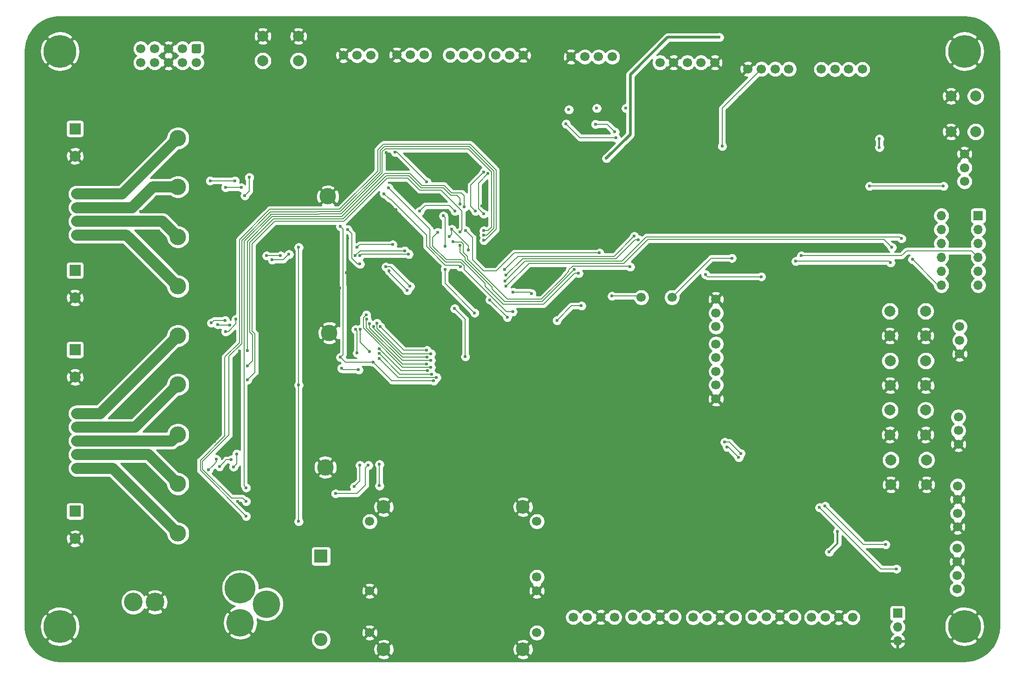
<source format=gbr>
%TF.GenerationSoftware,KiCad,Pcbnew,(5.1.6)-1*%
%TF.CreationDate,2021-04-08T18:08:25+09:00*%
%TF.ProjectId,FIG_DP_vFin,4649475f-4450-45f7-9646-696e2e6b6963,rev?*%
%TF.SameCoordinates,Original*%
%TF.FileFunction,Copper,L2,Bot*%
%TF.FilePolarity,Positive*%
%FSLAX46Y46*%
G04 Gerber Fmt 4.6, Leading zero omitted, Abs format (unit mm)*
G04 Created by KiCad (PCBNEW (5.1.6)-1) date 2021-04-08 18:08:25*
%MOMM*%
%LPD*%
G01*
G04 APERTURE LIST*
%TA.AperFunction,ComponentPad*%
%ADD10R,1.700000X1.700000*%
%TD*%
%TA.AperFunction,ComponentPad*%
%ADD11O,1.700000X1.700000*%
%TD*%
%TA.AperFunction,ComponentPad*%
%ADD12R,2.000000X2.000000*%
%TD*%
%TA.AperFunction,ComponentPad*%
%ADD13C,2.000000*%
%TD*%
%TA.AperFunction,ComponentPad*%
%ADD14C,3.400000*%
%TD*%
%TA.AperFunction,ComponentPad*%
%ADD15C,3.000000*%
%TD*%
%TA.AperFunction,ComponentPad*%
%ADD16C,1.700000*%
%TD*%
%TA.AperFunction,ComponentPad*%
%ADD17O,2.400000X2.400000*%
%TD*%
%TA.AperFunction,ComponentPad*%
%ADD18R,2.400000X2.400000*%
%TD*%
%TA.AperFunction,ComponentPad*%
%ADD19C,6.000000*%
%TD*%
%TA.AperFunction,ComponentPad*%
%ADD20C,0.800000*%
%TD*%
%TA.AperFunction,ComponentPad*%
%ADD21C,2.500000*%
%TD*%
%TA.AperFunction,ComponentPad*%
%ADD22C,5.604000*%
%TD*%
%TA.AperFunction,ComponentPad*%
%ADD23C,5.028000*%
%TD*%
%TA.AperFunction,ViaPad*%
%ADD24C,0.600000*%
%TD*%
%TA.AperFunction,Conductor*%
%ADD25C,0.200000*%
%TD*%
%TA.AperFunction,Conductor*%
%ADD26C,0.500000*%
%TD*%
%TA.AperFunction,Conductor*%
%ADD27C,2.000000*%
%TD*%
%TA.AperFunction,Conductor*%
%ADD28C,0.300000*%
%TD*%
%TA.AperFunction,Conductor*%
%ADD29C,0.254000*%
%TD*%
G04 APERTURE END LIST*
D10*
%TO.P,J9,7*%
%TO.N,/ESP_BOOT_MODE*%
X207500000Y-60000000D03*
D11*
%TO.P,J9,1*%
%TO.N,Net-(J9-Pad1)*%
X200770000Y-60000000D03*
%TO.P,J9,8*%
%TO.N,/ESP_BOOT_MODE*%
X207500000Y-62540000D03*
%TO.P,J9,2*%
%TO.N,Net-(J9-Pad2)*%
X200770000Y-62540000D03*
%TO.P,J9,9*%
%TO.N,/ESP_Rx*%
X207500000Y-65080000D03*
%TO.P,J9,3*%
%TO.N,/ESP_Upload_Rx*%
X200770000Y-65080000D03*
%TO.P,J9,10*%
%TO.N,/ESP_Rx*%
X207500000Y-67620000D03*
%TO.P,J9,4*%
%TO.N,/STM_USART1_Tx*%
X200770000Y-67620000D03*
%TO.P,J9,11*%
%TO.N,/ESP_Tx*%
X207500000Y-70160000D03*
%TO.P,J9,5*%
%TO.N,/ESP_Upload_Tx*%
X200770000Y-70160000D03*
%TO.P,J9,12*%
%TO.N,/ESP_Tx*%
X207500000Y-72700000D03*
%TO.P,J9,6*%
%TO.N,/STM_USART1_Rx*%
X200770000Y-72700000D03*
%TD*%
D12*
%TO.P,C66,1*%
%TO.N,/12V*%
X42759000Y-69991000D03*
D13*
%TO.P,C66,2*%
%TO.N,GND*%
X42759000Y-74991000D03*
%TD*%
D14*
%TO.P,J26,2*%
%TO.N,/~12V*%
X53392000Y-130556000D03*
%TO.P,J26,1*%
%TO.N,GND*%
X57352000Y-130556000D03*
%TD*%
D15*
%TO.P,J14,1*%
%TO.N,GND*%
X88872000Y-56476000D03*
%TD*%
%TO.P,J28,1*%
%TO.N,/SHG*%
X61535000Y-99957000D03*
%TD*%
%TO.P,J29,1*%
%TO.N,/SHC*%
X61535000Y-63889000D03*
%TD*%
%TO.P,J34,1*%
%TO.N,/SHD*%
X61535000Y-72911000D03*
%TD*%
D16*
%TO.P,J38,1*%
%TO.N,/SHA*%
X43059000Y-56031000D03*
%TO.P,J38,2*%
%TO.N,/SHB*%
X43059000Y-58531000D03*
%TO.P,J38,3*%
%TO.N,/SHC*%
X43059000Y-61031000D03*
%TO.P,J38,4*%
%TO.N,/SHD*%
X43059000Y-63531000D03*
%TD*%
%TO.P,J7,4*%
%TO.N,/SSM*%
X173850000Y-133257000D03*
%TO.P,J7,3*%
%TO.N,GND*%
X171350000Y-133257000D03*
%TO.P,J7,2*%
%TO.N,Net-(J7-Pad2)*%
X168850000Y-133257000D03*
%TO.P,J7,1*%
%TO.N,/12V*%
X166350000Y-133257000D03*
%TD*%
D15*
%TO.P,J30,1*%
%TO.N,/SHH*%
X61535000Y-108974000D03*
%TD*%
D16*
%TO.P,J6,1*%
%TO.N,/12V*%
X155520000Y-133357000D03*
%TO.P,J6,2*%
%TO.N,Net-(J6-Pad2)*%
X158020000Y-133357000D03*
%TO.P,J6,3*%
%TO.N,GND*%
X160520000Y-133357000D03*
%TO.P,J6,4*%
%TO.N,/SSM*%
X163020000Y-133357000D03*
%TD*%
%TO.P,J5,1*%
%TO.N,/12V*%
X144480000Y-133257000D03*
%TO.P,J5,2*%
%TO.N,Net-(J5-Pad2)*%
X146980000Y-133257000D03*
%TO.P,J5,3*%
%TO.N,GND*%
X149480000Y-133257000D03*
%TO.P,J5,4*%
%TO.N,/SSM*%
X151980000Y-133257000D03*
%TD*%
%TO.P,J4,4*%
%TO.N,/SSM*%
X141150000Y-133303000D03*
%TO.P,J4,3*%
%TO.N,GND*%
X138650000Y-133303000D03*
%TO.P,J4,2*%
%TO.N,Net-(J4-Pad2)*%
X136150000Y-133303000D03*
%TO.P,J4,1*%
%TO.N,/12V*%
X133650000Y-133303000D03*
%TD*%
D15*
%TO.P,J33,1*%
%TO.N,/SHI*%
X61535000Y-117991000D03*
%TD*%
D16*
%TO.P,J39,4*%
%TO.N,/SHH*%
X43059000Y-103621000D03*
%TO.P,J39,3*%
%TO.N,/SHG*%
X43059000Y-101121000D03*
%TO.P,J39,2*%
%TO.N,/SHF*%
X43059000Y-98621000D03*
%TO.P,J39,1*%
%TO.N,/SHE*%
X43059000Y-96121000D03*
%TO.P,J39,5*%
%TO.N,/SHI*%
X43059000Y-106121000D03*
%TD*%
D15*
%TO.P,J24,1*%
%TO.N,/SHF*%
X61535000Y-90813000D03*
%TD*%
D13*
%TO.P,C65,2*%
%TO.N,GND*%
X42759000Y-118971000D03*
D12*
%TO.P,C65,1*%
%TO.N,/12V*%
X42759000Y-113971000D03*
%TD*%
%TO.P,C68,1*%
%TO.N,/12V*%
X42759000Y-84491000D03*
D13*
%TO.P,C68,2*%
%TO.N,GND*%
X42759000Y-89491000D03*
%TD*%
D12*
%TO.P,C64,1*%
%TO.N,/12V*%
X42759000Y-44131000D03*
D13*
%TO.P,C64,2*%
%TO.N,GND*%
X42759000Y-49131000D03*
%TD*%
%TO.P,J21,1*%
%TO.N,/STM_RST2*%
%TA.AperFunction,ComponentPad*%
G36*
G01*
X64303000Y-28669000D02*
X65503000Y-28669000D01*
G75*
G02*
X65753000Y-28919000I0J-250000D01*
G01*
X65753000Y-30119000D01*
G75*
G02*
X65503000Y-30369000I-250000J0D01*
G01*
X64303000Y-30369000D01*
G75*
G02*
X64053000Y-30119000I0J250000D01*
G01*
X64053000Y-28919000D01*
G75*
G02*
X64303000Y-28669000I250000J0D01*
G01*
G37*
%TD.AperFunction*%
D16*
%TO.P,J21,3*%
%TO.N,N/C*%
X62363000Y-29519000D03*
%TO.P,J21,5*%
%TO.N,GND*%
X59823000Y-29519000D03*
%TO.P,J21,7*%
%TO.N,N/C*%
X57283000Y-29519000D03*
%TO.P,J21,9*%
X54743000Y-29519000D03*
%TO.P,J21,2*%
%TO.N,/SWCLK*%
X64903000Y-32059000D03*
%TO.P,J21,4*%
%TO.N,/SWDIO*%
X62363000Y-32059000D03*
%TO.P,J21,6*%
%TO.N,GND*%
X59823000Y-32059000D03*
%TO.P,J21,8*%
%TO.N,N/C*%
X57283000Y-32059000D03*
%TO.P,J21,10*%
X54743000Y-32059000D03*
%TD*%
D11*
%TO.P,J11,3*%
%TO.N,GND*%
X192800000Y-137660000D03*
%TO.P,J11,2*%
%TO.N,/SSM*%
X192800000Y-135120000D03*
D10*
%TO.P,J11,1*%
%TO.N,/12V*%
X192800000Y-132580000D03*
%TD*%
D16*
%TO.P,BZ1,1*%
%TO.N,/3V3*%
X151644000Y-74930000D03*
%TO.P,BZ1,2*%
%TO.N,Net-(BZ1-Pad2)*%
X146044000Y-74930000D03*
%TD*%
D17*
%TO.P,D12,2*%
%TO.N,/~12V*%
X87630000Y-137414000D03*
D18*
%TO.P,D12,1*%
%TO.N,/12V*%
X87630000Y-122174000D03*
%TD*%
D19*
%TO.P,H2,1*%
%TO.N,GND*%
X40000000Y-30000000D03*
D20*
X42250000Y-30000000D03*
X41590990Y-31590990D03*
X40000000Y-32250000D03*
X38409010Y-31590990D03*
X37750000Y-30000000D03*
X38409010Y-28409010D03*
X40000000Y-27750000D03*
X41590990Y-28409010D03*
%TD*%
%TO.P,H3,1*%
%TO.N,GND*%
X206590990Y-133409010D03*
X205000000Y-132750000D03*
X203409010Y-133409010D03*
X202750000Y-135000000D03*
X203409010Y-136590990D03*
X205000000Y-137250000D03*
X206590990Y-136590990D03*
X207250000Y-135000000D03*
D19*
X205000000Y-135000000D03*
%TD*%
%TO.P,H4,1*%
%TO.N,GND*%
X205000000Y-30000000D03*
D20*
X207250000Y-30000000D03*
X206590990Y-31590990D03*
X205000000Y-32250000D03*
X203409010Y-31590990D03*
X202750000Y-30000000D03*
X203409010Y-28409010D03*
X205000000Y-27750000D03*
X206590990Y-28409010D03*
%TD*%
D15*
%TO.P,J20,1*%
%TO.N,/SHE*%
X61535000Y-81923000D03*
%TD*%
%TO.P,J27,1*%
%TO.N,/SHB*%
X61535000Y-54745000D03*
%TD*%
D20*
%TO.P,H5,1*%
%TO.N,GND*%
X41590990Y-133409010D03*
X40000000Y-132750000D03*
X38409010Y-133409010D03*
X37750000Y-135000000D03*
X38409010Y-136590990D03*
X40000000Y-137250000D03*
X41590990Y-136590990D03*
X42250000Y-135000000D03*
D19*
X40000000Y-135000000D03*
%TD*%
D15*
%TO.P,J22,1*%
%TO.N,/SHA*%
X61535000Y-45855000D03*
%TD*%
D16*
%TO.P,J8,1*%
%TO.N,/12V*%
X177098000Y-133350000D03*
%TO.P,J8,2*%
%TO.N,Net-(J8-Pad2)*%
X179598000Y-133350000D03*
%TO.P,J8,3*%
%TO.N,GND*%
X182098000Y-133350000D03*
%TO.P,J8,4*%
%TO.N,/SSM*%
X184598000Y-133350000D03*
%TD*%
%TO.P,J10,1*%
%TO.N,/ESP_Upload_Tx*%
X205000000Y-53750000D03*
%TO.P,J10,2*%
%TO.N,/ESP_Upload_Rx*%
X205000000Y-51250000D03*
%TO.P,J10,3*%
%TO.N,GND*%
X205000000Y-48750000D03*
%TD*%
%TO.P,J40,3*%
%TO.N,GND*%
X101440000Y-30650000D03*
%TO.P,J40,2*%
%TO.N,/232_Tx_AND*%
X103940000Y-30650000D03*
%TO.P,J40,1*%
%TO.N,/232_Rx_AND*%
X106440000Y-30650000D03*
%TD*%
%TO.P,J36,1*%
%TO.N,/232_Rx_Peri*%
X96714000Y-30734000D03*
%TO.P,J36,2*%
%TO.N,/232_Tx_Peri*%
X94214000Y-30734000D03*
%TO.P,J36,3*%
%TO.N,GND*%
X91714000Y-30734000D03*
%TD*%
%TO.P,J19,4*%
%TO.N,/5V*%
X203646000Y-120698000D03*
%TO.P,J19,3*%
%TO.N,GND*%
X203646000Y-123198000D03*
%TO.P,J19,2*%
%TO.N,/HIGH_TXO*%
X203646000Y-125698000D03*
%TO.P,J19,1*%
%TO.N,/HIGH_RXI*%
X203646000Y-128198000D03*
%TD*%
%TO.P,U11,1*%
%TO.N,/12V*%
X96520000Y-115824000D03*
%TO.P,U11,2*%
%TO.N,GND*%
X96520000Y-128524000D03*
%TO.P,U11,3*%
X96520000Y-136144000D03*
%TO.P,U11,4*%
%TO.N,N/C*%
X127000000Y-136144000D03*
%TO.P,U11,5*%
%TO.N,GND*%
X127000000Y-128524000D03*
%TO.P,U11,6*%
%TO.N,N/C*%
X127000000Y-125984000D03*
%TO.P,U11,7*%
%TO.N,/5V*%
X127000000Y-115824000D03*
D21*
%TO.P,U11,SH*%
%TO.N,GND*%
X99060000Y-113194000D03*
X124460000Y-113194000D03*
X99060000Y-139194000D03*
X124460000Y-139194000D03*
%TD*%
D13*
%TO.P,SW1,2*%
%TO.N,/SW1*%
X197900000Y-77439000D03*
%TO.P,SW1,1*%
%TO.N,GND*%
X197900000Y-81939000D03*
%TO.P,SW1,2*%
%TO.N,/SW1*%
X191400000Y-77439000D03*
%TO.P,SW1,1*%
%TO.N,GND*%
X191400000Y-81939000D03*
%TD*%
%TO.P,SW2,1*%
%TO.N,GND*%
X191440000Y-90999000D03*
%TO.P,SW2,2*%
%TO.N,/SW2*%
X191440000Y-86499000D03*
%TO.P,SW2,1*%
%TO.N,GND*%
X197940000Y-90999000D03*
%TO.P,SW2,2*%
%TO.N,/SW2*%
X197940000Y-86499000D03*
%TD*%
%TO.P,SW4,1*%
%TO.N,GND*%
X191400000Y-100009000D03*
%TO.P,SW4,2*%
%TO.N,/SW3*%
X191400000Y-95509000D03*
%TO.P,SW4,1*%
%TO.N,GND*%
X197900000Y-100009000D03*
%TO.P,SW4,2*%
%TO.N,/SW3*%
X197900000Y-95509000D03*
%TD*%
%TO.P,SW6,2*%
%TO.N,/STM_RST2*%
X77004000Y-31729000D03*
%TO.P,SW6,1*%
%TO.N,GND*%
X77004000Y-27229000D03*
%TO.P,SW6,2*%
%TO.N,/STM_RST2*%
X83504000Y-31729000D03*
%TO.P,SW6,1*%
%TO.N,GND*%
X83504000Y-27229000D03*
%TD*%
%TO.P,SW5,1*%
%TO.N,GND*%
X202533000Y-38183000D03*
%TO.P,SW5,2*%
%TO.N,Net-(C25-Pad2)*%
X207033000Y-38183000D03*
%TO.P,SW5,1*%
%TO.N,GND*%
X202533000Y-44683000D03*
%TO.P,SW5,2*%
%TO.N,Net-(C25-Pad2)*%
X207033000Y-44683000D03*
%TD*%
%TO.P,SW3,2*%
%TO.N,/SW4*%
X198064000Y-104604000D03*
%TO.P,SW3,1*%
%TO.N,GND*%
X198064000Y-109104000D03*
%TO.P,SW3,2*%
%TO.N,/SW4*%
X191564000Y-104604000D03*
%TO.P,SW3,1*%
%TO.N,GND*%
X191564000Y-109104000D03*
%TD*%
D16*
%TO.P,J32,1*%
%TO.N,/IOIO3*%
X116192000Y-30680000D03*
%TO.P,J32,2*%
%TO.N,/IOIO2*%
X113692000Y-30680000D03*
%TO.P,J32,3*%
%TO.N,/IOIO1*%
X111192000Y-30680000D03*
%TD*%
%TO.P,J12,1*%
%TO.N,/ESP_SPI_SCK*%
X186376000Y-33274000D03*
%TO.P,J12,2*%
%TO.N,/ESP_SPI_MISO*%
X183876000Y-33274000D03*
%TO.P,J12,3*%
%TO.N,/ESP_SPI_MOSI*%
X181376000Y-33274000D03*
%TO.P,J12,4*%
%TO.N,/ESP_SPI_NSS*%
X178876000Y-33274000D03*
%TD*%
%TO.P,J13,4*%
%TO.N,GND*%
X165464000Y-33240000D03*
%TO.P,J13,3*%
%TO.N,/3V3*%
X167964000Y-33240000D03*
%TO.P,J13,2*%
%TO.N,/IO5*%
X170464000Y-33240000D03*
%TO.P,J13,1*%
%TO.N,/IO2*%
X172964000Y-33240000D03*
%TD*%
%TO.P,J1,4*%
%TO.N,GND*%
X151944000Y-32054000D03*
%TO.P,J1,3*%
%TO.N,/WHT*%
X154444000Y-32054000D03*
%TO.P,J1,2*%
%TO.N,/RED*%
X156944000Y-32054000D03*
%TO.P,J1,1*%
%TO.N,GND*%
X159444000Y-32054000D03*
%TO.P,J1,5*%
%TO.N,/GRN*%
X149444000Y-32054000D03*
%TD*%
%TO.P,J2,3*%
%TO.N,/SW1*%
X204124000Y-80254000D03*
%TO.P,J2,2*%
%TO.N,/SW2*%
X204124000Y-82754000D03*
%TO.P,J2,1*%
%TO.N,GND*%
X204124000Y-85254000D03*
%TD*%
%TO.P,J3,1*%
%TO.N,GND*%
X203884000Y-101744000D03*
%TO.P,J3,2*%
%TO.N,/SW4*%
X203884000Y-99244000D03*
%TO.P,J3,3*%
%TO.N,/SW3*%
X203884000Y-96744000D03*
%TD*%
D22*
%TO.P,J35,1*%
%TO.N,/~12V*%
X72898000Y-128016000D03*
D23*
%TO.P,J35,2*%
%TO.N,GND*%
X72898000Y-134316000D03*
%TO.P,J35,3*%
%TO.N,N/C*%
X77698000Y-130916000D03*
%TD*%
D15*
%TO.P,J15,1*%
%TO.N,GND*%
X89140000Y-81410000D03*
%TD*%
%TO.P,J16,1*%
%TO.N,GND*%
X88428000Y-105948000D03*
%TD*%
D16*
%TO.P,J31,1*%
%TO.N,GND*%
X203740000Y-116840000D03*
%TO.P,J31,2*%
%TO.N,/5V*%
X203740000Y-114340000D03*
%TO.P,J31,3*%
%TO.N,GND*%
X203740000Y-111840000D03*
%TO.P,J31,4*%
%TO.N,/3V3*%
X203740000Y-109340000D03*
%TD*%
%TO.P,J37,1*%
%TO.N,GND*%
X124530000Y-30690000D03*
%TO.P,J37,2*%
%TO.N,/IOIO5*%
X122030000Y-30690000D03*
%TO.P,J37,3*%
%TO.N,/IOIO4*%
X119530000Y-30690000D03*
%TD*%
%TO.P,J17,1*%
%TO.N,/SCL*%
X159675001Y-80274999D03*
%TO.P,J17,2*%
%TO.N,/SDA*%
X159675001Y-77774999D03*
%TO.P,J17,3*%
%TO.N,GND*%
X159675001Y-75274999D03*
%TD*%
%TO.P,J41,4*%
%TO.N,/MISO*%
X159675001Y-85924999D03*
%TO.P,J41,3*%
%TO.N,/SCK*%
X159675001Y-88424999D03*
%TO.P,J41,2*%
%TO.N,/SPI_SS*%
X159675001Y-90924999D03*
%TO.P,J41,1*%
%TO.N,GND*%
X159675001Y-93424999D03*
%TO.P,J41,5*%
%TO.N,/MOSI*%
X159675001Y-83424999D03*
%TD*%
%TO.P,J18,1*%
%TO.N,/RED_LED*%
X140750000Y-31000000D03*
%TO.P,J18,2*%
%TO.N,/GREEN_LED*%
X138250000Y-31000000D03*
%TO.P,J18,3*%
%TO.N,/BLUE_LED*%
X135750000Y-31000000D03*
%TO.P,J18,4*%
%TO.N,GND*%
X133250000Y-31000000D03*
%TD*%
D24*
%TO.N,GND*%
X67920000Y-83140000D03*
X67960000Y-82420000D03*
X68200000Y-93900000D03*
X68125000Y-93225000D03*
X66200000Y-111600000D03*
X195975000Y-62500000D03*
X101092000Y-44958000D03*
X100076000Y-44958000D03*
X134874000Y-114808000D03*
X136398000Y-113030000D03*
X146812000Y-112776000D03*
X145034000Y-114808000D03*
X155702000Y-114808000D03*
X157480000Y-112776000D03*
X166370000Y-114808000D03*
X167894000Y-113030000D03*
X170688000Y-115062000D03*
X172212000Y-113284000D03*
X173228000Y-104140000D03*
X175260000Y-105664000D03*
X183896000Y-104140000D03*
X149098000Y-45720000D03*
X148082000Y-45212000D03*
X152654000Y-45720000D03*
X151892000Y-45212000D03*
X157734000Y-62484000D03*
X157734000Y-59944000D03*
X156718000Y-57150000D03*
X154178000Y-51562000D03*
X147574000Y-55372000D03*
X144780000Y-55372000D03*
X168148000Y-53594000D03*
X166116000Y-48260000D03*
X180594000Y-48260000D03*
X182626000Y-48768000D03*
X108712000Y-37846000D03*
X99568000Y-48514000D03*
X196342000Y-40386000D03*
X172974000Y-95504000D03*
X175006000Y-97282000D03*
X183642000Y-95758000D03*
X183642000Y-89154000D03*
X183642000Y-82296000D03*
X175006000Y-90678000D03*
X172974000Y-89154000D03*
X175006000Y-83820000D03*
X172974000Y-82296000D03*
X176276000Y-76454000D03*
X172466000Y-71120000D03*
X180086000Y-71120000D03*
X174498000Y-62230000D03*
X172212000Y-62230000D03*
X134366000Y-59690000D03*
X135382000Y-59690000D03*
X125906000Y-84586000D03*
X126566000Y-86276000D03*
X132336000Y-79276000D03*
X133594000Y-74850000D03*
X130656000Y-70276000D03*
X132624000Y-63174000D03*
X136960000Y-76620000D03*
X124496000Y-58326000D03*
X116976000Y-58256000D03*
X117546000Y-56386000D03*
X113266000Y-54686000D03*
X103306000Y-62536000D03*
X102970000Y-69124000D03*
X102266000Y-74076000D03*
X103156000Y-80614000D03*
X85980000Y-114060000D03*
X87530000Y-114120000D03*
X89030000Y-114120000D03*
X91110000Y-114120000D03*
X91450000Y-89480000D03*
X89430000Y-89480000D03*
X87980000Y-89450000D03*
X86340000Y-89460000D03*
X81450000Y-83880000D03*
X72570000Y-89990000D03*
X72590000Y-87500000D03*
X72740000Y-84690000D03*
X81450000Y-78140000D03*
X82560000Y-73880000D03*
X91050000Y-73240000D03*
X72400000Y-114870000D03*
X72420000Y-112180000D03*
X72400000Y-109670000D03*
X80360000Y-103080000D03*
X82700000Y-99840000D03*
X90690000Y-98230000D03*
X92280000Y-96530000D03*
X91770000Y-95630000D03*
X92710000Y-71220000D03*
X92250000Y-70380000D03*
X112386000Y-85726000D03*
X92510000Y-64120000D03*
X89600000Y-64120000D03*
X87980000Y-64130000D03*
X86410000Y-64130000D03*
X72560000Y-61640000D03*
X72530000Y-58990000D03*
X81350000Y-52840000D03*
X82870000Y-49580000D03*
X90550000Y-48130000D03*
X91970000Y-46070000D03*
X91500000Y-45190000D03*
X80330000Y-37010000D03*
X81180000Y-108920000D03*
X111330000Y-107330000D03*
X107300000Y-105720000D03*
X192530000Y-126040000D03*
X176930000Y-123550000D03*
X167750000Y-123500000D03*
X157300000Y-123480000D03*
X146560000Y-123480000D03*
X136240000Y-123410000D03*
X66360000Y-49510000D03*
X66230000Y-58460000D03*
X66360000Y-67550000D03*
X66360000Y-76670000D03*
X66100000Y-121690000D03*
X52730000Y-42270000D03*
X52660000Y-51280000D03*
X54700000Y-59240000D03*
X52710000Y-69310000D03*
X52660000Y-78340000D03*
X52710000Y-87370000D03*
X52730000Y-96450000D03*
X52710000Y-105450000D03*
X52690000Y-114400000D03*
X111325000Y-104140500D03*
X114175000Y-104128000D03*
X157766000Y-72334000D03*
X159290000Y-72334000D03*
X108121947Y-75028000D03*
X131826000Y-76200000D03*
X118872000Y-83820000D03*
X107385000Y-56493000D03*
X109220000Y-59182000D03*
X68834000Y-87630000D03*
X68834000Y-89408000D03*
X68834000Y-91186000D03*
X70358000Y-112522000D03*
X70104000Y-114300000D03*
X70104000Y-116332000D03*
X67056000Y-101600000D03*
X70104000Y-102870000D03*
X72557000Y-62571000D03*
X72557000Y-63333000D03*
X111252000Y-45720000D03*
X98044000Y-45974000D03*
X79756000Y-57658000D03*
X124750000Y-77600000D03*
X124750000Y-71920000D03*
X124750000Y-72610000D03*
X110820000Y-59310000D03*
X111446000Y-53280000D03*
X110026010Y-51903990D03*
X102020000Y-59830000D03*
X104610000Y-57990000D03*
X103870000Y-57240000D03*
X101280000Y-58880000D03*
X69640000Y-73700000D03*
X68720000Y-73830000D03*
X77570000Y-73660000D03*
X77480000Y-75410000D03*
X67980000Y-63720000D03*
X69330000Y-62190000D03*
X68980000Y-65470000D03*
X69110000Y-67050000D03*
X71520000Y-47690000D03*
X71300000Y-50580000D03*
X73620000Y-48130000D03*
X75380000Y-49880000D03*
X76860000Y-49270000D03*
X95340000Y-50890000D03*
X80020000Y-75540000D03*
X79750000Y-73960000D03*
X81510000Y-93450000D03*
X75160000Y-94110000D03*
X79670000Y-92440000D03*
X88120000Y-92790000D03*
X90040000Y-92790000D03*
X90830000Y-92620000D03*
X76340000Y-100370000D03*
X78400000Y-100320000D03*
X67930000Y-100240000D03*
X68200000Y-101200000D03*
X68720000Y-100670000D03*
X71040000Y-102910000D03*
X71260000Y-101770000D03*
X57990000Y-124190000D03*
X60710000Y-123880000D03*
X125140000Y-98050000D03*
X127420000Y-98050000D03*
X115900000Y-93760000D03*
X117260000Y-93720000D03*
X106880000Y-97040000D03*
X109640000Y-98790000D03*
X109560000Y-100550000D03*
X111310000Y-98790000D03*
X111350000Y-100550000D03*
%TO.N,/DVDD1*%
X93726000Y-109474000D03*
X94742000Y-105578000D03*
X94488000Y-88138000D03*
X91368000Y-87880500D03*
X94234000Y-85090000D03*
X93957858Y-80773162D03*
X94742000Y-68834000D03*
X92492000Y-62536000D03*
%TO.N,/3V3*%
X106934000Y-53848000D03*
X101161500Y-48428000D03*
X113951000Y-85728000D03*
X112014000Y-76962000D03*
X160810000Y-47328000D03*
X83566000Y-65786000D03*
X83566000Y-90932000D03*
X83566000Y-115824000D03*
X162576000Y-67762000D03*
X114554000Y-66294000D03*
X111506000Y-62484000D03*
X122682000Y-73968000D03*
X126040000Y-74210000D03*
X111070000Y-63820000D03*
%TO.N,/AVDD*%
X115650000Y-77748010D03*
X110250000Y-69800000D03*
X110250000Y-65625000D03*
X109956000Y-60031000D03*
%TO.N,/5V*%
X139700000Y-49530000D03*
X160274000Y-27432000D03*
%TO.N,/SHB*%
X73090000Y-54880000D03*
X70220000Y-54870000D03*
%TO.N,/SHE*%
X70960000Y-79990000D03*
X68790000Y-79880000D03*
%TO.N,/SWCLK*%
X122612407Y-77539593D03*
X99941074Y-54898926D03*
%TO.N,/SWDIO*%
X121594166Y-78557834D03*
X118419166Y-75382834D03*
X113034000Y-69342000D03*
X99130000Y-56000000D03*
%TO.N,/GLB*%
X71940000Y-53630000D03*
X67410000Y-53640000D03*
%TO.N,/GLE*%
X70140000Y-79130000D03*
X67631593Y-79598407D03*
%TO.N,/EN_GATE*%
X108712000Y-89542000D03*
X98298000Y-86106000D03*
X98298000Y-105410000D03*
X98298000Y-109318000D03*
X96520000Y-84836000D03*
X94776731Y-80730155D03*
%TO.N,/GLH*%
X68530000Y-104470000D03*
X67090000Y-106438000D03*
%TO.N,/SHH*%
X71250000Y-104578000D03*
X69100000Y-105818000D03*
%TO.N,Net-(BZ1-Pad2)*%
X140716000Y-74676000D03*
%TO.N,/BUZZ*%
X135128000Y-76454000D03*
X130670250Y-79133750D03*
%TO.N,/ST2_B+*%
X107696000Y-86442000D03*
X96520000Y-79756000D03*
%TO.N,/ST2_A-*%
X106934000Y-87062000D03*
X95985111Y-78923995D03*
%TO.N,/ST2_A+*%
X107696000Y-87682000D03*
X95900000Y-78104612D03*
%TO.N,/ST2_B-*%
X106980255Y-85822000D03*
X97200000Y-80264000D03*
%TO.N,/ST2_C+*%
X107696000Y-85202000D03*
X97820000Y-79617278D03*
%TO.N,/ST2_C-*%
X106934000Y-84582000D03*
X98440000Y-80264000D03*
%TO.N,/ST2_D+*%
X107800098Y-88922000D03*
X98268066Y-85191262D03*
%TO.N,/ST2_D-*%
X107085781Y-88302000D03*
X98289809Y-84336191D03*
%TO.N,/HX711_DAT*%
X145542000Y-64374000D03*
X121412000Y-70866000D03*
%TO.N,/HX711_CLK*%
X121158000Y-69850000D03*
X144780000Y-63754000D03*
%TO.N,/ESP_BOOT_MODE*%
X201168000Y-54610000D03*
X187706000Y-54610000D03*
%TO.N,/ESP_Rx*%
X175260000Y-67310000D03*
%TO.N,/ESP_Tx*%
X174244000Y-68326000D03*
X191516000Y-68580000D03*
%TO.N,/STM_USART1_Tx*%
X193500000Y-64187500D03*
X121215407Y-71939407D03*
%TO.N,/STM_USART1_Rx*%
X191770000Y-65786000D03*
X121412000Y-72898000D03*
X195500000Y-68000000D03*
%TO.N,/12V*%
X180340000Y-121412000D03*
X181864000Y-117702500D03*
%TO.N,/STM_RST*%
X138430000Y-66802000D03*
X114046000Y-62738000D03*
%TO.N,/BOOT0_ESP*%
X157766000Y-70759000D03*
X167917500Y-71143500D03*
%TO.N,/UART5_Rx*%
X103886000Y-72898000D03*
X99456000Y-69342000D03*
%TO.N,/UART5_Tx*%
X103378000Y-73660000D03*
X100076000Y-70104000D03*
%TO.N,/IOIO1*%
X117332078Y-52064693D03*
X115824000Y-59182000D03*
%TO.N,/IOIO2*%
X117311000Y-59690000D03*
X118110000Y-52324000D03*
%TO.N,/UART4_TX*%
X190610000Y-120047500D03*
X179578000Y-113030000D03*
X164178890Y-103397924D03*
X161290000Y-101346000D03*
X112972206Y-65445308D03*
X133858000Y-69850000D03*
%TO.N,/UART4_RX*%
X192569500Y-124496500D03*
X178562000Y-113284000D03*
X163830000Y-104140000D03*
X161697602Y-102261602D03*
X134620000Y-70528000D03*
X108938481Y-63019519D03*
%TO.N,Net-(C25-Pad2)*%
X189484000Y-45974000D03*
X189484000Y-47532000D03*
%TO.N,/ISEND*%
X113030000Y-62992000D03*
X74218000Y-89988000D03*
%TO.N,/ISENG*%
X73975000Y-114868000D03*
X117336000Y-64516000D03*
%TO.N,/ISENE*%
X113030000Y-57912000D03*
X74218000Y-87464000D03*
%TO.N,/ISENA*%
X103632000Y-67028000D03*
X94742000Y-67310000D03*
%TO.N,/ISENH*%
X73975000Y-112168000D03*
X117336000Y-63558003D03*
%TO.N,/ISENF*%
X113792000Y-58420000D03*
X74218000Y-84670000D03*
%TO.N,/ISENB*%
X80264000Y-67310000D03*
X77724000Y-67310000D03*
X102882794Y-66408000D03*
X93893592Y-67281595D03*
%TO.N,/ISENI*%
X73975000Y-109688000D03*
X117336000Y-62738000D03*
%TO.N,/ISENC*%
X78730593Y-68081407D03*
X81788000Y-67056000D03*
X94234000Y-65786000D03*
X100696000Y-65278000D03*
X105664000Y-59182000D03*
X112076000Y-59182000D03*
%TO.N,/SPE*%
X72110000Y-78910000D03*
X70219952Y-81168100D03*
%TO.N,/SPH*%
X72240000Y-103500000D03*
X71680000Y-105880000D03*
%TO.N,/SPB*%
X74560000Y-53000000D03*
X73736073Y-56346000D03*
%TO.N,/CAL*%
X108196290Y-90179531D03*
X91186000Y-85852000D03*
X97149194Y-86746806D03*
X96266000Y-105578000D03*
X90298000Y-110744000D03*
X91186000Y-61976000D03*
%TO.N,/LED_G*%
X141224000Y-44704000D03*
X137680000Y-43310000D03*
%TO.N,/LED_B*%
X141420593Y-45777407D03*
X132320000Y-43260000D03*
%TO.N,/SPI_SS*%
X144018000Y-69342000D03*
X111760000Y-64770000D03*
%TO.N,Net-(Q5-Pad2)*%
X137922000Y-40386000D03*
%TO.N,Net-(Q10-Pad2)*%
X143256000Y-40386000D03*
%TO.N,Net-(Q11-Pad2)*%
X132842000Y-40640000D03*
%TD*%
D25*
%TO.N,/DVDD1*%
X93726000Y-109474000D02*
X94742000Y-108458000D01*
X94742000Y-108458000D02*
X94742000Y-105578000D01*
X94488000Y-88138000D02*
X91625500Y-88138000D01*
X91625500Y-88138000D02*
X91368000Y-87880500D01*
X94234000Y-85090000D02*
X94234000Y-81049304D01*
X94234000Y-81049304D02*
X93957858Y-80773162D01*
X93273591Y-67789855D02*
X93273591Y-63317591D01*
X94317736Y-68834000D02*
X93273591Y-67789855D01*
X93273591Y-63317591D02*
X92492000Y-62536000D01*
X94742000Y-68834000D02*
X94317736Y-68834000D01*
%TO.N,/3V3*%
X101514000Y-48428000D02*
X101161500Y-48428000D01*
X106934000Y-53848000D02*
X101514000Y-48428000D01*
X113951000Y-78899000D02*
X112014000Y-76962000D01*
X113951000Y-85728000D02*
X113951000Y-78899000D01*
X160810000Y-40394000D02*
X167964000Y-33240000D01*
X160810000Y-47328000D02*
X160810000Y-40394000D01*
X83566000Y-67056000D02*
X83566000Y-90932000D01*
X83566000Y-115824000D02*
X83566000Y-90932000D01*
X158812000Y-67762000D02*
X151644000Y-74930000D01*
X162576000Y-67762000D02*
X158812000Y-67762000D01*
X83566000Y-67056000D02*
X83566000Y-65786000D01*
X111506000Y-62484000D02*
X113538000Y-64516000D01*
X114554000Y-65532000D02*
X113538000Y-64516000D01*
X114554000Y-66294000D02*
X114554000Y-65532000D01*
X122682000Y-73968000D02*
X125798000Y-73968000D01*
X125798000Y-73968000D02*
X126040000Y-74210000D01*
X111070000Y-63820000D02*
X111500000Y-63390000D01*
X111500000Y-62490000D02*
X111506000Y-62484000D01*
X111500000Y-63390000D02*
X111500000Y-62490000D01*
%TO.N,/AVDD*%
X115650000Y-77748010D02*
X110250000Y-72348010D01*
X110250000Y-72348010D02*
X110250000Y-69800000D01*
X110250000Y-60325000D02*
X109956000Y-60031000D01*
X110250000Y-65625000D02*
X110250000Y-60325000D01*
D26*
%TO.N,/5V*%
X144026001Y-45203999D02*
X144026001Y-34281999D01*
X139700000Y-49530000D02*
X144026001Y-45203999D01*
X144026001Y-34281999D02*
X150876000Y-27432000D01*
X150876000Y-27432000D02*
X160274000Y-27432000D01*
D27*
%TO.N,/SHA*%
X51359000Y-56031000D02*
X61535000Y-45855000D01*
X43059000Y-56031000D02*
X51359000Y-56031000D01*
%TO.N,/SHB*%
X53179999Y-58531000D02*
X56965999Y-54745000D01*
X56965999Y-54745000D02*
X61535000Y-54745000D01*
X43059000Y-58531000D02*
X53179999Y-58531000D01*
D25*
X73090000Y-54880000D02*
X70230000Y-54880000D01*
X70230000Y-54880000D02*
X70220000Y-54870000D01*
D27*
%TO.N,/SHE*%
X47337000Y-96121000D02*
X61535000Y-81923000D01*
X43059000Y-96121000D02*
X47337000Y-96121000D01*
D25*
X70960000Y-79990000D02*
X68900000Y-79990000D01*
X68900000Y-79990000D02*
X68790000Y-79880000D01*
D27*
%TO.N,/SHF*%
X53727000Y-98621000D02*
X61535000Y-90813000D01*
X43059000Y-98621000D02*
X53727000Y-98621000D01*
D25*
%TO.N,/SWCLK*%
X107521074Y-62478926D02*
X100188716Y-55146568D01*
X110325991Y-68482009D02*
X107521074Y-65677092D01*
X113091611Y-68482009D02*
X110325991Y-68482009D01*
X113744801Y-69135199D02*
X113091611Y-68482009D01*
X107521074Y-65677092D02*
X107521074Y-62478926D01*
X113744801Y-69802801D02*
X113744801Y-69135199D01*
X121481593Y-77539593D02*
X113744801Y-69802801D01*
X122612407Y-77539593D02*
X121481593Y-77539593D01*
X100188716Y-55146568D02*
X99941074Y-54898926D01*
%TO.N,/SWDIO*%
X121594166Y-78557834D02*
X118419166Y-75382834D01*
X112742000Y-69050000D02*
X110300000Y-69050000D01*
X113034000Y-69342000D02*
X112742000Y-69050000D01*
X110300000Y-69050000D02*
X106871000Y-65621000D01*
X106871000Y-63669000D02*
X106871000Y-63553398D01*
X106871000Y-63553398D02*
X100307602Y-56990000D01*
X106871000Y-65621000D02*
X106871000Y-63669000D01*
X100120000Y-56990000D02*
X99130000Y-56000000D01*
X100307602Y-56990000D02*
X100120000Y-56990000D01*
%TO.N,/GLB*%
X71940000Y-53630000D02*
X67420000Y-53630000D01*
X67420000Y-53630000D02*
X67410000Y-53640000D01*
%TO.N,/GLE*%
X70140000Y-79130000D02*
X68100000Y-79130000D01*
X68100000Y-79130000D02*
X67631593Y-79598407D01*
%TO.N,/EN_GATE*%
X108712000Y-89542000D02*
X101734000Y-89542000D01*
X101734000Y-89542000D02*
X98298000Y-86106000D01*
X98298000Y-105410000D02*
X98298000Y-109318000D01*
X96520000Y-84836000D02*
X94776731Y-83092731D01*
X94776731Y-83092731D02*
X94776731Y-80730155D01*
D27*
%TO.N,/SHC*%
X58677000Y-61031000D02*
X61535000Y-63889000D01*
X43059000Y-61031000D02*
X58677000Y-61031000D01*
%TO.N,/SHD*%
X52155000Y-63531000D02*
X61535000Y-72911000D01*
X43059000Y-63531000D02*
X52155000Y-63531000D01*
%TO.N,/SHG*%
X60371000Y-101121000D02*
X61535000Y-99957000D01*
X43059000Y-101121000D02*
X60371000Y-101121000D01*
D25*
%TO.N,/GLH*%
X68530000Y-104998000D02*
X67929000Y-105599000D01*
X68530000Y-104470000D02*
X68530000Y-104998000D01*
X67090000Y-106438000D02*
X67929000Y-105599000D01*
D27*
%TO.N,/SHH*%
X56182000Y-103621000D02*
X61535000Y-108974000D01*
X43059000Y-103621000D02*
X56182000Y-103621000D01*
D25*
X70340000Y-104578000D02*
X69959000Y-104959000D01*
X71250000Y-104578000D02*
X70340000Y-104578000D01*
X69959000Y-104959000D02*
X69100000Y-105818000D01*
D27*
%TO.N,/SHI*%
X49665000Y-106121000D02*
X61535000Y-117991000D01*
X43059000Y-106121000D02*
X49665000Y-106121000D01*
D25*
%TO.N,Net-(BZ1-Pad2)*%
X145790000Y-74676000D02*
X146044000Y-74930000D01*
X140716000Y-74676000D02*
X145790000Y-74676000D01*
%TO.N,/BUZZ*%
X133350000Y-76454000D02*
X130670250Y-79133750D01*
X135128000Y-76454000D02*
X133350000Y-76454000D01*
%TO.N,/ST2_B+*%
X96520000Y-80501602D02*
X96520000Y-79756000D01*
X107696000Y-86442000D02*
X102460398Y-86442000D01*
X102460398Y-86442000D02*
X96520000Y-80501602D01*
%TO.N,/ST2_A-*%
X95899999Y-79009107D02*
X95985111Y-78923995D01*
X106934000Y-87062000D02*
X102486415Y-87062000D01*
X95899999Y-80475584D02*
X95899999Y-79009107D01*
X102486415Y-87062000D02*
X95899999Y-80475584D01*
%TO.N,/ST2_A+*%
X95365110Y-78639502D02*
X95900000Y-78104612D01*
X95365110Y-80534678D02*
X95365110Y-78639502D01*
X107696000Y-87682000D02*
X102512432Y-87682000D01*
X102512432Y-87682000D02*
X95365110Y-80534678D01*
%TO.N,/ST2_B-*%
X97200000Y-80535585D02*
X97200000Y-80264000D01*
X106980255Y-85822000D02*
X102486415Y-85822000D01*
X102486415Y-85822000D02*
X97200000Y-80535585D01*
%TO.N,/ST2_C+*%
X97820000Y-80561602D02*
X97820000Y-79617278D01*
X107696000Y-85202000D02*
X102460398Y-85202000D01*
X102460398Y-85202000D02*
X97820000Y-80561602D01*
%TO.N,/ST2_C-*%
X106934000Y-84582000D02*
X102758000Y-84582000D01*
X102758000Y-84582000D02*
X98440000Y-80264000D01*
%TO.N,/ST2_D+*%
X107800098Y-88922000D02*
X101998804Y-88922000D01*
X101998804Y-88922000D02*
X98268066Y-85191262D01*
%TO.N,/ST2_D-*%
X107085781Y-88302000D02*
X102255618Y-88302000D01*
X102255618Y-88302000D02*
X98289809Y-84336191D01*
%TO.N,/HX711_DAT*%
X145542000Y-64374000D02*
X144922000Y-64374000D01*
X144922000Y-64374000D02*
X141453989Y-67842011D01*
X141453989Y-67842011D02*
X124435989Y-67842011D01*
X124435989Y-67842011D02*
X121412000Y-70866000D01*
%TO.N,/HX711_CLK*%
X122682000Y-68326000D02*
X121158000Y-69850000D01*
X123585999Y-67422001D02*
X122682000Y-68326000D01*
X141111999Y-67422001D02*
X123585999Y-67422001D01*
X144780000Y-63754000D02*
X141111999Y-67422001D01*
%TO.N,/ESP_BOOT_MODE*%
X201168000Y-54610000D02*
X187706000Y-54610000D01*
%TO.N,/ESP_Rx*%
X175260000Y-67310000D02*
X193548000Y-67310000D01*
X194408001Y-66449999D02*
X193929000Y-66929000D01*
X206329999Y-66449999D02*
X194408001Y-66449999D01*
X193548000Y-67310000D02*
X193929000Y-66929000D01*
X207500000Y-67620000D02*
X206329999Y-66449999D01*
%TO.N,/ESP_Tx*%
X191262000Y-68326000D02*
X191516000Y-68580000D01*
X186690000Y-68326000D02*
X191262000Y-68326000D01*
X186690000Y-68326000D02*
X186838976Y-68326000D01*
X174244000Y-68326000D02*
X186690000Y-68326000D01*
%TO.N,/STM_USART1_Tx*%
X193208499Y-63895999D02*
X193500000Y-64187500D01*
X146937603Y-63895999D02*
X193208499Y-63895999D01*
X142507602Y-68326000D02*
X146937603Y-63895999D01*
X124828814Y-68326000D02*
X142507602Y-68326000D01*
X121215407Y-71939407D02*
X124828814Y-68326000D01*
%TO.N,/STM_USART1_Rx*%
X190300009Y-64316009D02*
X191770000Y-65786000D01*
X142835990Y-68746010D02*
X147265991Y-64316009D01*
X125563990Y-68746010D02*
X142835990Y-68746010D01*
X147265991Y-64316009D02*
X190300009Y-64316009D01*
X121412000Y-72898000D02*
X125563990Y-68746010D01*
X200200000Y-72700000D02*
X200770000Y-72700000D01*
X195500000Y-68000000D02*
X200200000Y-72700000D01*
D28*
%TO.N,/12V*%
X180340000Y-121412000D02*
X181864000Y-119888000D01*
X181864000Y-119888000D02*
X181864000Y-117702500D01*
D25*
%TO.N,/STM_RST*%
X115316000Y-64008000D02*
X114046000Y-62738000D01*
X119634000Y-70104000D02*
X117348000Y-70104000D01*
X115316000Y-68072000D02*
X115316000Y-64008000D01*
X138430000Y-66802000D02*
X122936000Y-66802000D01*
X122936000Y-66802000D02*
X119634000Y-70104000D01*
X117348000Y-70104000D02*
X115316000Y-68072000D01*
%TO.N,/BOOT0_ESP*%
X158150500Y-71143500D02*
X157766000Y-70759000D01*
X167917500Y-71143500D02*
X158150500Y-71143500D01*
%TO.N,/UART5_Rx*%
X103886000Y-72898000D02*
X100330000Y-69342000D01*
X100330000Y-69342000D02*
X99456000Y-69342000D01*
%TO.N,/UART5_Tx*%
X103378000Y-73660000D02*
X100076000Y-70358000D01*
X100076000Y-70358000D02*
X100076000Y-70104000D01*
%TO.N,/IOIO1*%
X114975999Y-58333999D02*
X115824000Y-59182000D01*
X117332078Y-52064693D02*
X114975999Y-54420772D01*
X114975999Y-54420772D02*
X114975999Y-58333999D01*
%TO.N,/IOIO2*%
X117311000Y-59690000D02*
X116355999Y-58734999D01*
X116355999Y-58734999D02*
X116355999Y-54299711D01*
X116355999Y-54078001D02*
X116355999Y-54299711D01*
X118110000Y-52324000D02*
X116355999Y-54078001D01*
%TO.N,/UART4_TX*%
X190610000Y-120047500D02*
X186595500Y-120047500D01*
X186595500Y-120047500D02*
X179578000Y-113030000D01*
X164178890Y-103397924D02*
X162126966Y-101346000D01*
X162126966Y-101346000D02*
X161290000Y-101346000D01*
X112972206Y-66658224D02*
X112972206Y-65445308D01*
X113925584Y-68128017D02*
X113925584Y-67611601D01*
X128016000Y-75692000D02*
X121158000Y-75692000D01*
X133858000Y-69850000D02*
X128016000Y-75692000D01*
X121158000Y-75692000D02*
X118872000Y-73406000D01*
X118872000Y-73406000D02*
X118872000Y-73074433D01*
X113925584Y-67611601D02*
X112972206Y-66658224D01*
X118872000Y-73074433D02*
X113925584Y-68128017D01*
%TO.N,/UART4_RX*%
X192569500Y-124496500D02*
X189774500Y-124496500D01*
X189774500Y-124496500D02*
X178562000Y-113284000D01*
X163830000Y-104140000D02*
X161951602Y-102261602D01*
X161951602Y-102261602D02*
X161697602Y-102261602D01*
X108000000Y-63958000D02*
X108938481Y-63019519D01*
X110511999Y-68061999D02*
X108000000Y-65550000D01*
X108000000Y-65550000D02*
X108000000Y-63958000D01*
X113265584Y-68061999D02*
X110511999Y-68061999D01*
X117602000Y-72398415D02*
X113265584Y-68061999D01*
X133942000Y-70528000D02*
X128270000Y-76200000D01*
X128270000Y-76200000D02*
X120904000Y-76200000D01*
X134620000Y-70528000D02*
X133942000Y-70528000D01*
X117602000Y-72898000D02*
X117602000Y-72398415D01*
X120904000Y-76200000D02*
X117602000Y-72898000D01*
D28*
%TO.N,Net-(C25-Pad2)*%
X189484000Y-45974000D02*
X189484000Y-47532000D01*
D25*
%TO.N,/ISEND*%
X75604010Y-88601990D02*
X74218000Y-89988000D01*
X109508419Y-55308021D02*
X105600021Y-55308021D01*
X75604010Y-81614027D02*
X75604010Y-88601990D01*
X113367736Y-62654264D02*
X113367736Y-59167338D01*
X113367736Y-59167338D02*
X109508419Y-55308021D01*
X75058020Y-81068038D02*
X75604010Y-81614027D01*
X113030000Y-62992000D02*
X113367736Y-62654264D01*
X105600021Y-55308021D02*
X103456020Y-53164020D01*
X103456020Y-53164020D02*
X99661945Y-53164020D01*
X99661945Y-53164020D02*
X91787946Y-61038020D01*
X91787946Y-61038020D02*
X79169980Y-61038020D01*
X79169980Y-61038020D02*
X75058020Y-65149980D01*
X75058020Y-65149980D02*
X75058020Y-81068038D01*
%TO.N,/ISENG*%
X65619990Y-106512990D02*
X73975000Y-114868000D01*
X70104000Y-85814416D02*
X70104000Y-100244018D01*
X72757979Y-83160437D02*
X70104000Y-85814416D01*
X70104000Y-100244018D02*
X65619990Y-104728027D01*
X119570021Y-62465945D02*
X119570021Y-51678453D01*
X99008453Y-46967979D02*
X97965980Y-48010452D01*
X118183567Y-50292000D02*
X114859547Y-46967979D01*
X114859547Y-46967979D02*
X99008453Y-46967979D01*
X117519966Y-64516000D02*
X119570021Y-62465945D01*
X117336000Y-64516000D02*
X117519966Y-64516000D01*
X97965980Y-48010452D02*
X97965980Y-51890074D01*
X65619990Y-104728027D02*
X65619990Y-106512990D01*
X72757979Y-64398074D02*
X72757979Y-83160437D01*
X119570021Y-51678453D02*
X118183567Y-50292000D01*
X97965980Y-51890074D02*
X91006074Y-58849980D01*
X91006074Y-58849980D02*
X78306073Y-58849980D01*
X78306073Y-58849980D02*
X72757979Y-64398074D01*
%TO.N,/ISENE*%
X75184000Y-86498000D02*
X74218000Y-87464000D01*
X74638010Y-81242010D02*
X75184000Y-81788000D01*
X74638010Y-64893972D02*
X74638010Y-81242010D01*
X75184000Y-81788000D02*
X75184000Y-86498000D01*
X112434010Y-56300010D02*
X111332027Y-56300010D01*
X113030000Y-56896000D02*
X112434010Y-56300010D01*
X78913972Y-60618010D02*
X74638010Y-64893972D01*
X113030000Y-57912000D02*
X113030000Y-56896000D01*
X111332027Y-56300010D02*
X110998000Y-55965982D01*
X103712028Y-52744010D02*
X99487972Y-52744010D01*
X109920029Y-54888011D02*
X105856029Y-54888011D01*
X110998000Y-55965982D02*
X109920029Y-54888011D01*
X105856029Y-54888011D02*
X103712028Y-52744010D01*
X99487972Y-52744010D02*
X91613973Y-60618010D01*
X91613973Y-60618010D02*
X78913972Y-60618010D01*
%TO.N,/ISENA*%
X103632000Y-67028000D02*
X95024000Y-67028000D01*
X95024000Y-67028000D02*
X94742000Y-67310000D01*
%TO.N,/ISENH*%
X119150011Y-62291972D02*
X119150011Y-51852426D01*
X117336000Y-63558003D02*
X117883979Y-63558003D01*
X117883979Y-63558003D02*
X119150011Y-62291972D01*
X119150011Y-51852426D02*
X114685574Y-47387989D01*
X99182426Y-47387989D02*
X98385990Y-48184425D01*
X114685574Y-47387989D02*
X99182426Y-47387989D01*
X98385990Y-48184425D02*
X98385990Y-52064046D01*
X87034010Y-59269990D02*
X86946020Y-59357980D01*
X98385990Y-52064046D02*
X91180046Y-59269990D01*
X91180046Y-59269990D02*
X87034010Y-59269990D01*
X73177989Y-83334409D02*
X70866000Y-85646398D01*
X73177989Y-64572047D02*
X73177989Y-83334409D01*
X86946020Y-59357980D02*
X78392054Y-59357980D01*
X78392054Y-59357980D02*
X73177989Y-64572047D01*
X70866000Y-85646398D02*
X70866000Y-100076000D01*
X70866000Y-100076000D02*
X66040000Y-104902000D01*
X73366999Y-111559999D02*
X73975000Y-112168000D01*
X71294397Y-111559999D02*
X73366999Y-111559999D01*
X66040000Y-106305602D02*
X71294397Y-111559999D01*
X66040000Y-104902000D02*
X66040000Y-106305602D01*
%TO.N,/ISENF*%
X74218000Y-64720000D02*
X74218000Y-84670000D01*
X113792000Y-58420000D02*
X113792000Y-56388000D01*
X111506000Y-55880000D02*
X110094001Y-54468001D01*
X103886000Y-52324000D02*
X99314000Y-52324000D01*
X113792000Y-56388000D02*
X113284000Y-55880000D01*
X113284000Y-55880000D02*
X111506000Y-55880000D01*
X78740000Y-60198000D02*
X74218000Y-64720000D01*
X91440000Y-60198000D02*
X78740000Y-60198000D01*
X110094001Y-54468001D02*
X106030001Y-54468001D01*
X106030001Y-54468001D02*
X103886000Y-52324000D01*
X99314000Y-52324000D02*
X91440000Y-60198000D01*
%TO.N,/ISENB*%
X80264000Y-67310000D02*
X77724000Y-67310000D01*
X102882794Y-66408000D02*
X94767187Y-66408000D01*
X94767187Y-66408000D02*
X93893592Y-67281595D01*
%TO.N,/ISENI*%
X73597999Y-109310999D02*
X73975000Y-109688000D01*
X73660000Y-84310398D02*
X73597999Y-84372399D01*
X78566027Y-59777990D02*
X78319990Y-60024028D01*
X118730001Y-62117999D02*
X118730001Y-52026399D01*
X78319990Y-60024028D02*
X73660000Y-64684018D01*
X118110000Y-62738000D02*
X118730001Y-62117999D01*
X118730001Y-52026399D02*
X114511601Y-47807999D01*
X114511601Y-47807999D02*
X99356399Y-47807999D01*
X73597999Y-84372399D02*
X73597999Y-109310999D01*
X98806000Y-52238018D02*
X91354018Y-59690000D01*
X91354018Y-59690000D02*
X87376000Y-59690000D01*
X117336000Y-62738000D02*
X118110000Y-62738000D01*
X87288010Y-59777990D02*
X78566027Y-59777990D01*
X99356399Y-47807999D02*
X98806000Y-48358398D01*
X73660000Y-64684018D02*
X73660000Y-84310398D01*
X98806000Y-48358398D02*
X98806000Y-52238018D01*
X87376000Y-59690000D02*
X87288010Y-59777990D01*
%TO.N,/ISENC*%
X78730593Y-68081407D02*
X80762593Y-68081407D01*
X80762593Y-68081407D02*
X81788000Y-67056000D01*
X94234000Y-65786000D02*
X94742000Y-65278000D01*
X94742000Y-65278000D02*
X100696000Y-65278000D01*
X112076000Y-59182000D02*
X111060000Y-58166000D01*
X106680000Y-58166000D02*
X105664000Y-59182000D01*
X111060000Y-58166000D02*
X106680000Y-58166000D01*
%TO.N,/SPE*%
X70699502Y-81168100D02*
X70219952Y-81168100D01*
X72110000Y-78910000D02*
X72110000Y-79757602D01*
X72110000Y-79757602D02*
X70699502Y-81168100D01*
%TO.N,/SPH*%
X72240000Y-103500000D02*
X72240000Y-105320000D01*
X72240000Y-105320000D02*
X71680000Y-105880000D01*
%TO.N,/SPB*%
X74560000Y-53000000D02*
X74560000Y-55522073D01*
X74560000Y-55522073D02*
X73736073Y-56346000D01*
%TO.N,/CAL*%
X108196290Y-90179531D02*
X100581919Y-90179531D01*
X100581919Y-90179531D02*
X97149194Y-86746806D01*
X92080806Y-86746806D02*
X91186000Y-85852000D01*
X97149194Y-86746806D02*
X92080806Y-86746806D01*
X96266000Y-105578000D02*
X95758000Y-106086000D01*
X95758000Y-106086000D02*
X95758000Y-109220000D01*
X95758000Y-109220000D02*
X94234000Y-110744000D01*
X94234000Y-110744000D02*
X90298000Y-110744000D01*
X91186000Y-61976000D02*
X91694000Y-62484000D01*
X91670001Y-85367999D02*
X91186000Y-85852000D01*
X91629999Y-72902397D02*
X91670001Y-72942399D01*
X91629999Y-62548001D02*
X91629999Y-72902397D01*
X91670001Y-72942399D02*
X91670001Y-85367999D01*
X91694000Y-62484000D02*
X91629999Y-62548001D01*
%TO.N,/LED_G*%
X141224000Y-44704000D02*
X139830000Y-43310000D01*
X139830000Y-43310000D02*
X137680000Y-43310000D01*
%TO.N,/LED_B*%
X141420593Y-45777407D02*
X134837407Y-45777407D01*
X134837407Y-45777407D02*
X132320000Y-43260000D01*
%TO.N,/SPI_SS*%
X111815307Y-64825307D02*
X111760000Y-64770000D01*
X113592207Y-65164189D02*
X113253325Y-64825307D01*
X113592207Y-66684241D02*
X113592207Y-65164189D01*
X132842000Y-69948398D02*
X132842000Y-70177602D01*
X121663539Y-75271990D02*
X114345594Y-67954045D01*
X143905999Y-69229999D02*
X133560399Y-69229999D01*
X132103601Y-70916001D02*
X132103601Y-71010417D01*
X144018000Y-69342000D02*
X143905999Y-69229999D01*
X132842000Y-70177602D02*
X132103601Y-70916001D01*
X132103601Y-71010417D02*
X127842028Y-75271990D01*
X133560399Y-69229999D02*
X132842000Y-69948398D01*
X127842028Y-75271990D02*
X121663539Y-75271990D01*
X113253325Y-64825307D02*
X111815307Y-64825307D01*
X114345594Y-67954045D02*
X114345594Y-67437628D01*
X114345594Y-67437628D02*
X113592207Y-66684241D01*
%TD*%
D29*
%TO.N,GND*%
G36*
X205936842Y-23731439D02*
G01*
X206853106Y-23938769D01*
X207728657Y-24279252D01*
X208544265Y-24745410D01*
X209282014Y-25327005D01*
X209925689Y-26011251D01*
X210461160Y-26783129D01*
X210876659Y-27625677D01*
X211163054Y-28520376D01*
X211315689Y-29457579D01*
X211340000Y-30014404D01*
X211340001Y-132967581D01*
X211340000Y-134975511D01*
X211268561Y-135936841D01*
X211061231Y-136853106D01*
X210720748Y-137728657D01*
X210254590Y-138544265D01*
X209672995Y-139282014D01*
X208988749Y-139925689D01*
X208216871Y-140461160D01*
X207374323Y-140876659D01*
X206479624Y-141163054D01*
X205542414Y-141315689D01*
X204985595Y-141340000D01*
X40024488Y-141340000D01*
X39063159Y-141268561D01*
X38146894Y-141061231D01*
X37271343Y-140720748D01*
X36898420Y-140507605D01*
X97926000Y-140507605D01*
X98051914Y-140797577D01*
X98384126Y-140963433D01*
X98742312Y-141061290D01*
X99112706Y-141087389D01*
X99481075Y-141040725D01*
X99833262Y-140923094D01*
X100068086Y-140797577D01*
X100194000Y-140507605D01*
X123326000Y-140507605D01*
X123451914Y-140797577D01*
X123784126Y-140963433D01*
X124142312Y-141061290D01*
X124512706Y-141087389D01*
X124881075Y-141040725D01*
X125233262Y-140923094D01*
X125468086Y-140797577D01*
X125594000Y-140507605D01*
X124460000Y-139373605D01*
X123326000Y-140507605D01*
X100194000Y-140507605D01*
X99060000Y-139373605D01*
X97926000Y-140507605D01*
X36898420Y-140507605D01*
X36455735Y-140254590D01*
X35717986Y-139672995D01*
X35074311Y-138988749D01*
X34538840Y-138216871D01*
X34214259Y-137558686D01*
X37620919Y-137558686D01*
X37957106Y-138027868D01*
X38587068Y-138368237D01*
X39271327Y-138579166D01*
X39983589Y-138652550D01*
X40696482Y-138585569D01*
X41382609Y-138380796D01*
X42015603Y-138046102D01*
X42042894Y-138027868D01*
X42379081Y-137558686D01*
X40000000Y-135179605D01*
X37620919Y-137558686D01*
X34214259Y-137558686D01*
X34123341Y-137374323D01*
X33836946Y-136479624D01*
X33684311Y-135542414D01*
X33660000Y-134985595D01*
X33660000Y-134983589D01*
X36347450Y-134983589D01*
X36414431Y-135696482D01*
X36619204Y-136382609D01*
X36953898Y-137015603D01*
X36972132Y-137042894D01*
X37441314Y-137379081D01*
X39820395Y-135000000D01*
X40179605Y-135000000D01*
X42558686Y-137379081D01*
X43027868Y-137042894D01*
X43305468Y-136529105D01*
X70864500Y-136529105D01*
X71142352Y-136948507D01*
X71689663Y-137240434D01*
X72283410Y-137419977D01*
X72900775Y-137480235D01*
X73518033Y-137418894D01*
X74111464Y-137238310D01*
X74120896Y-137233268D01*
X85795000Y-137233268D01*
X85795000Y-137594732D01*
X85865518Y-137949250D01*
X86003844Y-138283199D01*
X86204662Y-138583744D01*
X86460256Y-138839338D01*
X86760801Y-139040156D01*
X87094750Y-139178482D01*
X87449268Y-139249000D01*
X87810732Y-139249000D01*
X87822264Y-139246706D01*
X97166611Y-139246706D01*
X97213275Y-139615075D01*
X97330906Y-139967262D01*
X97456423Y-140202086D01*
X97746395Y-140328000D01*
X98880395Y-139194000D01*
X99239605Y-139194000D01*
X100373605Y-140328000D01*
X100663577Y-140202086D01*
X100829433Y-139869874D01*
X100927290Y-139511688D01*
X100945961Y-139246706D01*
X122566611Y-139246706D01*
X122613275Y-139615075D01*
X122730906Y-139967262D01*
X122856423Y-140202086D01*
X123146395Y-140328000D01*
X124280395Y-139194000D01*
X124639605Y-139194000D01*
X125773605Y-140328000D01*
X126063577Y-140202086D01*
X126229433Y-139869874D01*
X126327290Y-139511688D01*
X126353389Y-139141294D01*
X126306725Y-138772925D01*
X126189094Y-138420738D01*
X126063577Y-138185914D01*
X125773605Y-138060000D01*
X124639605Y-139194000D01*
X124280395Y-139194000D01*
X123146395Y-138060000D01*
X122856423Y-138185914D01*
X122690567Y-138518126D01*
X122592710Y-138876312D01*
X122566611Y-139246706D01*
X100945961Y-139246706D01*
X100953389Y-139141294D01*
X100906725Y-138772925D01*
X100789094Y-138420738D01*
X100663577Y-138185914D01*
X100373605Y-138060000D01*
X99239605Y-139194000D01*
X98880395Y-139194000D01*
X97746395Y-138060000D01*
X97456423Y-138185914D01*
X97290567Y-138518126D01*
X97192710Y-138876312D01*
X97166611Y-139246706D01*
X87822264Y-139246706D01*
X88165250Y-139178482D01*
X88499199Y-139040156D01*
X88799744Y-138839338D01*
X89055338Y-138583744D01*
X89256156Y-138283199D01*
X89394482Y-137949250D01*
X89408178Y-137880395D01*
X97926000Y-137880395D01*
X99060000Y-139014395D01*
X100194000Y-137880395D01*
X123326000Y-137880395D01*
X124460000Y-139014395D01*
X125457505Y-138016890D01*
X191358524Y-138016890D01*
X191403175Y-138164099D01*
X191528359Y-138426920D01*
X191702412Y-138660269D01*
X191918645Y-138855178D01*
X192168748Y-139004157D01*
X192443109Y-139101481D01*
X192673000Y-138980814D01*
X192673000Y-137787000D01*
X192927000Y-137787000D01*
X192927000Y-138980814D01*
X193156891Y-139101481D01*
X193431252Y-139004157D01*
X193681355Y-138855178D01*
X193897588Y-138660269D01*
X194071641Y-138426920D01*
X194196825Y-138164099D01*
X194241476Y-138016890D01*
X194120155Y-137787000D01*
X192927000Y-137787000D01*
X192673000Y-137787000D01*
X191479845Y-137787000D01*
X191358524Y-138016890D01*
X125457505Y-138016890D01*
X125594000Y-137880395D01*
X125468086Y-137590423D01*
X125135874Y-137424567D01*
X124777688Y-137326710D01*
X124407294Y-137300611D01*
X124038925Y-137347275D01*
X123686738Y-137464906D01*
X123451914Y-137590423D01*
X123326000Y-137880395D01*
X100194000Y-137880395D01*
X100068086Y-137590423D01*
X99735874Y-137424567D01*
X99377688Y-137326710D01*
X99007294Y-137300611D01*
X98638925Y-137347275D01*
X98286738Y-137464906D01*
X98051914Y-137590423D01*
X97926000Y-137880395D01*
X89408178Y-137880395D01*
X89465000Y-137594732D01*
X89465000Y-137233268D01*
X89452893Y-137172397D01*
X95671208Y-137172397D01*
X95748843Y-137421472D01*
X96012883Y-137547371D01*
X96296411Y-137619339D01*
X96588531Y-137634611D01*
X96878019Y-137592599D01*
X97153747Y-137494919D01*
X97291157Y-137421472D01*
X97368792Y-137172397D01*
X96520000Y-136323605D01*
X95671208Y-137172397D01*
X89452893Y-137172397D01*
X89394482Y-136878750D01*
X89256156Y-136544801D01*
X89055338Y-136244256D01*
X89023613Y-136212531D01*
X95029389Y-136212531D01*
X95071401Y-136502019D01*
X95169081Y-136777747D01*
X95242528Y-136915157D01*
X95491603Y-136992792D01*
X96340395Y-136144000D01*
X96699605Y-136144000D01*
X97548397Y-136992792D01*
X97797472Y-136915157D01*
X97923371Y-136651117D01*
X97995339Y-136367589D01*
X98010611Y-136075469D01*
X97999331Y-135997740D01*
X125515000Y-135997740D01*
X125515000Y-136290260D01*
X125572068Y-136577158D01*
X125684010Y-136847411D01*
X125846525Y-137090632D01*
X126053368Y-137297475D01*
X126296589Y-137459990D01*
X126566842Y-137571932D01*
X126853740Y-137629000D01*
X127146260Y-137629000D01*
X127433158Y-137571932D01*
X127465136Y-137558686D01*
X202620919Y-137558686D01*
X202957106Y-138027868D01*
X203587068Y-138368237D01*
X204271327Y-138579166D01*
X204983589Y-138652550D01*
X205696482Y-138585569D01*
X206382609Y-138380796D01*
X207015603Y-138046102D01*
X207042894Y-138027868D01*
X207379081Y-137558686D01*
X205000000Y-135179605D01*
X202620919Y-137558686D01*
X127465136Y-137558686D01*
X127703411Y-137459990D01*
X127946632Y-137297475D01*
X128153475Y-137090632D01*
X128315990Y-136847411D01*
X128427932Y-136577158D01*
X128485000Y-136290260D01*
X128485000Y-135997740D01*
X128427932Y-135710842D01*
X128315990Y-135440589D01*
X128153475Y-135197368D01*
X127946632Y-134990525D01*
X127703411Y-134828010D01*
X127433158Y-134716068D01*
X127146260Y-134659000D01*
X126853740Y-134659000D01*
X126566842Y-134716068D01*
X126296589Y-134828010D01*
X126053368Y-134990525D01*
X125846525Y-135197368D01*
X125684010Y-135440589D01*
X125572068Y-135710842D01*
X125515000Y-135997740D01*
X97999331Y-135997740D01*
X97968599Y-135785981D01*
X97870919Y-135510253D01*
X97797472Y-135372843D01*
X97548397Y-135295208D01*
X96699605Y-136144000D01*
X96340395Y-136144000D01*
X95491603Y-135295208D01*
X95242528Y-135372843D01*
X95116629Y-135636883D01*
X95044661Y-135920411D01*
X95029389Y-136212531D01*
X89023613Y-136212531D01*
X88799744Y-135988662D01*
X88499199Y-135787844D01*
X88165250Y-135649518D01*
X87810732Y-135579000D01*
X87449268Y-135579000D01*
X87094750Y-135649518D01*
X86760801Y-135787844D01*
X86460256Y-135988662D01*
X86204662Y-136244256D01*
X86003844Y-136544801D01*
X85865518Y-136878750D01*
X85795000Y-137233268D01*
X74120896Y-137233268D01*
X74653648Y-136948507D01*
X74931500Y-136529105D01*
X72898000Y-134495605D01*
X70864500Y-136529105D01*
X43305468Y-136529105D01*
X43368237Y-136412932D01*
X43579166Y-135728673D01*
X43652550Y-135016411D01*
X43587003Y-134318775D01*
X69733765Y-134318775D01*
X69795106Y-134936033D01*
X69975690Y-135529464D01*
X70265493Y-136071648D01*
X70684895Y-136349500D01*
X72718395Y-134316000D01*
X70684895Y-132282500D01*
X70265493Y-132560352D01*
X69973566Y-133107663D01*
X69794023Y-133701410D01*
X69733765Y-134318775D01*
X43587003Y-134318775D01*
X43585569Y-134303518D01*
X43380796Y-133617391D01*
X43046102Y-132984397D01*
X43027868Y-132957106D01*
X42558686Y-132620919D01*
X40179605Y-135000000D01*
X39820395Y-135000000D01*
X37441314Y-132620919D01*
X36972132Y-132957106D01*
X36631763Y-133587068D01*
X36420834Y-134271327D01*
X36347450Y-134983589D01*
X33660000Y-134983589D01*
X33660000Y-132441314D01*
X37620919Y-132441314D01*
X40000000Y-134820395D01*
X42379081Y-132441314D01*
X42042894Y-131972132D01*
X41412932Y-131631763D01*
X40728673Y-131420834D01*
X40016411Y-131347450D01*
X39303518Y-131414431D01*
X38617391Y-131619204D01*
X37984397Y-131953898D01*
X37957106Y-131972132D01*
X37620919Y-132441314D01*
X33660000Y-132441314D01*
X33660000Y-130326023D01*
X51057000Y-130326023D01*
X51057000Y-130785977D01*
X51146733Y-131237094D01*
X51322750Y-131662037D01*
X51578287Y-132044476D01*
X51903524Y-132369713D01*
X52285963Y-132625250D01*
X52710906Y-132801267D01*
X53162023Y-132891000D01*
X53621977Y-132891000D01*
X54073094Y-132801267D01*
X54498037Y-132625250D01*
X54880476Y-132369713D01*
X55060166Y-132190023D01*
X55897582Y-132190023D01*
X56077648Y-132526060D01*
X56486474Y-132736820D01*
X56928562Y-132863772D01*
X57386922Y-132902037D01*
X57843940Y-132850146D01*
X58282053Y-132710092D01*
X58626352Y-132526060D01*
X58806418Y-132190023D01*
X57352000Y-130735605D01*
X55897582Y-132190023D01*
X55060166Y-132190023D01*
X55205713Y-132044476D01*
X55367205Y-131802785D01*
X55381940Y-131830352D01*
X55717977Y-132010418D01*
X57172395Y-130556000D01*
X57531605Y-130556000D01*
X58986023Y-132010418D01*
X59322060Y-131830352D01*
X59532820Y-131421526D01*
X59659772Y-130979438D01*
X59698037Y-130521078D01*
X59646146Y-130064060D01*
X59506092Y-129625947D01*
X59322060Y-129281648D01*
X58986023Y-129101582D01*
X57531605Y-130556000D01*
X57172395Y-130556000D01*
X55717977Y-129101582D01*
X55381940Y-129281648D01*
X55367501Y-129309657D01*
X55205713Y-129067524D01*
X55060166Y-128921977D01*
X55897582Y-128921977D01*
X57352000Y-130376395D01*
X58806418Y-128921977D01*
X58626352Y-128585940D01*
X58217526Y-128375180D01*
X57775438Y-128248228D01*
X57317078Y-128209963D01*
X56860060Y-128261854D01*
X56421947Y-128401908D01*
X56077648Y-128585940D01*
X55897582Y-128921977D01*
X55060166Y-128921977D01*
X54880476Y-128742287D01*
X54498037Y-128486750D01*
X54073094Y-128310733D01*
X53621977Y-128221000D01*
X53162023Y-128221000D01*
X52710906Y-128310733D01*
X52285963Y-128486750D01*
X51903524Y-128742287D01*
X51578287Y-129067524D01*
X51322750Y-129449963D01*
X51146733Y-129874906D01*
X51057000Y-130326023D01*
X33660000Y-130326023D01*
X33660000Y-127677485D01*
X69461000Y-127677485D01*
X69461000Y-128354515D01*
X69593082Y-129018536D01*
X69852170Y-129644030D01*
X70228308Y-130206960D01*
X70707040Y-130685692D01*
X71269970Y-131061830D01*
X71895464Y-131320918D01*
X71912525Y-131324312D01*
X71684536Y-131393690D01*
X71142352Y-131683493D01*
X70864500Y-132102895D01*
X72898000Y-134136395D01*
X72912143Y-134122253D01*
X73091748Y-134301858D01*
X73077605Y-134316000D01*
X75111105Y-136349500D01*
X75530507Y-136071648D01*
X75822434Y-135524337D01*
X75946030Y-135115603D01*
X95671208Y-135115603D01*
X96520000Y-135964395D01*
X97368792Y-135115603D01*
X97291157Y-134866528D01*
X97027117Y-134740629D01*
X96743589Y-134668661D01*
X96451469Y-134653389D01*
X96161981Y-134695401D01*
X95886253Y-134793081D01*
X95748843Y-134866528D01*
X95671208Y-135115603D01*
X75946030Y-135115603D01*
X76001977Y-134930590D01*
X76062235Y-134313225D01*
X76000894Y-133695967D01*
X75952511Y-133536972D01*
X76206389Y-133706608D01*
X76779470Y-133943986D01*
X77387851Y-134065000D01*
X78008149Y-134065000D01*
X78616530Y-133943986D01*
X79189611Y-133706608D01*
X79705371Y-133361988D01*
X79910619Y-133156740D01*
X132165000Y-133156740D01*
X132165000Y-133449260D01*
X132222068Y-133736158D01*
X132334010Y-134006411D01*
X132496525Y-134249632D01*
X132703368Y-134456475D01*
X132946589Y-134618990D01*
X133216842Y-134730932D01*
X133503740Y-134788000D01*
X133796260Y-134788000D01*
X134083158Y-134730932D01*
X134353411Y-134618990D01*
X134596632Y-134456475D01*
X134803475Y-134249632D01*
X134900000Y-134105172D01*
X134996525Y-134249632D01*
X135203368Y-134456475D01*
X135446589Y-134618990D01*
X135716842Y-134730932D01*
X136003740Y-134788000D01*
X136296260Y-134788000D01*
X136583158Y-134730932D01*
X136853411Y-134618990D01*
X137096632Y-134456475D01*
X137221710Y-134331397D01*
X137801208Y-134331397D01*
X137878843Y-134580472D01*
X138142883Y-134706371D01*
X138426411Y-134778339D01*
X138718531Y-134793611D01*
X139008019Y-134751599D01*
X139283747Y-134653919D01*
X139421157Y-134580472D01*
X139498792Y-134331397D01*
X138650000Y-133482605D01*
X137801208Y-134331397D01*
X137221710Y-134331397D01*
X137303475Y-134249632D01*
X137412416Y-134086590D01*
X137621603Y-134151792D01*
X138470395Y-133303000D01*
X138829605Y-133303000D01*
X139678397Y-134151792D01*
X139887584Y-134086590D01*
X139996525Y-134249632D01*
X140203368Y-134456475D01*
X140446589Y-134618990D01*
X140716842Y-134730932D01*
X141003740Y-134788000D01*
X141296260Y-134788000D01*
X141583158Y-134730932D01*
X141853411Y-134618990D01*
X142096632Y-134456475D01*
X142303475Y-134249632D01*
X142465990Y-134006411D01*
X142577932Y-133736158D01*
X142635000Y-133449260D01*
X142635000Y-133156740D01*
X142625850Y-133110740D01*
X142995000Y-133110740D01*
X142995000Y-133403260D01*
X143052068Y-133690158D01*
X143164010Y-133960411D01*
X143326525Y-134203632D01*
X143533368Y-134410475D01*
X143776589Y-134572990D01*
X144046842Y-134684932D01*
X144333740Y-134742000D01*
X144626260Y-134742000D01*
X144913158Y-134684932D01*
X145183411Y-134572990D01*
X145426632Y-134410475D01*
X145633475Y-134203632D01*
X145730000Y-134059172D01*
X145826525Y-134203632D01*
X146033368Y-134410475D01*
X146276589Y-134572990D01*
X146546842Y-134684932D01*
X146833740Y-134742000D01*
X147126260Y-134742000D01*
X147413158Y-134684932D01*
X147683411Y-134572990D01*
X147926632Y-134410475D01*
X148051710Y-134285397D01*
X148631208Y-134285397D01*
X148708843Y-134534472D01*
X148972883Y-134660371D01*
X149256411Y-134732339D01*
X149548531Y-134747611D01*
X149838019Y-134705599D01*
X150113747Y-134607919D01*
X150251157Y-134534472D01*
X150328792Y-134285397D01*
X149480000Y-133436605D01*
X148631208Y-134285397D01*
X148051710Y-134285397D01*
X148133475Y-134203632D01*
X148242416Y-134040590D01*
X148451603Y-134105792D01*
X149300395Y-133257000D01*
X149659605Y-133257000D01*
X150508397Y-134105792D01*
X150717584Y-134040590D01*
X150826525Y-134203632D01*
X151033368Y-134410475D01*
X151276589Y-134572990D01*
X151546842Y-134684932D01*
X151833740Y-134742000D01*
X152126260Y-134742000D01*
X152413158Y-134684932D01*
X152683411Y-134572990D01*
X152926632Y-134410475D01*
X153133475Y-134203632D01*
X153295990Y-133960411D01*
X153407932Y-133690158D01*
X153465000Y-133403260D01*
X153465000Y-133210740D01*
X154035000Y-133210740D01*
X154035000Y-133503260D01*
X154092068Y-133790158D01*
X154204010Y-134060411D01*
X154366525Y-134303632D01*
X154573368Y-134510475D01*
X154816589Y-134672990D01*
X155086842Y-134784932D01*
X155373740Y-134842000D01*
X155666260Y-134842000D01*
X155953158Y-134784932D01*
X156223411Y-134672990D01*
X156466632Y-134510475D01*
X156673475Y-134303632D01*
X156770000Y-134159172D01*
X156866525Y-134303632D01*
X157073368Y-134510475D01*
X157316589Y-134672990D01*
X157586842Y-134784932D01*
X157873740Y-134842000D01*
X158166260Y-134842000D01*
X158453158Y-134784932D01*
X158723411Y-134672990D01*
X158966632Y-134510475D01*
X159091710Y-134385397D01*
X159671208Y-134385397D01*
X159748843Y-134634472D01*
X160012883Y-134760371D01*
X160296411Y-134832339D01*
X160588531Y-134847611D01*
X160878019Y-134805599D01*
X161153747Y-134707919D01*
X161291157Y-134634472D01*
X161368792Y-134385397D01*
X160520000Y-133536605D01*
X159671208Y-134385397D01*
X159091710Y-134385397D01*
X159173475Y-134303632D01*
X159282416Y-134140590D01*
X159491603Y-134205792D01*
X160340395Y-133357000D01*
X160699605Y-133357000D01*
X161548397Y-134205792D01*
X161757584Y-134140590D01*
X161866525Y-134303632D01*
X162073368Y-134510475D01*
X162316589Y-134672990D01*
X162586842Y-134784932D01*
X162873740Y-134842000D01*
X163166260Y-134842000D01*
X163453158Y-134784932D01*
X163723411Y-134672990D01*
X163966632Y-134510475D01*
X164173475Y-134303632D01*
X164335990Y-134060411D01*
X164447932Y-133790158D01*
X164505000Y-133503260D01*
X164505000Y-133210740D01*
X164485109Y-133110740D01*
X164865000Y-133110740D01*
X164865000Y-133403260D01*
X164922068Y-133690158D01*
X165034010Y-133960411D01*
X165196525Y-134203632D01*
X165403368Y-134410475D01*
X165646589Y-134572990D01*
X165916842Y-134684932D01*
X166203740Y-134742000D01*
X166496260Y-134742000D01*
X166783158Y-134684932D01*
X167053411Y-134572990D01*
X167296632Y-134410475D01*
X167503475Y-134203632D01*
X167600000Y-134059172D01*
X167696525Y-134203632D01*
X167903368Y-134410475D01*
X168146589Y-134572990D01*
X168416842Y-134684932D01*
X168703740Y-134742000D01*
X168996260Y-134742000D01*
X169283158Y-134684932D01*
X169553411Y-134572990D01*
X169796632Y-134410475D01*
X169921710Y-134285397D01*
X170501208Y-134285397D01*
X170578843Y-134534472D01*
X170842883Y-134660371D01*
X171126411Y-134732339D01*
X171418531Y-134747611D01*
X171708019Y-134705599D01*
X171983747Y-134607919D01*
X172121157Y-134534472D01*
X172198792Y-134285397D01*
X171350000Y-133436605D01*
X170501208Y-134285397D01*
X169921710Y-134285397D01*
X170003475Y-134203632D01*
X170112416Y-134040590D01*
X170321603Y-134105792D01*
X171170395Y-133257000D01*
X171529605Y-133257000D01*
X172378397Y-134105792D01*
X172587584Y-134040590D01*
X172696525Y-134203632D01*
X172903368Y-134410475D01*
X173146589Y-134572990D01*
X173416842Y-134684932D01*
X173703740Y-134742000D01*
X173996260Y-134742000D01*
X174283158Y-134684932D01*
X174553411Y-134572990D01*
X174796632Y-134410475D01*
X175003475Y-134203632D01*
X175165990Y-133960411D01*
X175277932Y-133690158D01*
X175335000Y-133403260D01*
X175335000Y-133203740D01*
X175613000Y-133203740D01*
X175613000Y-133496260D01*
X175670068Y-133783158D01*
X175782010Y-134053411D01*
X175944525Y-134296632D01*
X176151368Y-134503475D01*
X176394589Y-134665990D01*
X176664842Y-134777932D01*
X176951740Y-134835000D01*
X177244260Y-134835000D01*
X177531158Y-134777932D01*
X177801411Y-134665990D01*
X178044632Y-134503475D01*
X178251475Y-134296632D01*
X178348000Y-134152172D01*
X178444525Y-134296632D01*
X178651368Y-134503475D01*
X178894589Y-134665990D01*
X179164842Y-134777932D01*
X179451740Y-134835000D01*
X179744260Y-134835000D01*
X180031158Y-134777932D01*
X180301411Y-134665990D01*
X180544632Y-134503475D01*
X180669710Y-134378397D01*
X181249208Y-134378397D01*
X181326843Y-134627472D01*
X181590883Y-134753371D01*
X181874411Y-134825339D01*
X182166531Y-134840611D01*
X182456019Y-134798599D01*
X182731747Y-134700919D01*
X182869157Y-134627472D01*
X182946792Y-134378397D01*
X182098000Y-133529605D01*
X181249208Y-134378397D01*
X180669710Y-134378397D01*
X180751475Y-134296632D01*
X180860416Y-134133590D01*
X181069603Y-134198792D01*
X181918395Y-133350000D01*
X182277605Y-133350000D01*
X183126397Y-134198792D01*
X183335584Y-134133590D01*
X183444525Y-134296632D01*
X183651368Y-134503475D01*
X183894589Y-134665990D01*
X184164842Y-134777932D01*
X184451740Y-134835000D01*
X184744260Y-134835000D01*
X185031158Y-134777932D01*
X185301411Y-134665990D01*
X185544632Y-134503475D01*
X185751475Y-134296632D01*
X185913990Y-134053411D01*
X186025932Y-133783158D01*
X186083000Y-133496260D01*
X186083000Y-133203740D01*
X186025932Y-132916842D01*
X185913990Y-132646589D01*
X185751475Y-132403368D01*
X185544632Y-132196525D01*
X185301411Y-132034010D01*
X185031158Y-131922068D01*
X184744260Y-131865000D01*
X184451740Y-131865000D01*
X184164842Y-131922068D01*
X183894589Y-132034010D01*
X183651368Y-132196525D01*
X183444525Y-132403368D01*
X183335584Y-132566410D01*
X183126397Y-132501208D01*
X182277605Y-133350000D01*
X181918395Y-133350000D01*
X181069603Y-132501208D01*
X180860416Y-132566410D01*
X180751475Y-132403368D01*
X180669710Y-132321603D01*
X181249208Y-132321603D01*
X182098000Y-133170395D01*
X182946792Y-132321603D01*
X182869157Y-132072528D01*
X182605117Y-131946629D01*
X182321589Y-131874661D01*
X182029469Y-131859389D01*
X181739981Y-131901401D01*
X181464253Y-131999081D01*
X181326843Y-132072528D01*
X181249208Y-132321603D01*
X180669710Y-132321603D01*
X180544632Y-132196525D01*
X180301411Y-132034010D01*
X180031158Y-131922068D01*
X179744260Y-131865000D01*
X179451740Y-131865000D01*
X179164842Y-131922068D01*
X178894589Y-132034010D01*
X178651368Y-132196525D01*
X178444525Y-132403368D01*
X178348000Y-132547828D01*
X178251475Y-132403368D01*
X178044632Y-132196525D01*
X177801411Y-132034010D01*
X177531158Y-131922068D01*
X177244260Y-131865000D01*
X176951740Y-131865000D01*
X176664842Y-131922068D01*
X176394589Y-132034010D01*
X176151368Y-132196525D01*
X175944525Y-132403368D01*
X175782010Y-132646589D01*
X175670068Y-132916842D01*
X175613000Y-133203740D01*
X175335000Y-133203740D01*
X175335000Y-133110740D01*
X175277932Y-132823842D01*
X175165990Y-132553589D01*
X175003475Y-132310368D01*
X174796632Y-132103525D01*
X174553411Y-131941010D01*
X174283158Y-131829068D01*
X173996260Y-131772000D01*
X173703740Y-131772000D01*
X173416842Y-131829068D01*
X173146589Y-131941010D01*
X172903368Y-132103525D01*
X172696525Y-132310368D01*
X172587584Y-132473410D01*
X172378397Y-132408208D01*
X171529605Y-133257000D01*
X171170395Y-133257000D01*
X170321603Y-132408208D01*
X170112416Y-132473410D01*
X170003475Y-132310368D01*
X169921710Y-132228603D01*
X170501208Y-132228603D01*
X171350000Y-133077395D01*
X172198792Y-132228603D01*
X172121157Y-131979528D01*
X171857117Y-131853629D01*
X171573589Y-131781661D01*
X171281469Y-131766389D01*
X170991981Y-131808401D01*
X170716253Y-131906081D01*
X170578843Y-131979528D01*
X170501208Y-132228603D01*
X169921710Y-132228603D01*
X169796632Y-132103525D01*
X169553411Y-131941010D01*
X169283158Y-131829068D01*
X168996260Y-131772000D01*
X168703740Y-131772000D01*
X168416842Y-131829068D01*
X168146589Y-131941010D01*
X167903368Y-132103525D01*
X167696525Y-132310368D01*
X167600000Y-132454828D01*
X167503475Y-132310368D01*
X167296632Y-132103525D01*
X167053411Y-131941010D01*
X166783158Y-131829068D01*
X166496260Y-131772000D01*
X166203740Y-131772000D01*
X165916842Y-131829068D01*
X165646589Y-131941010D01*
X165403368Y-132103525D01*
X165196525Y-132310368D01*
X165034010Y-132553589D01*
X164922068Y-132823842D01*
X164865000Y-133110740D01*
X164485109Y-133110740D01*
X164447932Y-132923842D01*
X164335990Y-132653589D01*
X164173475Y-132410368D01*
X163966632Y-132203525D01*
X163723411Y-132041010D01*
X163453158Y-131929068D01*
X163166260Y-131872000D01*
X162873740Y-131872000D01*
X162586842Y-131929068D01*
X162316589Y-132041010D01*
X162073368Y-132203525D01*
X161866525Y-132410368D01*
X161757584Y-132573410D01*
X161548397Y-132508208D01*
X160699605Y-133357000D01*
X160340395Y-133357000D01*
X159491603Y-132508208D01*
X159282416Y-132573410D01*
X159173475Y-132410368D01*
X159091710Y-132328603D01*
X159671208Y-132328603D01*
X160520000Y-133177395D01*
X161368792Y-132328603D01*
X161291157Y-132079528D01*
X161027117Y-131953629D01*
X160743589Y-131881661D01*
X160451469Y-131866389D01*
X160161981Y-131908401D01*
X159886253Y-132006081D01*
X159748843Y-132079528D01*
X159671208Y-132328603D01*
X159091710Y-132328603D01*
X158966632Y-132203525D01*
X158723411Y-132041010D01*
X158453158Y-131929068D01*
X158166260Y-131872000D01*
X157873740Y-131872000D01*
X157586842Y-131929068D01*
X157316589Y-132041010D01*
X157073368Y-132203525D01*
X156866525Y-132410368D01*
X156770000Y-132554828D01*
X156673475Y-132410368D01*
X156466632Y-132203525D01*
X156223411Y-132041010D01*
X155953158Y-131929068D01*
X155666260Y-131872000D01*
X155373740Y-131872000D01*
X155086842Y-131929068D01*
X154816589Y-132041010D01*
X154573368Y-132203525D01*
X154366525Y-132410368D01*
X154204010Y-132653589D01*
X154092068Y-132923842D01*
X154035000Y-133210740D01*
X153465000Y-133210740D01*
X153465000Y-133110740D01*
X153407932Y-132823842D01*
X153295990Y-132553589D01*
X153133475Y-132310368D01*
X152926632Y-132103525D01*
X152683411Y-131941010D01*
X152413158Y-131829068D01*
X152126260Y-131772000D01*
X151833740Y-131772000D01*
X151546842Y-131829068D01*
X151276589Y-131941010D01*
X151033368Y-132103525D01*
X150826525Y-132310368D01*
X150717584Y-132473410D01*
X150508397Y-132408208D01*
X149659605Y-133257000D01*
X149300395Y-133257000D01*
X148451603Y-132408208D01*
X148242416Y-132473410D01*
X148133475Y-132310368D01*
X148051710Y-132228603D01*
X148631208Y-132228603D01*
X149480000Y-133077395D01*
X150328792Y-132228603D01*
X150251157Y-131979528D01*
X149987117Y-131853629D01*
X149703589Y-131781661D01*
X149411469Y-131766389D01*
X149121981Y-131808401D01*
X148846253Y-131906081D01*
X148708843Y-131979528D01*
X148631208Y-132228603D01*
X148051710Y-132228603D01*
X147926632Y-132103525D01*
X147683411Y-131941010D01*
X147413158Y-131829068D01*
X147126260Y-131772000D01*
X146833740Y-131772000D01*
X146546842Y-131829068D01*
X146276589Y-131941010D01*
X146033368Y-132103525D01*
X145826525Y-132310368D01*
X145730000Y-132454828D01*
X145633475Y-132310368D01*
X145426632Y-132103525D01*
X145183411Y-131941010D01*
X144913158Y-131829068D01*
X144626260Y-131772000D01*
X144333740Y-131772000D01*
X144046842Y-131829068D01*
X143776589Y-131941010D01*
X143533368Y-132103525D01*
X143326525Y-132310368D01*
X143164010Y-132553589D01*
X143052068Y-132823842D01*
X142995000Y-133110740D01*
X142625850Y-133110740D01*
X142577932Y-132869842D01*
X142465990Y-132599589D01*
X142303475Y-132356368D01*
X142096632Y-132149525D01*
X141853411Y-131987010D01*
X141583158Y-131875068D01*
X141296260Y-131818000D01*
X141003740Y-131818000D01*
X140716842Y-131875068D01*
X140446589Y-131987010D01*
X140203368Y-132149525D01*
X139996525Y-132356368D01*
X139887584Y-132519410D01*
X139678397Y-132454208D01*
X138829605Y-133303000D01*
X138470395Y-133303000D01*
X137621603Y-132454208D01*
X137412416Y-132519410D01*
X137303475Y-132356368D01*
X137221710Y-132274603D01*
X137801208Y-132274603D01*
X138650000Y-133123395D01*
X139498792Y-132274603D01*
X139421157Y-132025528D01*
X139157117Y-131899629D01*
X138873589Y-131827661D01*
X138581469Y-131812389D01*
X138291981Y-131854401D01*
X138016253Y-131952081D01*
X137878843Y-132025528D01*
X137801208Y-132274603D01*
X137221710Y-132274603D01*
X137096632Y-132149525D01*
X136853411Y-131987010D01*
X136583158Y-131875068D01*
X136296260Y-131818000D01*
X136003740Y-131818000D01*
X135716842Y-131875068D01*
X135446589Y-131987010D01*
X135203368Y-132149525D01*
X134996525Y-132356368D01*
X134900000Y-132500828D01*
X134803475Y-132356368D01*
X134596632Y-132149525D01*
X134353411Y-131987010D01*
X134083158Y-131875068D01*
X133796260Y-131818000D01*
X133503740Y-131818000D01*
X133216842Y-131875068D01*
X132946589Y-131987010D01*
X132703368Y-132149525D01*
X132496525Y-132356368D01*
X132334010Y-132599589D01*
X132222068Y-132869842D01*
X132165000Y-133156740D01*
X79910619Y-133156740D01*
X80143988Y-132923371D01*
X80488608Y-132407611D01*
X80725986Y-131834530D01*
X80746778Y-131730000D01*
X191311928Y-131730000D01*
X191311928Y-133430000D01*
X191324188Y-133554482D01*
X191360498Y-133674180D01*
X191419463Y-133784494D01*
X191498815Y-133881185D01*
X191595506Y-133960537D01*
X191705820Y-134019502D01*
X191778380Y-134041513D01*
X191646525Y-134173368D01*
X191484010Y-134416589D01*
X191372068Y-134686842D01*
X191315000Y-134973740D01*
X191315000Y-135266260D01*
X191372068Y-135553158D01*
X191484010Y-135823411D01*
X191646525Y-136066632D01*
X191853368Y-136273475D01*
X192035534Y-136395195D01*
X191918645Y-136464822D01*
X191702412Y-136659731D01*
X191528359Y-136893080D01*
X191403175Y-137155901D01*
X191358524Y-137303110D01*
X191479845Y-137533000D01*
X192673000Y-137533000D01*
X192673000Y-137513000D01*
X192927000Y-137513000D01*
X192927000Y-137533000D01*
X194120155Y-137533000D01*
X194241476Y-137303110D01*
X194196825Y-137155901D01*
X194071641Y-136893080D01*
X193897588Y-136659731D01*
X193681355Y-136464822D01*
X193564466Y-136395195D01*
X193746632Y-136273475D01*
X193953475Y-136066632D01*
X194115990Y-135823411D01*
X194227932Y-135553158D01*
X194285000Y-135266260D01*
X194285000Y-134983589D01*
X201347450Y-134983589D01*
X201414431Y-135696482D01*
X201619204Y-136382609D01*
X201953898Y-137015603D01*
X201972132Y-137042894D01*
X202441314Y-137379081D01*
X204820395Y-135000000D01*
X205179605Y-135000000D01*
X207558686Y-137379081D01*
X208027868Y-137042894D01*
X208368237Y-136412932D01*
X208579166Y-135728673D01*
X208652550Y-135016411D01*
X208585569Y-134303518D01*
X208380796Y-133617391D01*
X208046102Y-132984397D01*
X208027868Y-132957106D01*
X207558686Y-132620919D01*
X205179605Y-135000000D01*
X204820395Y-135000000D01*
X202441314Y-132620919D01*
X201972132Y-132957106D01*
X201631763Y-133587068D01*
X201420834Y-134271327D01*
X201347450Y-134983589D01*
X194285000Y-134983589D01*
X194285000Y-134973740D01*
X194227932Y-134686842D01*
X194115990Y-134416589D01*
X193953475Y-134173368D01*
X193821620Y-134041513D01*
X193894180Y-134019502D01*
X194004494Y-133960537D01*
X194101185Y-133881185D01*
X194180537Y-133784494D01*
X194239502Y-133674180D01*
X194275812Y-133554482D01*
X194288072Y-133430000D01*
X194288072Y-132441314D01*
X202620919Y-132441314D01*
X205000000Y-134820395D01*
X207379081Y-132441314D01*
X207042894Y-131972132D01*
X206412932Y-131631763D01*
X205728673Y-131420834D01*
X205016411Y-131347450D01*
X204303518Y-131414431D01*
X203617391Y-131619204D01*
X202984397Y-131953898D01*
X202957106Y-131972132D01*
X202620919Y-132441314D01*
X194288072Y-132441314D01*
X194288072Y-131730000D01*
X194275812Y-131605518D01*
X194239502Y-131485820D01*
X194180537Y-131375506D01*
X194101185Y-131278815D01*
X194004494Y-131199463D01*
X193894180Y-131140498D01*
X193774482Y-131104188D01*
X193650000Y-131091928D01*
X191950000Y-131091928D01*
X191825518Y-131104188D01*
X191705820Y-131140498D01*
X191595506Y-131199463D01*
X191498815Y-131278815D01*
X191419463Y-131375506D01*
X191360498Y-131485820D01*
X191324188Y-131605518D01*
X191311928Y-131730000D01*
X80746778Y-131730000D01*
X80847000Y-131226149D01*
X80847000Y-130605851D01*
X80725986Y-129997470D01*
X80541631Y-129552397D01*
X95671208Y-129552397D01*
X95748843Y-129801472D01*
X96012883Y-129927371D01*
X96296411Y-129999339D01*
X96588531Y-130014611D01*
X96878019Y-129972599D01*
X97153747Y-129874919D01*
X97291157Y-129801472D01*
X97368792Y-129552397D01*
X126151208Y-129552397D01*
X126228843Y-129801472D01*
X126492883Y-129927371D01*
X126776411Y-129999339D01*
X127068531Y-130014611D01*
X127358019Y-129972599D01*
X127633747Y-129874919D01*
X127771157Y-129801472D01*
X127848792Y-129552397D01*
X127000000Y-128703605D01*
X126151208Y-129552397D01*
X97368792Y-129552397D01*
X96520000Y-128703605D01*
X95671208Y-129552397D01*
X80541631Y-129552397D01*
X80488608Y-129424389D01*
X80143988Y-128908629D01*
X79827890Y-128592531D01*
X95029389Y-128592531D01*
X95071401Y-128882019D01*
X95169081Y-129157747D01*
X95242528Y-129295157D01*
X95491603Y-129372792D01*
X96340395Y-128524000D01*
X96699605Y-128524000D01*
X97548397Y-129372792D01*
X97797472Y-129295157D01*
X97923371Y-129031117D01*
X97995339Y-128747589D01*
X98003445Y-128592531D01*
X125509389Y-128592531D01*
X125551401Y-128882019D01*
X125649081Y-129157747D01*
X125722528Y-129295157D01*
X125971603Y-129372792D01*
X126820395Y-128524000D01*
X127179605Y-128524000D01*
X128028397Y-129372792D01*
X128277472Y-129295157D01*
X128403371Y-129031117D01*
X128475339Y-128747589D01*
X128490611Y-128455469D01*
X128448599Y-128165981D01*
X128350919Y-127890253D01*
X128277472Y-127752843D01*
X128028397Y-127675208D01*
X127179605Y-128524000D01*
X126820395Y-128524000D01*
X125971603Y-127675208D01*
X125722528Y-127752843D01*
X125596629Y-128016883D01*
X125524661Y-128300411D01*
X125509389Y-128592531D01*
X98003445Y-128592531D01*
X98010611Y-128455469D01*
X97968599Y-128165981D01*
X97870919Y-127890253D01*
X97797472Y-127752843D01*
X97548397Y-127675208D01*
X96699605Y-128524000D01*
X96340395Y-128524000D01*
X95491603Y-127675208D01*
X95242528Y-127752843D01*
X95116629Y-128016883D01*
X95044661Y-128300411D01*
X95029389Y-128592531D01*
X79827890Y-128592531D01*
X79705371Y-128470012D01*
X79189611Y-128125392D01*
X78616530Y-127888014D01*
X78008149Y-127767000D01*
X77387851Y-127767000D01*
X76779470Y-127888014D01*
X76335000Y-128072120D01*
X76335000Y-127677485D01*
X76298822Y-127495603D01*
X95671208Y-127495603D01*
X96520000Y-128344395D01*
X97368792Y-127495603D01*
X97291157Y-127246528D01*
X97027117Y-127120629D01*
X96743589Y-127048661D01*
X96451469Y-127033389D01*
X96161981Y-127075401D01*
X95886253Y-127173081D01*
X95748843Y-127246528D01*
X95671208Y-127495603D01*
X76298822Y-127495603D01*
X76202918Y-127013464D01*
X75943830Y-126387970D01*
X75576178Y-125837740D01*
X125515000Y-125837740D01*
X125515000Y-126130260D01*
X125572068Y-126417158D01*
X125684010Y-126687411D01*
X125846525Y-126930632D01*
X126053368Y-127137475D01*
X126226729Y-127253311D01*
X126151208Y-127495603D01*
X127000000Y-128344395D01*
X127848792Y-127495603D01*
X127773271Y-127253311D01*
X127946632Y-127137475D01*
X128153475Y-126930632D01*
X128315990Y-126687411D01*
X128427932Y-126417158D01*
X128485000Y-126130260D01*
X128485000Y-125837740D01*
X128428111Y-125551740D01*
X202161000Y-125551740D01*
X202161000Y-125844260D01*
X202218068Y-126131158D01*
X202330010Y-126401411D01*
X202492525Y-126644632D01*
X202699368Y-126851475D01*
X202843828Y-126948000D01*
X202699368Y-127044525D01*
X202492525Y-127251368D01*
X202330010Y-127494589D01*
X202218068Y-127764842D01*
X202161000Y-128051740D01*
X202161000Y-128344260D01*
X202218068Y-128631158D01*
X202330010Y-128901411D01*
X202492525Y-129144632D01*
X202699368Y-129351475D01*
X202942589Y-129513990D01*
X203212842Y-129625932D01*
X203499740Y-129683000D01*
X203792260Y-129683000D01*
X204079158Y-129625932D01*
X204349411Y-129513990D01*
X204592632Y-129351475D01*
X204799475Y-129144632D01*
X204961990Y-128901411D01*
X205073932Y-128631158D01*
X205131000Y-128344260D01*
X205131000Y-128051740D01*
X205073932Y-127764842D01*
X204961990Y-127494589D01*
X204799475Y-127251368D01*
X204592632Y-127044525D01*
X204448172Y-126948000D01*
X204592632Y-126851475D01*
X204799475Y-126644632D01*
X204961990Y-126401411D01*
X205073932Y-126131158D01*
X205131000Y-125844260D01*
X205131000Y-125551740D01*
X205073932Y-125264842D01*
X204961990Y-124994589D01*
X204799475Y-124751368D01*
X204592632Y-124544525D01*
X204429590Y-124435584D01*
X204494792Y-124226397D01*
X203646000Y-123377605D01*
X202797208Y-124226397D01*
X202862410Y-124435584D01*
X202699368Y-124544525D01*
X202492525Y-124751368D01*
X202330010Y-124994589D01*
X202218068Y-125264842D01*
X202161000Y-125551740D01*
X128428111Y-125551740D01*
X128427932Y-125550842D01*
X128315990Y-125280589D01*
X128153475Y-125037368D01*
X127946632Y-124830525D01*
X127703411Y-124668010D01*
X127433158Y-124556068D01*
X127146260Y-124499000D01*
X126853740Y-124499000D01*
X126566842Y-124556068D01*
X126296589Y-124668010D01*
X126053368Y-124830525D01*
X125846525Y-125037368D01*
X125684010Y-125280589D01*
X125572068Y-125550842D01*
X125515000Y-125837740D01*
X75576178Y-125837740D01*
X75567692Y-125825040D01*
X75088960Y-125346308D01*
X74526030Y-124970170D01*
X73900536Y-124711082D01*
X73236515Y-124579000D01*
X72559485Y-124579000D01*
X71895464Y-124711082D01*
X71269970Y-124970170D01*
X70707040Y-125346308D01*
X70228308Y-125825040D01*
X69852170Y-126387970D01*
X69593082Y-127013464D01*
X69461000Y-127677485D01*
X33660000Y-127677485D01*
X33660000Y-120974000D01*
X85791928Y-120974000D01*
X85791928Y-123374000D01*
X85804188Y-123498482D01*
X85840498Y-123618180D01*
X85899463Y-123728494D01*
X85978815Y-123825185D01*
X86075506Y-123904537D01*
X86185820Y-123963502D01*
X86305518Y-123999812D01*
X86430000Y-124012072D01*
X88830000Y-124012072D01*
X88954482Y-123999812D01*
X89074180Y-123963502D01*
X89184494Y-123904537D01*
X89281185Y-123825185D01*
X89360537Y-123728494D01*
X89419502Y-123618180D01*
X89455812Y-123498482D01*
X89468072Y-123374000D01*
X89468072Y-120974000D01*
X89455812Y-120849518D01*
X89419502Y-120729820D01*
X89360537Y-120619506D01*
X89281185Y-120522815D01*
X89184494Y-120443463D01*
X89074180Y-120384498D01*
X88954482Y-120348188D01*
X88830000Y-120335928D01*
X86430000Y-120335928D01*
X86305518Y-120348188D01*
X86185820Y-120384498D01*
X86075506Y-120443463D01*
X85978815Y-120522815D01*
X85899463Y-120619506D01*
X85840498Y-120729820D01*
X85804188Y-120849518D01*
X85791928Y-120974000D01*
X33660000Y-120974000D01*
X33660000Y-120106413D01*
X41803192Y-120106413D01*
X41898956Y-120370814D01*
X42188571Y-120511704D01*
X42500108Y-120593384D01*
X42821595Y-120612718D01*
X43140675Y-120568961D01*
X43445088Y-120463795D01*
X43619044Y-120370814D01*
X43714808Y-120106413D01*
X42759000Y-119150605D01*
X41803192Y-120106413D01*
X33660000Y-120106413D01*
X33660000Y-119033595D01*
X41117282Y-119033595D01*
X41161039Y-119352675D01*
X41266205Y-119657088D01*
X41359186Y-119831044D01*
X41623587Y-119926808D01*
X42579395Y-118971000D01*
X42938605Y-118971000D01*
X43894413Y-119926808D01*
X44158814Y-119831044D01*
X44299704Y-119541429D01*
X44381384Y-119229892D01*
X44400718Y-118908405D01*
X44356961Y-118589325D01*
X44251795Y-118284912D01*
X44158814Y-118110956D01*
X43894413Y-118015192D01*
X42938605Y-118971000D01*
X42579395Y-118971000D01*
X41623587Y-118015192D01*
X41359186Y-118110956D01*
X41218296Y-118400571D01*
X41136616Y-118712108D01*
X41117282Y-119033595D01*
X33660000Y-119033595D01*
X33660000Y-117835587D01*
X41803192Y-117835587D01*
X42759000Y-118791395D01*
X43714808Y-117835587D01*
X43619044Y-117571186D01*
X43329429Y-117430296D01*
X43017892Y-117348616D01*
X42696405Y-117329282D01*
X42377325Y-117373039D01*
X42072912Y-117478205D01*
X41898956Y-117571186D01*
X41803192Y-117835587D01*
X33660000Y-117835587D01*
X33660000Y-112971000D01*
X41120928Y-112971000D01*
X41120928Y-114971000D01*
X41133188Y-115095482D01*
X41169498Y-115215180D01*
X41228463Y-115325494D01*
X41307815Y-115422185D01*
X41404506Y-115501537D01*
X41514820Y-115560502D01*
X41634518Y-115596812D01*
X41759000Y-115609072D01*
X43759000Y-115609072D01*
X43883482Y-115596812D01*
X44003180Y-115560502D01*
X44113494Y-115501537D01*
X44210185Y-115422185D01*
X44289537Y-115325494D01*
X44348502Y-115215180D01*
X44384812Y-115095482D01*
X44397072Y-114971000D01*
X44397072Y-112971000D01*
X44384812Y-112846518D01*
X44348502Y-112726820D01*
X44289537Y-112616506D01*
X44210185Y-112519815D01*
X44113494Y-112440463D01*
X44003180Y-112381498D01*
X43883482Y-112345188D01*
X43759000Y-112332928D01*
X41759000Y-112332928D01*
X41634518Y-112345188D01*
X41514820Y-112381498D01*
X41404506Y-112440463D01*
X41307815Y-112519815D01*
X41228463Y-112616506D01*
X41169498Y-112726820D01*
X41133188Y-112846518D01*
X41120928Y-112971000D01*
X33660000Y-112971000D01*
X33660000Y-96121000D01*
X41416089Y-96121000D01*
X41447657Y-96441516D01*
X41541148Y-96749715D01*
X41692969Y-97033752D01*
X41897286Y-97282714D01*
X42004863Y-97371000D01*
X41897286Y-97459286D01*
X41692969Y-97708248D01*
X41541148Y-97992285D01*
X41447657Y-98300484D01*
X41416089Y-98621000D01*
X41447657Y-98941516D01*
X41541148Y-99249715D01*
X41692969Y-99533752D01*
X41897286Y-99782714D01*
X42004863Y-99871000D01*
X41897286Y-99959286D01*
X41692969Y-100208248D01*
X41541148Y-100492285D01*
X41447657Y-100800484D01*
X41416089Y-101121000D01*
X41447657Y-101441516D01*
X41541148Y-101749715D01*
X41692969Y-102033752D01*
X41897286Y-102282714D01*
X42004863Y-102371000D01*
X41897286Y-102459286D01*
X41692969Y-102708248D01*
X41541148Y-102992285D01*
X41447657Y-103300484D01*
X41416089Y-103621000D01*
X41447657Y-103941516D01*
X41541148Y-104249715D01*
X41692969Y-104533752D01*
X41897286Y-104782714D01*
X42004863Y-104871000D01*
X41897286Y-104959286D01*
X41692969Y-105208248D01*
X41541148Y-105492285D01*
X41447657Y-105800484D01*
X41416089Y-106121000D01*
X41447657Y-106441516D01*
X41541148Y-106749715D01*
X41692969Y-107033752D01*
X41897286Y-107282714D01*
X42146248Y-107487031D01*
X42430285Y-107638852D01*
X42738484Y-107732343D01*
X42978678Y-107756000D01*
X48987762Y-107756000D01*
X59400000Y-118168239D01*
X59400000Y-118201279D01*
X59482047Y-118613756D01*
X59642988Y-119002302D01*
X59876637Y-119351983D01*
X60174017Y-119649363D01*
X60523698Y-119883012D01*
X60912244Y-120043953D01*
X61324721Y-120126000D01*
X61745279Y-120126000D01*
X62157756Y-120043953D01*
X62546302Y-119883012D01*
X62895983Y-119649363D01*
X63193363Y-119351983D01*
X63427012Y-119002302D01*
X63587953Y-118613756D01*
X63670000Y-118201279D01*
X63670000Y-117780721D01*
X63587953Y-117368244D01*
X63427012Y-116979698D01*
X63193363Y-116630017D01*
X62895983Y-116332637D01*
X62546302Y-116098988D01*
X62157756Y-115938047D01*
X61745279Y-115856000D01*
X61712239Y-115856000D01*
X51112238Y-105256000D01*
X55504762Y-105256000D01*
X59400000Y-109151239D01*
X59400000Y-109184279D01*
X59482047Y-109596756D01*
X59642988Y-109985302D01*
X59876637Y-110334983D01*
X60174017Y-110632363D01*
X60523698Y-110866012D01*
X60912244Y-111026953D01*
X61324721Y-111109000D01*
X61745279Y-111109000D01*
X62157756Y-111026953D01*
X62546302Y-110866012D01*
X62895983Y-110632363D01*
X63193363Y-110334983D01*
X63427012Y-109985302D01*
X63587953Y-109596756D01*
X63670000Y-109184279D01*
X63670000Y-108763721D01*
X63587953Y-108351244D01*
X63427012Y-107962698D01*
X63193363Y-107613017D01*
X62895983Y-107315637D01*
X62546302Y-107081988D01*
X62157756Y-106921047D01*
X61745279Y-106839000D01*
X61712239Y-106839000D01*
X59601266Y-104728027D01*
X64881434Y-104728027D01*
X64884990Y-104764132D01*
X64884991Y-106476875D01*
X64881434Y-106512990D01*
X64895625Y-106657075D01*
X64932632Y-106779068D01*
X64937654Y-106795623D01*
X65005904Y-106923310D01*
X65097753Y-107035228D01*
X65125798Y-107058244D01*
X73043069Y-114975516D01*
X73075932Y-115140729D01*
X73146414Y-115310889D01*
X73248738Y-115464028D01*
X73378972Y-115594262D01*
X73532111Y-115696586D01*
X73702271Y-115767068D01*
X73882911Y-115803000D01*
X74067089Y-115803000D01*
X74247729Y-115767068D01*
X74417889Y-115696586D01*
X74571028Y-115594262D01*
X74701262Y-115464028D01*
X74803586Y-115310889D01*
X74874068Y-115140729D01*
X74910000Y-114960089D01*
X74910000Y-114775911D01*
X74874068Y-114595271D01*
X74803586Y-114425111D01*
X74701262Y-114271972D01*
X74571028Y-114141738D01*
X74417889Y-114039414D01*
X74247729Y-113968932D01*
X74082516Y-113936069D01*
X72441446Y-112294999D01*
X73046944Y-112294999D01*
X73075932Y-112440729D01*
X73146414Y-112610889D01*
X73248738Y-112764028D01*
X73378972Y-112894262D01*
X73532111Y-112996586D01*
X73702271Y-113067068D01*
X73882911Y-113103000D01*
X74067089Y-113103000D01*
X74247729Y-113067068D01*
X74417889Y-112996586D01*
X74571028Y-112894262D01*
X74701262Y-112764028D01*
X74803586Y-112610889D01*
X74874068Y-112440729D01*
X74910000Y-112260089D01*
X74910000Y-112075911D01*
X74874068Y-111895271D01*
X74803586Y-111725111D01*
X74701262Y-111571972D01*
X74571028Y-111441738D01*
X74417889Y-111339414D01*
X74247729Y-111268932D01*
X74082515Y-111236068D01*
X73912257Y-111065811D01*
X73889237Y-111037761D01*
X73777319Y-110945912D01*
X73649632Y-110877662D01*
X73511084Y-110835634D01*
X73403104Y-110824999D01*
X73366999Y-110821443D01*
X73330894Y-110824999D01*
X71598844Y-110824999D01*
X67812067Y-107038223D01*
X67816262Y-107034028D01*
X67918586Y-106880889D01*
X67989068Y-106710729D01*
X68021932Y-106545515D01*
X68285491Y-106281956D01*
X68373738Y-106414028D01*
X68503972Y-106544262D01*
X68657111Y-106646586D01*
X68827271Y-106717068D01*
X69007911Y-106753000D01*
X69192089Y-106753000D01*
X69372729Y-106717068D01*
X69542889Y-106646586D01*
X69696028Y-106544262D01*
X69826262Y-106414028D01*
X69928586Y-106260889D01*
X69999068Y-106090729D01*
X70031932Y-105925515D01*
X70504253Y-105453194D01*
X70504258Y-105453188D01*
X70644446Y-105313000D01*
X70667049Y-105313000D01*
X70807111Y-105406586D01*
X70857785Y-105427576D01*
X70851414Y-105437111D01*
X70780932Y-105607271D01*
X70745000Y-105787911D01*
X70745000Y-105972089D01*
X70780932Y-106152729D01*
X70851414Y-106322889D01*
X70953738Y-106476028D01*
X71083972Y-106606262D01*
X71237111Y-106708586D01*
X71407271Y-106779068D01*
X71587911Y-106815000D01*
X71772089Y-106815000D01*
X71952729Y-106779068D01*
X72122889Y-106708586D01*
X72276028Y-106606262D01*
X72406262Y-106476028D01*
X72508586Y-106322889D01*
X72579068Y-106152729D01*
X72611931Y-105987515D01*
X72734193Y-105865254D01*
X72762238Y-105842238D01*
X72854087Y-105730320D01*
X72863000Y-105713645D01*
X72863000Y-109274884D01*
X72859443Y-109310999D01*
X72873634Y-109455084D01*
X72907308Y-109566089D01*
X72915663Y-109593632D01*
X72983913Y-109721319D01*
X73042513Y-109792723D01*
X73075932Y-109960729D01*
X73146414Y-110130889D01*
X73248738Y-110284028D01*
X73378972Y-110414262D01*
X73532111Y-110516586D01*
X73702271Y-110587068D01*
X73882911Y-110623000D01*
X74067089Y-110623000D01*
X74247729Y-110587068D01*
X74417889Y-110516586D01*
X74571028Y-110414262D01*
X74701262Y-110284028D01*
X74803586Y-110130889D01*
X74874068Y-109960729D01*
X74910000Y-109780089D01*
X74910000Y-109595911D01*
X74874068Y-109415271D01*
X74803586Y-109245111D01*
X74701262Y-109091972D01*
X74571028Y-108961738D01*
X74417889Y-108859414D01*
X74332999Y-108824252D01*
X74332999Y-90918443D01*
X74490729Y-90887068D01*
X74660889Y-90816586D01*
X74814028Y-90714262D01*
X74944262Y-90584028D01*
X75046586Y-90430889D01*
X75117068Y-90260729D01*
X75149932Y-90095515D01*
X76098203Y-89147244D01*
X76126248Y-89124228D01*
X76218097Y-89012310D01*
X76286347Y-88884623D01*
X76318215Y-88779568D01*
X76328375Y-88746076D01*
X76331592Y-88713414D01*
X76339010Y-88638095D01*
X76339010Y-88638088D01*
X76342565Y-88601991D01*
X76339010Y-88565894D01*
X76339010Y-81650131D01*
X76342566Y-81614026D01*
X76328375Y-81469941D01*
X76300388Y-81377681D01*
X76286347Y-81331394D01*
X76218097Y-81203707D01*
X76173007Y-81148765D01*
X76149263Y-81119833D01*
X76149260Y-81119830D01*
X76126247Y-81091789D01*
X76098207Y-81068777D01*
X75793020Y-80763591D01*
X75793020Y-67217911D01*
X76789000Y-67217911D01*
X76789000Y-67402089D01*
X76824932Y-67582729D01*
X76895414Y-67752889D01*
X76997738Y-67906028D01*
X77127972Y-68036262D01*
X77281111Y-68138586D01*
X77451271Y-68209068D01*
X77631911Y-68245000D01*
X77809816Y-68245000D01*
X77831525Y-68354136D01*
X77902007Y-68524296D01*
X78004331Y-68677435D01*
X78134565Y-68807669D01*
X78287704Y-68909993D01*
X78457864Y-68980475D01*
X78638504Y-69016407D01*
X78822682Y-69016407D01*
X79003322Y-68980475D01*
X79173482Y-68909993D01*
X79313544Y-68816407D01*
X80726488Y-68816407D01*
X80762593Y-68819963D01*
X80798698Y-68816407D01*
X80906678Y-68805772D01*
X81045226Y-68763744D01*
X81172913Y-68695494D01*
X81284831Y-68603645D01*
X81307851Y-68575595D01*
X81895515Y-67987932D01*
X82060729Y-67955068D01*
X82230889Y-67884586D01*
X82384028Y-67782262D01*
X82514262Y-67652028D01*
X82616586Y-67498889D01*
X82687068Y-67328729D01*
X82723000Y-67148089D01*
X82723000Y-66963911D01*
X82687068Y-66783271D01*
X82616586Y-66613111D01*
X82514262Y-66459972D01*
X82384028Y-66329738D01*
X82230889Y-66227414D01*
X82060729Y-66156932D01*
X81880089Y-66121000D01*
X81695911Y-66121000D01*
X81515271Y-66156932D01*
X81345111Y-66227414D01*
X81191972Y-66329738D01*
X81061738Y-66459972D01*
X80959414Y-66613111D01*
X80938908Y-66662618D01*
X80860028Y-66583738D01*
X80706889Y-66481414D01*
X80536729Y-66410932D01*
X80356089Y-66375000D01*
X80171911Y-66375000D01*
X79991271Y-66410932D01*
X79821111Y-66481414D01*
X79681049Y-66575000D01*
X78306951Y-66575000D01*
X78166889Y-66481414D01*
X77996729Y-66410932D01*
X77816089Y-66375000D01*
X77631911Y-66375000D01*
X77451271Y-66410932D01*
X77281111Y-66481414D01*
X77127972Y-66583738D01*
X76997738Y-66713972D01*
X76895414Y-66867111D01*
X76824932Y-67037271D01*
X76789000Y-67217911D01*
X75793020Y-67217911D01*
X75793020Y-65693911D01*
X82631000Y-65693911D01*
X82631000Y-65878089D01*
X82666932Y-66058729D01*
X82737414Y-66228889D01*
X82831001Y-66368951D01*
X82831000Y-67019895D01*
X82831000Y-67019896D01*
X82831001Y-90349048D01*
X82737414Y-90489111D01*
X82666932Y-90659271D01*
X82631000Y-90839911D01*
X82631000Y-91024089D01*
X82666932Y-91204729D01*
X82737414Y-91374889D01*
X82831001Y-91514952D01*
X82831000Y-115241049D01*
X82737414Y-115381111D01*
X82666932Y-115551271D01*
X82631000Y-115731911D01*
X82631000Y-115916089D01*
X82666932Y-116096729D01*
X82737414Y-116266889D01*
X82839738Y-116420028D01*
X82969972Y-116550262D01*
X83123111Y-116652586D01*
X83293271Y-116723068D01*
X83473911Y-116759000D01*
X83658089Y-116759000D01*
X83838729Y-116723068D01*
X84008889Y-116652586D01*
X84162028Y-116550262D01*
X84292262Y-116420028D01*
X84394586Y-116266889D01*
X84465068Y-116096729D01*
X84501000Y-115916089D01*
X84501000Y-115731911D01*
X84490225Y-115677740D01*
X95035000Y-115677740D01*
X95035000Y-115970260D01*
X95092068Y-116257158D01*
X95204010Y-116527411D01*
X95366525Y-116770632D01*
X95573368Y-116977475D01*
X95816589Y-117139990D01*
X96086842Y-117251932D01*
X96373740Y-117309000D01*
X96666260Y-117309000D01*
X96953158Y-117251932D01*
X97223411Y-117139990D01*
X97466632Y-116977475D01*
X97673475Y-116770632D01*
X97835990Y-116527411D01*
X97947932Y-116257158D01*
X98005000Y-115970260D01*
X98005000Y-115677740D01*
X125515000Y-115677740D01*
X125515000Y-115970260D01*
X125572068Y-116257158D01*
X125684010Y-116527411D01*
X125846525Y-116770632D01*
X126053368Y-116977475D01*
X126296589Y-117139990D01*
X126566842Y-117251932D01*
X126853740Y-117309000D01*
X127146260Y-117309000D01*
X127433158Y-117251932D01*
X127703411Y-117139990D01*
X127946632Y-116977475D01*
X128153475Y-116770632D01*
X128315990Y-116527411D01*
X128427932Y-116257158D01*
X128485000Y-115970260D01*
X128485000Y-115677740D01*
X128427932Y-115390842D01*
X128315990Y-115120589D01*
X128153475Y-114877368D01*
X127946632Y-114670525D01*
X127703411Y-114508010D01*
X127433158Y-114396068D01*
X127146260Y-114339000D01*
X126853740Y-114339000D01*
X126566842Y-114396068D01*
X126296589Y-114508010D01*
X126053368Y-114670525D01*
X125846525Y-114877368D01*
X125684010Y-115120589D01*
X125572068Y-115390842D01*
X125515000Y-115677740D01*
X98005000Y-115677740D01*
X97947932Y-115390842D01*
X97835990Y-115120589D01*
X97673475Y-114877368D01*
X97466632Y-114670525D01*
X97223411Y-114508010D01*
X97222434Y-114507605D01*
X97926000Y-114507605D01*
X98051914Y-114797577D01*
X98384126Y-114963433D01*
X98742312Y-115061290D01*
X99112706Y-115087389D01*
X99481075Y-115040725D01*
X99833262Y-114923094D01*
X100068086Y-114797577D01*
X100194000Y-114507605D01*
X123326000Y-114507605D01*
X123451914Y-114797577D01*
X123784126Y-114963433D01*
X124142312Y-115061290D01*
X124512706Y-115087389D01*
X124881075Y-115040725D01*
X125233262Y-114923094D01*
X125468086Y-114797577D01*
X125594000Y-114507605D01*
X124460000Y-113373605D01*
X123326000Y-114507605D01*
X100194000Y-114507605D01*
X99060000Y-113373605D01*
X97926000Y-114507605D01*
X97222434Y-114507605D01*
X96953158Y-114396068D01*
X96666260Y-114339000D01*
X96373740Y-114339000D01*
X96086842Y-114396068D01*
X95816589Y-114508010D01*
X95573368Y-114670525D01*
X95366525Y-114877368D01*
X95204010Y-115120589D01*
X95092068Y-115390842D01*
X95035000Y-115677740D01*
X84490225Y-115677740D01*
X84465068Y-115551271D01*
X84394586Y-115381111D01*
X84301000Y-115241049D01*
X84301000Y-113246706D01*
X97166611Y-113246706D01*
X97213275Y-113615075D01*
X97330906Y-113967262D01*
X97456423Y-114202086D01*
X97746395Y-114328000D01*
X98880395Y-113194000D01*
X99239605Y-113194000D01*
X100373605Y-114328000D01*
X100663577Y-114202086D01*
X100829433Y-113869874D01*
X100927290Y-113511688D01*
X100945961Y-113246706D01*
X122566611Y-113246706D01*
X122613275Y-113615075D01*
X122730906Y-113967262D01*
X122856423Y-114202086D01*
X123146395Y-114328000D01*
X124280395Y-113194000D01*
X124639605Y-113194000D01*
X125773605Y-114328000D01*
X126063577Y-114202086D01*
X126229433Y-113869874D01*
X126327290Y-113511688D01*
X126349822Y-113191911D01*
X177627000Y-113191911D01*
X177627000Y-113376089D01*
X177662932Y-113556729D01*
X177733414Y-113726889D01*
X177835738Y-113880028D01*
X177965972Y-114010262D01*
X178119111Y-114112586D01*
X178289271Y-114183068D01*
X178454486Y-114215932D01*
X181241382Y-117002828D01*
X181137738Y-117106472D01*
X181035414Y-117259611D01*
X180964932Y-117429771D01*
X180929000Y-117610411D01*
X180929000Y-117794589D01*
X180964932Y-117975229D01*
X181035414Y-118145389D01*
X181079001Y-118210621D01*
X181079000Y-119562842D01*
X180144216Y-120497626D01*
X180067271Y-120512932D01*
X179897111Y-120583414D01*
X179743972Y-120685738D01*
X179613738Y-120815972D01*
X179511414Y-120969111D01*
X179440932Y-121139271D01*
X179405000Y-121319911D01*
X179405000Y-121504089D01*
X179440932Y-121684729D01*
X179511414Y-121854889D01*
X179613738Y-122008028D01*
X179743972Y-122138262D01*
X179897111Y-122240586D01*
X180067271Y-122311068D01*
X180247911Y-122347000D01*
X180432089Y-122347000D01*
X180612729Y-122311068D01*
X180782889Y-122240586D01*
X180936028Y-122138262D01*
X181066262Y-122008028D01*
X181168586Y-121854889D01*
X181239068Y-121684729D01*
X181254374Y-121607784D01*
X182391817Y-120470341D01*
X182421764Y-120445764D01*
X182519862Y-120326233D01*
X182592754Y-120189860D01*
X182627194Y-120076328D01*
X182637641Y-120041888D01*
X182639057Y-120027510D01*
X182649000Y-119926561D01*
X182649000Y-119926554D01*
X182652797Y-119888001D01*
X182649000Y-119849448D01*
X182649000Y-118410446D01*
X189229246Y-124990693D01*
X189252262Y-125018738D01*
X189280306Y-125041753D01*
X189364180Y-125110587D01*
X189491866Y-125178837D01*
X189630415Y-125220865D01*
X189774500Y-125235056D01*
X189810605Y-125231500D01*
X191986549Y-125231500D01*
X192126611Y-125325086D01*
X192296771Y-125395568D01*
X192477411Y-125431500D01*
X192661589Y-125431500D01*
X192842229Y-125395568D01*
X193012389Y-125325086D01*
X193165528Y-125222762D01*
X193295762Y-125092528D01*
X193398086Y-124939389D01*
X193468568Y-124769229D01*
X193504500Y-124588589D01*
X193504500Y-124404411D01*
X193468568Y-124223771D01*
X193398086Y-124053611D01*
X193295762Y-123900472D01*
X193165528Y-123770238D01*
X193012389Y-123667914D01*
X192842229Y-123597432D01*
X192661589Y-123561500D01*
X192477411Y-123561500D01*
X192296771Y-123597432D01*
X192126611Y-123667914D01*
X191986549Y-123761500D01*
X190078947Y-123761500D01*
X189583978Y-123266531D01*
X202155389Y-123266531D01*
X202197401Y-123556019D01*
X202295081Y-123831747D01*
X202368528Y-123969157D01*
X202617603Y-124046792D01*
X203466395Y-123198000D01*
X203825605Y-123198000D01*
X204674397Y-124046792D01*
X204923472Y-123969157D01*
X205049371Y-123705117D01*
X205121339Y-123421589D01*
X205136611Y-123129469D01*
X205094599Y-122839981D01*
X204996919Y-122564253D01*
X204923472Y-122426843D01*
X204674397Y-122349208D01*
X203825605Y-123198000D01*
X203466395Y-123198000D01*
X202617603Y-122349208D01*
X202368528Y-122426843D01*
X202242629Y-122690883D01*
X202170661Y-122974411D01*
X202155389Y-123266531D01*
X189583978Y-123266531D01*
X187099947Y-120782500D01*
X190027049Y-120782500D01*
X190167111Y-120876086D01*
X190337271Y-120946568D01*
X190517911Y-120982500D01*
X190702089Y-120982500D01*
X190882729Y-120946568D01*
X191052889Y-120876086D01*
X191206028Y-120773762D01*
X191336262Y-120643528D01*
X191397592Y-120551740D01*
X202161000Y-120551740D01*
X202161000Y-120844260D01*
X202218068Y-121131158D01*
X202330010Y-121401411D01*
X202492525Y-121644632D01*
X202699368Y-121851475D01*
X202862410Y-121960416D01*
X202797208Y-122169603D01*
X203646000Y-123018395D01*
X204494792Y-122169603D01*
X204429590Y-121960416D01*
X204592632Y-121851475D01*
X204799475Y-121644632D01*
X204961990Y-121401411D01*
X205073932Y-121131158D01*
X205131000Y-120844260D01*
X205131000Y-120551740D01*
X205073932Y-120264842D01*
X204961990Y-119994589D01*
X204799475Y-119751368D01*
X204592632Y-119544525D01*
X204349411Y-119382010D01*
X204079158Y-119270068D01*
X203792260Y-119213000D01*
X203499740Y-119213000D01*
X203212842Y-119270068D01*
X202942589Y-119382010D01*
X202699368Y-119544525D01*
X202492525Y-119751368D01*
X202330010Y-119994589D01*
X202218068Y-120264842D01*
X202161000Y-120551740D01*
X191397592Y-120551740D01*
X191438586Y-120490389D01*
X191509068Y-120320229D01*
X191545000Y-120139589D01*
X191545000Y-119955411D01*
X191509068Y-119774771D01*
X191438586Y-119604611D01*
X191336262Y-119451472D01*
X191206028Y-119321238D01*
X191052889Y-119218914D01*
X190882729Y-119148432D01*
X190702089Y-119112500D01*
X190517911Y-119112500D01*
X190337271Y-119148432D01*
X190167111Y-119218914D01*
X190027049Y-119312500D01*
X186899947Y-119312500D01*
X185455844Y-117868397D01*
X202891208Y-117868397D01*
X202968843Y-118117472D01*
X203232883Y-118243371D01*
X203516411Y-118315339D01*
X203808531Y-118330611D01*
X204098019Y-118288599D01*
X204373747Y-118190919D01*
X204511157Y-118117472D01*
X204588792Y-117868397D01*
X203740000Y-117019605D01*
X202891208Y-117868397D01*
X185455844Y-117868397D01*
X184495978Y-116908531D01*
X202249389Y-116908531D01*
X202291401Y-117198019D01*
X202389081Y-117473747D01*
X202462528Y-117611157D01*
X202711603Y-117688792D01*
X203560395Y-116840000D01*
X203919605Y-116840000D01*
X204768397Y-117688792D01*
X205017472Y-117611157D01*
X205143371Y-117347117D01*
X205215339Y-117063589D01*
X205230611Y-116771469D01*
X205188599Y-116481981D01*
X205090919Y-116206253D01*
X205017472Y-116068843D01*
X204768397Y-115991208D01*
X203919605Y-116840000D01*
X203560395Y-116840000D01*
X202711603Y-115991208D01*
X202462528Y-116068843D01*
X202336629Y-116332883D01*
X202264661Y-116616411D01*
X202249389Y-116908531D01*
X184495978Y-116908531D01*
X181781187Y-114193740D01*
X202255000Y-114193740D01*
X202255000Y-114486260D01*
X202312068Y-114773158D01*
X202424010Y-115043411D01*
X202586525Y-115286632D01*
X202793368Y-115493475D01*
X202956410Y-115602416D01*
X202891208Y-115811603D01*
X203740000Y-116660395D01*
X204588792Y-115811603D01*
X204523590Y-115602416D01*
X204686632Y-115493475D01*
X204893475Y-115286632D01*
X205055990Y-115043411D01*
X205167932Y-114773158D01*
X205225000Y-114486260D01*
X205225000Y-114193740D01*
X205167932Y-113906842D01*
X205055990Y-113636589D01*
X204893475Y-113393368D01*
X204686632Y-113186525D01*
X204523590Y-113077584D01*
X204588792Y-112868397D01*
X203740000Y-112019605D01*
X202891208Y-112868397D01*
X202956410Y-113077584D01*
X202793368Y-113186525D01*
X202586525Y-113393368D01*
X202424010Y-113636589D01*
X202312068Y-113906842D01*
X202255000Y-114193740D01*
X181781187Y-114193740D01*
X180509932Y-112922486D01*
X180477068Y-112757271D01*
X180406586Y-112587111D01*
X180304262Y-112433972D01*
X180174028Y-112303738D01*
X180020889Y-112201414D01*
X179850729Y-112130932D01*
X179670089Y-112095000D01*
X179485911Y-112095000D01*
X179305271Y-112130932D01*
X179135111Y-112201414D01*
X178981972Y-112303738D01*
X178881433Y-112404277D01*
X178834729Y-112384932D01*
X178654089Y-112349000D01*
X178469911Y-112349000D01*
X178289271Y-112384932D01*
X178119111Y-112455414D01*
X177965972Y-112557738D01*
X177835738Y-112687972D01*
X177733414Y-112841111D01*
X177662932Y-113011271D01*
X177627000Y-113191911D01*
X126349822Y-113191911D01*
X126353389Y-113141294D01*
X126306725Y-112772925D01*
X126189094Y-112420738D01*
X126063577Y-112185914D01*
X125773605Y-112060000D01*
X124639605Y-113194000D01*
X124280395Y-113194000D01*
X123146395Y-112060000D01*
X122856423Y-112185914D01*
X122690567Y-112518126D01*
X122592710Y-112876312D01*
X122566611Y-113246706D01*
X100945961Y-113246706D01*
X100953389Y-113141294D01*
X100906725Y-112772925D01*
X100789094Y-112420738D01*
X100663577Y-112185914D01*
X100373605Y-112060000D01*
X99239605Y-113194000D01*
X98880395Y-113194000D01*
X97746395Y-112060000D01*
X97456423Y-112185914D01*
X97290567Y-112518126D01*
X97192710Y-112876312D01*
X97166611Y-113246706D01*
X84301000Y-113246706D01*
X84301000Y-111880395D01*
X97926000Y-111880395D01*
X99060000Y-113014395D01*
X100194000Y-111880395D01*
X123326000Y-111880395D01*
X124460000Y-113014395D01*
X125565864Y-111908531D01*
X202249389Y-111908531D01*
X202291401Y-112198019D01*
X202389081Y-112473747D01*
X202462528Y-112611157D01*
X202711603Y-112688792D01*
X203560395Y-111840000D01*
X203919605Y-111840000D01*
X204768397Y-112688792D01*
X205017472Y-112611157D01*
X205143371Y-112347117D01*
X205215339Y-112063589D01*
X205230611Y-111771469D01*
X205188599Y-111481981D01*
X205090919Y-111206253D01*
X205017472Y-111068843D01*
X204768397Y-110991208D01*
X203919605Y-111840000D01*
X203560395Y-111840000D01*
X202711603Y-110991208D01*
X202462528Y-111068843D01*
X202336629Y-111332883D01*
X202264661Y-111616411D01*
X202249389Y-111908531D01*
X125565864Y-111908531D01*
X125594000Y-111880395D01*
X125468086Y-111590423D01*
X125135874Y-111424567D01*
X124777688Y-111326710D01*
X124407294Y-111300611D01*
X124038925Y-111347275D01*
X123686738Y-111464906D01*
X123451914Y-111590423D01*
X123326000Y-111880395D01*
X100194000Y-111880395D01*
X100068086Y-111590423D01*
X99735874Y-111424567D01*
X99377688Y-111326710D01*
X99007294Y-111300611D01*
X98638925Y-111347275D01*
X98286738Y-111464906D01*
X98051914Y-111590423D01*
X97926000Y-111880395D01*
X84301000Y-111880395D01*
X84301000Y-110651911D01*
X89363000Y-110651911D01*
X89363000Y-110836089D01*
X89398932Y-111016729D01*
X89469414Y-111186889D01*
X89571738Y-111340028D01*
X89701972Y-111470262D01*
X89855111Y-111572586D01*
X90025271Y-111643068D01*
X90205911Y-111679000D01*
X90390089Y-111679000D01*
X90570729Y-111643068D01*
X90740889Y-111572586D01*
X90880951Y-111479000D01*
X94197895Y-111479000D01*
X94234000Y-111482556D01*
X94270105Y-111479000D01*
X94378085Y-111468365D01*
X94516633Y-111426337D01*
X94644320Y-111358087D01*
X94756238Y-111266238D01*
X94779258Y-111238188D01*
X96252193Y-109765254D01*
X96280238Y-109742238D01*
X96372087Y-109630320D01*
X96440337Y-109502633D01*
X96482365Y-109364085D01*
X96493000Y-109256105D01*
X96493000Y-109256096D01*
X96496555Y-109220001D01*
X96493000Y-109183906D01*
X96493000Y-106486164D01*
X96538729Y-106477068D01*
X96708889Y-106406586D01*
X96862028Y-106304262D01*
X96992262Y-106174028D01*
X97094586Y-106020889D01*
X97165068Y-105850729D01*
X97201000Y-105670089D01*
X97201000Y-105485911D01*
X97167583Y-105317911D01*
X97363000Y-105317911D01*
X97363000Y-105502089D01*
X97398932Y-105682729D01*
X97469414Y-105852889D01*
X97563000Y-105992951D01*
X97563001Y-108735048D01*
X97469414Y-108875111D01*
X97398932Y-109045271D01*
X97363000Y-109225911D01*
X97363000Y-109410089D01*
X97398932Y-109590729D01*
X97469414Y-109760889D01*
X97571738Y-109914028D01*
X97701972Y-110044262D01*
X97855111Y-110146586D01*
X98025271Y-110217068D01*
X98205911Y-110253000D01*
X98390089Y-110253000D01*
X98458394Y-110239413D01*
X190608192Y-110239413D01*
X190703956Y-110503814D01*
X190993571Y-110644704D01*
X191305108Y-110726384D01*
X191626595Y-110745718D01*
X191945675Y-110701961D01*
X192250088Y-110596795D01*
X192424044Y-110503814D01*
X192519808Y-110239413D01*
X197108192Y-110239413D01*
X197203956Y-110503814D01*
X197493571Y-110644704D01*
X197805108Y-110726384D01*
X198126595Y-110745718D01*
X198445675Y-110701961D01*
X198750088Y-110596795D01*
X198924044Y-110503814D01*
X199019808Y-110239413D01*
X198064000Y-109283605D01*
X197108192Y-110239413D01*
X192519808Y-110239413D01*
X191564000Y-109283605D01*
X190608192Y-110239413D01*
X98458394Y-110239413D01*
X98570729Y-110217068D01*
X98740889Y-110146586D01*
X98894028Y-110044262D01*
X99024262Y-109914028D01*
X99126586Y-109760889D01*
X99197068Y-109590729D01*
X99233000Y-109410089D01*
X99233000Y-109225911D01*
X99221202Y-109166595D01*
X189922282Y-109166595D01*
X189966039Y-109485675D01*
X190071205Y-109790088D01*
X190164186Y-109964044D01*
X190428587Y-110059808D01*
X191384395Y-109104000D01*
X191743605Y-109104000D01*
X192699413Y-110059808D01*
X192963814Y-109964044D01*
X193104704Y-109674429D01*
X193186384Y-109362892D01*
X193198189Y-109166595D01*
X196422282Y-109166595D01*
X196466039Y-109485675D01*
X196571205Y-109790088D01*
X196664186Y-109964044D01*
X196928587Y-110059808D01*
X197884395Y-109104000D01*
X198243605Y-109104000D01*
X199199413Y-110059808D01*
X199463814Y-109964044D01*
X199604704Y-109674429D01*
X199686384Y-109362892D01*
X199696556Y-109193740D01*
X202255000Y-109193740D01*
X202255000Y-109486260D01*
X202312068Y-109773158D01*
X202424010Y-110043411D01*
X202586525Y-110286632D01*
X202793368Y-110493475D01*
X202956410Y-110602416D01*
X202891208Y-110811603D01*
X203740000Y-111660395D01*
X204588792Y-110811603D01*
X204523590Y-110602416D01*
X204686632Y-110493475D01*
X204893475Y-110286632D01*
X205055990Y-110043411D01*
X205167932Y-109773158D01*
X205225000Y-109486260D01*
X205225000Y-109193740D01*
X205167932Y-108906842D01*
X205055990Y-108636589D01*
X204893475Y-108393368D01*
X204686632Y-108186525D01*
X204443411Y-108024010D01*
X204173158Y-107912068D01*
X203886260Y-107855000D01*
X203593740Y-107855000D01*
X203306842Y-107912068D01*
X203036589Y-108024010D01*
X202793368Y-108186525D01*
X202586525Y-108393368D01*
X202424010Y-108636589D01*
X202312068Y-108906842D01*
X202255000Y-109193740D01*
X199696556Y-109193740D01*
X199705718Y-109041405D01*
X199661961Y-108722325D01*
X199556795Y-108417912D01*
X199463814Y-108243956D01*
X199199413Y-108148192D01*
X198243605Y-109104000D01*
X197884395Y-109104000D01*
X196928587Y-108148192D01*
X196664186Y-108243956D01*
X196523296Y-108533571D01*
X196441616Y-108845108D01*
X196422282Y-109166595D01*
X193198189Y-109166595D01*
X193205718Y-109041405D01*
X193161961Y-108722325D01*
X193056795Y-108417912D01*
X192963814Y-108243956D01*
X192699413Y-108148192D01*
X191743605Y-109104000D01*
X191384395Y-109104000D01*
X190428587Y-108148192D01*
X190164186Y-108243956D01*
X190023296Y-108533571D01*
X189941616Y-108845108D01*
X189922282Y-109166595D01*
X99221202Y-109166595D01*
X99197068Y-109045271D01*
X99126586Y-108875111D01*
X99033000Y-108735049D01*
X99033000Y-107968587D01*
X190608192Y-107968587D01*
X191564000Y-108924395D01*
X192519808Y-107968587D01*
X197108192Y-107968587D01*
X198064000Y-108924395D01*
X199019808Y-107968587D01*
X198924044Y-107704186D01*
X198634429Y-107563296D01*
X198322892Y-107481616D01*
X198001405Y-107462282D01*
X197682325Y-107506039D01*
X197377912Y-107611205D01*
X197203956Y-107704186D01*
X197108192Y-107968587D01*
X192519808Y-107968587D01*
X192424044Y-107704186D01*
X192134429Y-107563296D01*
X191822892Y-107481616D01*
X191501405Y-107462282D01*
X191182325Y-107506039D01*
X190877912Y-107611205D01*
X190703956Y-107704186D01*
X190608192Y-107968587D01*
X99033000Y-107968587D01*
X99033000Y-105992951D01*
X99126586Y-105852889D01*
X99197068Y-105682729D01*
X99233000Y-105502089D01*
X99233000Y-105317911D01*
X99197068Y-105137271D01*
X99126586Y-104967111D01*
X99024262Y-104813972D01*
X98894028Y-104683738D01*
X98740889Y-104581414D01*
X98570729Y-104510932D01*
X98390089Y-104475000D01*
X98205911Y-104475000D01*
X98025271Y-104510932D01*
X97855111Y-104581414D01*
X97701972Y-104683738D01*
X97571738Y-104813972D01*
X97469414Y-104967111D01*
X97398932Y-105137271D01*
X97363000Y-105317911D01*
X97167583Y-105317911D01*
X97165068Y-105305271D01*
X97094586Y-105135111D01*
X96992262Y-104981972D01*
X96862028Y-104851738D01*
X96708889Y-104749414D01*
X96538729Y-104678932D01*
X96358089Y-104643000D01*
X96173911Y-104643000D01*
X95993271Y-104678932D01*
X95823111Y-104749414D01*
X95669972Y-104851738D01*
X95539738Y-104981972D01*
X95504000Y-105035458D01*
X95468262Y-104981972D01*
X95338028Y-104851738D01*
X95184889Y-104749414D01*
X95014729Y-104678932D01*
X94834089Y-104643000D01*
X94649911Y-104643000D01*
X94469271Y-104678932D01*
X94299111Y-104749414D01*
X94145972Y-104851738D01*
X94015738Y-104981972D01*
X93913414Y-105135111D01*
X93842932Y-105305271D01*
X93807000Y-105485911D01*
X93807000Y-105670089D01*
X93842932Y-105850729D01*
X93913414Y-106020889D01*
X94007001Y-106160952D01*
X94007000Y-108153553D01*
X93618485Y-108542068D01*
X93453271Y-108574932D01*
X93283111Y-108645414D01*
X93129972Y-108747738D01*
X92999738Y-108877972D01*
X92897414Y-109031111D01*
X92826932Y-109201271D01*
X92791000Y-109381911D01*
X92791000Y-109566089D01*
X92826932Y-109746729D01*
X92897414Y-109916889D01*
X92958960Y-110009000D01*
X90880951Y-110009000D01*
X90740889Y-109915414D01*
X90570729Y-109844932D01*
X90390089Y-109809000D01*
X90205911Y-109809000D01*
X90025271Y-109844932D01*
X89855111Y-109915414D01*
X89701972Y-110017738D01*
X89571738Y-110147972D01*
X89469414Y-110301111D01*
X89398932Y-110471271D01*
X89363000Y-110651911D01*
X84301000Y-110651911D01*
X84301000Y-107439653D01*
X87115952Y-107439653D01*
X87271962Y-107755214D01*
X87646745Y-107946020D01*
X88051551Y-108060044D01*
X88470824Y-108092902D01*
X88888451Y-108043334D01*
X89288383Y-107913243D01*
X89584038Y-107755214D01*
X89740048Y-107439653D01*
X88428000Y-106127605D01*
X87115952Y-107439653D01*
X84301000Y-107439653D01*
X84301000Y-105990824D01*
X86283098Y-105990824D01*
X86332666Y-106408451D01*
X86462757Y-106808383D01*
X86620786Y-107104038D01*
X86936347Y-107260048D01*
X88248395Y-105948000D01*
X88607605Y-105948000D01*
X89919653Y-107260048D01*
X90235214Y-107104038D01*
X90426020Y-106729255D01*
X90540044Y-106324449D01*
X90572902Y-105905176D01*
X90523334Y-105487549D01*
X90393243Y-105087617D01*
X90235214Y-104791962D01*
X89919653Y-104635952D01*
X88607605Y-105948000D01*
X88248395Y-105948000D01*
X86936347Y-104635952D01*
X86620786Y-104791962D01*
X86429980Y-105166745D01*
X86315956Y-105571551D01*
X86283098Y-105990824D01*
X84301000Y-105990824D01*
X84301000Y-104456347D01*
X87115952Y-104456347D01*
X88428000Y-105768395D01*
X89740048Y-104456347D01*
X89584038Y-104140786D01*
X89209255Y-103949980D01*
X88804449Y-103835956D01*
X88385176Y-103803098D01*
X87967549Y-103852666D01*
X87567617Y-103982757D01*
X87271962Y-104140786D01*
X87115952Y-104456347D01*
X84301000Y-104456347D01*
X84301000Y-101253911D01*
X160355000Y-101253911D01*
X160355000Y-101438089D01*
X160390932Y-101618729D01*
X160461414Y-101788889D01*
X160563738Y-101942028D01*
X160693972Y-102072262D01*
X160771626Y-102124148D01*
X160762602Y-102169513D01*
X160762602Y-102353691D01*
X160798534Y-102534331D01*
X160869016Y-102704491D01*
X160971340Y-102857630D01*
X161101574Y-102987864D01*
X161254713Y-103090188D01*
X161424873Y-103160670D01*
X161605513Y-103196602D01*
X161789691Y-103196602D01*
X161837622Y-103187068D01*
X162898069Y-104247515D01*
X162930932Y-104412729D01*
X163001414Y-104582889D01*
X163103738Y-104736028D01*
X163233972Y-104866262D01*
X163387111Y-104968586D01*
X163557271Y-105039068D01*
X163737911Y-105075000D01*
X163922089Y-105075000D01*
X164102729Y-105039068D01*
X164272889Y-104968586D01*
X164426028Y-104866262D01*
X164556262Y-104736028D01*
X164658586Y-104582889D01*
X164716543Y-104442967D01*
X189929000Y-104442967D01*
X189929000Y-104765033D01*
X189991832Y-105080912D01*
X190115082Y-105378463D01*
X190294013Y-105646252D01*
X190521748Y-105873987D01*
X190789537Y-106052918D01*
X191087088Y-106176168D01*
X191402967Y-106239000D01*
X191725033Y-106239000D01*
X192040912Y-106176168D01*
X192338463Y-106052918D01*
X192606252Y-105873987D01*
X192833987Y-105646252D01*
X193012918Y-105378463D01*
X193136168Y-105080912D01*
X193199000Y-104765033D01*
X193199000Y-104442967D01*
X196429000Y-104442967D01*
X196429000Y-104765033D01*
X196491832Y-105080912D01*
X196615082Y-105378463D01*
X196794013Y-105646252D01*
X197021748Y-105873987D01*
X197289537Y-106052918D01*
X197587088Y-106176168D01*
X197902967Y-106239000D01*
X198225033Y-106239000D01*
X198540912Y-106176168D01*
X198838463Y-106052918D01*
X199106252Y-105873987D01*
X199333987Y-105646252D01*
X199512918Y-105378463D01*
X199636168Y-105080912D01*
X199699000Y-104765033D01*
X199699000Y-104442967D01*
X199636168Y-104127088D01*
X199512918Y-103829537D01*
X199333987Y-103561748D01*
X199106252Y-103334013D01*
X198838463Y-103155082D01*
X198540912Y-103031832D01*
X198225033Y-102969000D01*
X197902967Y-102969000D01*
X197587088Y-103031832D01*
X197289537Y-103155082D01*
X197021748Y-103334013D01*
X196794013Y-103561748D01*
X196615082Y-103829537D01*
X196491832Y-104127088D01*
X196429000Y-104442967D01*
X193199000Y-104442967D01*
X193136168Y-104127088D01*
X193012918Y-103829537D01*
X192833987Y-103561748D01*
X192606252Y-103334013D01*
X192338463Y-103155082D01*
X192040912Y-103031832D01*
X191725033Y-102969000D01*
X191402967Y-102969000D01*
X191087088Y-103031832D01*
X190789537Y-103155082D01*
X190521748Y-103334013D01*
X190294013Y-103561748D01*
X190115082Y-103829537D01*
X189991832Y-104127088D01*
X189929000Y-104442967D01*
X164716543Y-104442967D01*
X164729068Y-104412729D01*
X164765000Y-104232089D01*
X164765000Y-104130813D01*
X164774918Y-104124186D01*
X164905152Y-103993952D01*
X165007476Y-103840813D01*
X165077958Y-103670653D01*
X165113890Y-103490013D01*
X165113890Y-103305835D01*
X165077958Y-103125195D01*
X165007476Y-102955035D01*
X164905152Y-102801896D01*
X164875653Y-102772397D01*
X203035208Y-102772397D01*
X203112843Y-103021472D01*
X203376883Y-103147371D01*
X203660411Y-103219339D01*
X203952531Y-103234611D01*
X204242019Y-103192599D01*
X204517747Y-103094919D01*
X204655157Y-103021472D01*
X204732792Y-102772397D01*
X203884000Y-101923605D01*
X203035208Y-102772397D01*
X164875653Y-102772397D01*
X164774918Y-102671662D01*
X164621779Y-102569338D01*
X164451619Y-102498856D01*
X164286405Y-102465993D01*
X163632943Y-101812531D01*
X202393389Y-101812531D01*
X202435401Y-102102019D01*
X202533081Y-102377747D01*
X202606528Y-102515157D01*
X202855603Y-102592792D01*
X203704395Y-101744000D01*
X204063605Y-101744000D01*
X204912397Y-102592792D01*
X205161472Y-102515157D01*
X205287371Y-102251117D01*
X205359339Y-101967589D01*
X205374611Y-101675469D01*
X205332599Y-101385981D01*
X205234919Y-101110253D01*
X205161472Y-100972843D01*
X204912397Y-100895208D01*
X204063605Y-101744000D01*
X203704395Y-101744000D01*
X202855603Y-100895208D01*
X202606528Y-100972843D01*
X202480629Y-101236883D01*
X202408661Y-101520411D01*
X202393389Y-101812531D01*
X163632943Y-101812531D01*
X162964825Y-101144413D01*
X190444192Y-101144413D01*
X190539956Y-101408814D01*
X190829571Y-101549704D01*
X191141108Y-101631384D01*
X191462595Y-101650718D01*
X191781675Y-101606961D01*
X192086088Y-101501795D01*
X192260044Y-101408814D01*
X192355808Y-101144413D01*
X196944192Y-101144413D01*
X197039956Y-101408814D01*
X197329571Y-101549704D01*
X197641108Y-101631384D01*
X197962595Y-101650718D01*
X198281675Y-101606961D01*
X198586088Y-101501795D01*
X198760044Y-101408814D01*
X198855808Y-101144413D01*
X197900000Y-100188605D01*
X196944192Y-101144413D01*
X192355808Y-101144413D01*
X191400000Y-100188605D01*
X190444192Y-101144413D01*
X162964825Y-101144413D01*
X162672224Y-100851812D01*
X162649204Y-100823762D01*
X162537286Y-100731913D01*
X162409599Y-100663663D01*
X162271051Y-100621635D01*
X162163071Y-100611000D01*
X162126966Y-100607444D01*
X162090861Y-100611000D01*
X161872951Y-100611000D01*
X161732889Y-100517414D01*
X161562729Y-100446932D01*
X161382089Y-100411000D01*
X161197911Y-100411000D01*
X161017271Y-100446932D01*
X160847111Y-100517414D01*
X160693972Y-100619738D01*
X160563738Y-100749972D01*
X160461414Y-100903111D01*
X160390932Y-101073271D01*
X160355000Y-101253911D01*
X84301000Y-101253911D01*
X84301000Y-100071595D01*
X189758282Y-100071595D01*
X189802039Y-100390675D01*
X189907205Y-100695088D01*
X190000186Y-100869044D01*
X190264587Y-100964808D01*
X191220395Y-100009000D01*
X191579605Y-100009000D01*
X192535413Y-100964808D01*
X192799814Y-100869044D01*
X192940704Y-100579429D01*
X193022384Y-100267892D01*
X193034189Y-100071595D01*
X196258282Y-100071595D01*
X196302039Y-100390675D01*
X196407205Y-100695088D01*
X196500186Y-100869044D01*
X196764587Y-100964808D01*
X197720395Y-100009000D01*
X198079605Y-100009000D01*
X199035413Y-100964808D01*
X199299814Y-100869044D01*
X199440704Y-100579429D01*
X199522384Y-100267892D01*
X199541718Y-99946405D01*
X199497961Y-99627325D01*
X199392795Y-99322912D01*
X199299814Y-99148956D01*
X199035413Y-99053192D01*
X198079605Y-100009000D01*
X197720395Y-100009000D01*
X196764587Y-99053192D01*
X196500186Y-99148956D01*
X196359296Y-99438571D01*
X196277616Y-99750108D01*
X196258282Y-100071595D01*
X193034189Y-100071595D01*
X193041718Y-99946405D01*
X192997961Y-99627325D01*
X192892795Y-99322912D01*
X192799814Y-99148956D01*
X192535413Y-99053192D01*
X191579605Y-100009000D01*
X191220395Y-100009000D01*
X190264587Y-99053192D01*
X190000186Y-99148956D01*
X189859296Y-99438571D01*
X189777616Y-99750108D01*
X189758282Y-100071595D01*
X84301000Y-100071595D01*
X84301000Y-98873587D01*
X190444192Y-98873587D01*
X191400000Y-99829395D01*
X192355808Y-98873587D01*
X196944192Y-98873587D01*
X197900000Y-99829395D01*
X198855808Y-98873587D01*
X198760044Y-98609186D01*
X198470429Y-98468296D01*
X198158892Y-98386616D01*
X197837405Y-98367282D01*
X197518325Y-98411039D01*
X197213912Y-98516205D01*
X197039956Y-98609186D01*
X196944192Y-98873587D01*
X192355808Y-98873587D01*
X192260044Y-98609186D01*
X191970429Y-98468296D01*
X191658892Y-98386616D01*
X191337405Y-98367282D01*
X191018325Y-98411039D01*
X190713912Y-98516205D01*
X190539956Y-98609186D01*
X190444192Y-98873587D01*
X84301000Y-98873587D01*
X84301000Y-95347967D01*
X189765000Y-95347967D01*
X189765000Y-95670033D01*
X189827832Y-95985912D01*
X189951082Y-96283463D01*
X190130013Y-96551252D01*
X190357748Y-96778987D01*
X190625537Y-96957918D01*
X190923088Y-97081168D01*
X191238967Y-97144000D01*
X191561033Y-97144000D01*
X191876912Y-97081168D01*
X192174463Y-96957918D01*
X192442252Y-96778987D01*
X192669987Y-96551252D01*
X192848918Y-96283463D01*
X192972168Y-95985912D01*
X193035000Y-95670033D01*
X193035000Y-95347967D01*
X196265000Y-95347967D01*
X196265000Y-95670033D01*
X196327832Y-95985912D01*
X196451082Y-96283463D01*
X196630013Y-96551252D01*
X196857748Y-96778987D01*
X197125537Y-96957918D01*
X197423088Y-97081168D01*
X197738967Y-97144000D01*
X198061033Y-97144000D01*
X198376912Y-97081168D01*
X198674463Y-96957918D01*
X198942252Y-96778987D01*
X199123499Y-96597740D01*
X202399000Y-96597740D01*
X202399000Y-96890260D01*
X202456068Y-97177158D01*
X202568010Y-97447411D01*
X202730525Y-97690632D01*
X202937368Y-97897475D01*
X203081828Y-97994000D01*
X202937368Y-98090525D01*
X202730525Y-98297368D01*
X202568010Y-98540589D01*
X202456068Y-98810842D01*
X202399000Y-99097740D01*
X202399000Y-99390260D01*
X202456068Y-99677158D01*
X202568010Y-99947411D01*
X202730525Y-100190632D01*
X202937368Y-100397475D01*
X203100410Y-100506416D01*
X203035208Y-100715603D01*
X203884000Y-101564395D01*
X204732792Y-100715603D01*
X204667590Y-100506416D01*
X204830632Y-100397475D01*
X205037475Y-100190632D01*
X205199990Y-99947411D01*
X205311932Y-99677158D01*
X205369000Y-99390260D01*
X205369000Y-99097740D01*
X205311932Y-98810842D01*
X205199990Y-98540589D01*
X205037475Y-98297368D01*
X204830632Y-98090525D01*
X204686172Y-97994000D01*
X204830632Y-97897475D01*
X205037475Y-97690632D01*
X205199990Y-97447411D01*
X205311932Y-97177158D01*
X205369000Y-96890260D01*
X205369000Y-96597740D01*
X205311932Y-96310842D01*
X205199990Y-96040589D01*
X205037475Y-95797368D01*
X204830632Y-95590525D01*
X204587411Y-95428010D01*
X204317158Y-95316068D01*
X204030260Y-95259000D01*
X203737740Y-95259000D01*
X203450842Y-95316068D01*
X203180589Y-95428010D01*
X202937368Y-95590525D01*
X202730525Y-95797368D01*
X202568010Y-96040589D01*
X202456068Y-96310842D01*
X202399000Y-96597740D01*
X199123499Y-96597740D01*
X199169987Y-96551252D01*
X199348918Y-96283463D01*
X199472168Y-95985912D01*
X199535000Y-95670033D01*
X199535000Y-95347967D01*
X199472168Y-95032088D01*
X199348918Y-94734537D01*
X199169987Y-94466748D01*
X198942252Y-94239013D01*
X198674463Y-94060082D01*
X198376912Y-93936832D01*
X198061033Y-93874000D01*
X197738967Y-93874000D01*
X197423088Y-93936832D01*
X197125537Y-94060082D01*
X196857748Y-94239013D01*
X196630013Y-94466748D01*
X196451082Y-94734537D01*
X196327832Y-95032088D01*
X196265000Y-95347967D01*
X193035000Y-95347967D01*
X192972168Y-95032088D01*
X192848918Y-94734537D01*
X192669987Y-94466748D01*
X192442252Y-94239013D01*
X192174463Y-94060082D01*
X191876912Y-93936832D01*
X191561033Y-93874000D01*
X191238967Y-93874000D01*
X190923088Y-93936832D01*
X190625537Y-94060082D01*
X190357748Y-94239013D01*
X190130013Y-94466748D01*
X189951082Y-94734537D01*
X189827832Y-95032088D01*
X189765000Y-95347967D01*
X84301000Y-95347967D01*
X84301000Y-94453396D01*
X158826209Y-94453396D01*
X158903844Y-94702471D01*
X159167884Y-94828370D01*
X159451412Y-94900338D01*
X159743532Y-94915610D01*
X160033020Y-94873598D01*
X160308748Y-94775918D01*
X160446158Y-94702471D01*
X160523793Y-94453396D01*
X159675001Y-93604604D01*
X158826209Y-94453396D01*
X84301000Y-94453396D01*
X84301000Y-93493530D01*
X158184390Y-93493530D01*
X158226402Y-93783018D01*
X158324082Y-94058746D01*
X158397529Y-94196156D01*
X158646604Y-94273791D01*
X159495396Y-93424999D01*
X159854606Y-93424999D01*
X160703398Y-94273791D01*
X160952473Y-94196156D01*
X161078372Y-93932116D01*
X161150340Y-93648588D01*
X161165612Y-93356468D01*
X161123600Y-93066980D01*
X161025920Y-92791252D01*
X160952473Y-92653842D01*
X160703398Y-92576207D01*
X159854606Y-93424999D01*
X159495396Y-93424999D01*
X158646604Y-92576207D01*
X158397529Y-92653842D01*
X158271630Y-92917882D01*
X158199662Y-93201410D01*
X158184390Y-93493530D01*
X84301000Y-93493530D01*
X84301000Y-91514951D01*
X84394586Y-91374889D01*
X84465068Y-91204729D01*
X84501000Y-91024089D01*
X84501000Y-90839911D01*
X84465068Y-90659271D01*
X84394586Y-90489111D01*
X84301000Y-90349049D01*
X84301000Y-82901653D01*
X87827952Y-82901653D01*
X87983962Y-83217214D01*
X88358745Y-83408020D01*
X88763551Y-83522044D01*
X89182824Y-83554902D01*
X89600451Y-83505334D01*
X90000383Y-83375243D01*
X90296038Y-83217214D01*
X90452048Y-82901653D01*
X89140000Y-81589605D01*
X87827952Y-82901653D01*
X84301000Y-82901653D01*
X84301000Y-81452824D01*
X86995098Y-81452824D01*
X87044666Y-81870451D01*
X87174757Y-82270383D01*
X87332786Y-82566038D01*
X87648347Y-82722048D01*
X88960395Y-81410000D01*
X87648347Y-80097952D01*
X87332786Y-80253962D01*
X87141980Y-80628745D01*
X87027956Y-81033551D01*
X86995098Y-81452824D01*
X84301000Y-81452824D01*
X84301000Y-79918347D01*
X87827952Y-79918347D01*
X89140000Y-81230395D01*
X90452048Y-79918347D01*
X90296038Y-79602786D01*
X89921255Y-79411980D01*
X89516449Y-79297956D01*
X89097176Y-79265098D01*
X88679549Y-79314666D01*
X88279617Y-79444757D01*
X87983962Y-79602786D01*
X87827952Y-79918347D01*
X84301000Y-79918347D01*
X84301000Y-66368951D01*
X84394586Y-66228889D01*
X84465068Y-66058729D01*
X84501000Y-65878089D01*
X84501000Y-65693911D01*
X84465068Y-65513271D01*
X84394586Y-65343111D01*
X84292262Y-65189972D01*
X84162028Y-65059738D01*
X84008889Y-64957414D01*
X83838729Y-64886932D01*
X83658089Y-64851000D01*
X83473911Y-64851000D01*
X83293271Y-64886932D01*
X83123111Y-64957414D01*
X82969972Y-65059738D01*
X82839738Y-65189972D01*
X82737414Y-65343111D01*
X82666932Y-65513271D01*
X82631000Y-65693911D01*
X75793020Y-65693911D01*
X75793020Y-65454426D01*
X79474427Y-61773020D01*
X90273058Y-61773020D01*
X90251000Y-61883911D01*
X90251000Y-62068089D01*
X90286932Y-62248729D01*
X90357414Y-62418889D01*
X90459738Y-62572028D01*
X90589972Y-62702262D01*
X90743111Y-62804586D01*
X90894999Y-62867500D01*
X90895000Y-72866282D01*
X90891443Y-72902397D01*
X90905634Y-73046482D01*
X90935001Y-73143290D01*
X90935002Y-80247924D01*
X90631653Y-80097952D01*
X89319605Y-81410000D01*
X90631653Y-82722048D01*
X90935002Y-82572076D01*
X90935002Y-84948609D01*
X90913271Y-84952932D01*
X90743111Y-85023414D01*
X90589972Y-85125738D01*
X90459738Y-85255972D01*
X90357414Y-85409111D01*
X90286932Y-85579271D01*
X90251000Y-85759911D01*
X90251000Y-85944089D01*
X90286932Y-86124729D01*
X90357414Y-86294889D01*
X90459738Y-86448028D01*
X90589972Y-86578262D01*
X90743111Y-86680586D01*
X90913271Y-86751068D01*
X91078485Y-86783932D01*
X91246003Y-86951449D01*
X91095271Y-86981432D01*
X90925111Y-87051914D01*
X90771972Y-87154238D01*
X90641738Y-87284472D01*
X90539414Y-87437611D01*
X90468932Y-87607771D01*
X90433000Y-87788411D01*
X90433000Y-87972589D01*
X90468932Y-88153229D01*
X90539414Y-88323389D01*
X90641738Y-88476528D01*
X90771972Y-88606762D01*
X90925111Y-88709086D01*
X91095271Y-88779568D01*
X91275911Y-88815500D01*
X91333818Y-88815500D01*
X91342867Y-88820337D01*
X91449168Y-88852583D01*
X91481414Y-88862365D01*
X91625500Y-88876556D01*
X91661605Y-88873000D01*
X93905049Y-88873000D01*
X94045111Y-88966586D01*
X94215271Y-89037068D01*
X94395911Y-89073000D01*
X94580089Y-89073000D01*
X94760729Y-89037068D01*
X94930889Y-88966586D01*
X95084028Y-88864262D01*
X95214262Y-88734028D01*
X95316586Y-88580889D01*
X95387068Y-88410729D01*
X95423000Y-88230089D01*
X95423000Y-88045911D01*
X95387068Y-87865271D01*
X95316586Y-87695111D01*
X95214262Y-87541972D01*
X95154096Y-87481806D01*
X96566243Y-87481806D01*
X96706305Y-87575392D01*
X96876465Y-87645874D01*
X97041680Y-87678738D01*
X100036665Y-90673724D01*
X100059681Y-90701769D01*
X100171599Y-90793618D01*
X100299286Y-90861868D01*
X100437834Y-90903896D01*
X100545814Y-90914531D01*
X100545823Y-90914531D01*
X100581918Y-90918086D01*
X100618013Y-90914531D01*
X107613339Y-90914531D01*
X107753401Y-91008117D01*
X107923561Y-91078599D01*
X108104201Y-91114531D01*
X108288379Y-91114531D01*
X108469019Y-91078599D01*
X108639179Y-91008117D01*
X108792318Y-90905793D01*
X108922552Y-90775559D01*
X109024876Y-90622420D01*
X109095358Y-90452260D01*
X109107718Y-90390125D01*
X109154889Y-90370586D01*
X109308028Y-90268262D01*
X109438262Y-90138028D01*
X109540586Y-89984889D01*
X109611068Y-89814729D01*
X109647000Y-89634089D01*
X109647000Y-89449911D01*
X109611068Y-89269271D01*
X109540586Y-89099111D01*
X109438262Y-88945972D01*
X109308028Y-88815738D01*
X109154889Y-88713414D01*
X108984729Y-88642932D01*
X108804089Y-88607000D01*
X108681657Y-88607000D01*
X108628684Y-88479111D01*
X108526360Y-88325972D01*
X108444754Y-88244366D01*
X108524586Y-88124889D01*
X108595068Y-87954729D01*
X108631000Y-87774089D01*
X108631000Y-87589911D01*
X108595068Y-87409271D01*
X108524586Y-87239111D01*
X108422262Y-87085972D01*
X108398290Y-87062000D01*
X108422262Y-87038028D01*
X108524586Y-86884889D01*
X108595068Y-86714729D01*
X108631000Y-86534089D01*
X108631000Y-86349911D01*
X108595068Y-86169271D01*
X108524586Y-85999111D01*
X108422262Y-85845972D01*
X108398290Y-85822000D01*
X108422262Y-85798028D01*
X108524586Y-85644889D01*
X108595068Y-85474729D01*
X108631000Y-85294089D01*
X108631000Y-85109911D01*
X108595068Y-84929271D01*
X108524586Y-84759111D01*
X108422262Y-84605972D01*
X108292028Y-84475738D01*
X108138889Y-84373414D01*
X107968729Y-84302932D01*
X107818025Y-84272955D01*
X107762586Y-84139111D01*
X107660262Y-83985972D01*
X107530028Y-83855738D01*
X107376889Y-83753414D01*
X107206729Y-83682932D01*
X107026089Y-83647000D01*
X106841911Y-83647000D01*
X106661271Y-83682932D01*
X106491111Y-83753414D01*
X106351049Y-83847000D01*
X103062447Y-83847000D01*
X99371932Y-80156486D01*
X99339068Y-79991271D01*
X99268586Y-79821111D01*
X99166262Y-79667972D01*
X99036028Y-79537738D01*
X98882889Y-79435414D01*
X98724056Y-79369624D01*
X98719068Y-79344549D01*
X98648586Y-79174389D01*
X98546262Y-79021250D01*
X98416028Y-78891016D01*
X98262889Y-78788692D01*
X98092729Y-78718210D01*
X97912089Y-78682278D01*
X97727911Y-78682278D01*
X97547271Y-78718210D01*
X97377111Y-78788692D01*
X97223972Y-78891016D01*
X97097578Y-79017410D01*
X96962889Y-78927414D01*
X96920111Y-78909695D01*
X96920111Y-78831906D01*
X96884179Y-78651266D01*
X96813697Y-78481106D01*
X96778134Y-78427882D01*
X96799068Y-78377341D01*
X96835000Y-78196701D01*
X96835000Y-78012523D01*
X96799068Y-77831883D01*
X96728586Y-77661723D01*
X96626262Y-77508584D01*
X96496028Y-77378350D01*
X96342889Y-77276026D01*
X96172729Y-77205544D01*
X95992089Y-77169612D01*
X95807911Y-77169612D01*
X95627271Y-77205544D01*
X95457111Y-77276026D01*
X95303972Y-77378350D01*
X95173738Y-77508584D01*
X95071414Y-77661723D01*
X95000932Y-77831883D01*
X94968068Y-77997097D01*
X94870918Y-78094248D01*
X94842873Y-78117264D01*
X94751024Y-78229182D01*
X94689632Y-78344038D01*
X94682774Y-78356869D01*
X94640745Y-78495417D01*
X94626554Y-78639502D01*
X94630111Y-78675617D01*
X94630110Y-79806002D01*
X94504002Y-79831087D01*
X94333842Y-79901569D01*
X94319712Y-79911010D01*
X94230587Y-79874094D01*
X94049947Y-79838162D01*
X93865769Y-79838162D01*
X93685129Y-79874094D01*
X93514969Y-79944576D01*
X93361830Y-80046900D01*
X93231596Y-80177134D01*
X93129272Y-80330273D01*
X93058790Y-80500433D01*
X93022858Y-80681073D01*
X93022858Y-80865251D01*
X93058790Y-81045891D01*
X93129272Y-81216051D01*
X93231596Y-81369190D01*
X93361830Y-81499424D01*
X93499001Y-81591078D01*
X93499000Y-84507049D01*
X93405414Y-84647111D01*
X93334932Y-84817271D01*
X93299000Y-84997911D01*
X93299000Y-85182089D01*
X93334932Y-85362729D01*
X93405414Y-85532889D01*
X93507738Y-85686028D01*
X93637972Y-85816262D01*
X93791111Y-85918586D01*
X93961271Y-85989068D01*
X94075581Y-86011806D01*
X92385253Y-86011806D01*
X92224443Y-85850996D01*
X92284088Y-85778319D01*
X92352338Y-85650632D01*
X92394366Y-85512084D01*
X92405001Y-85404104D01*
X92408557Y-85367999D01*
X92405001Y-85331894D01*
X92405001Y-76869911D01*
X111079000Y-76869911D01*
X111079000Y-77054089D01*
X111114932Y-77234729D01*
X111185414Y-77404889D01*
X111287738Y-77558028D01*
X111417972Y-77688262D01*
X111571111Y-77790586D01*
X111741271Y-77861068D01*
X111906485Y-77893932D01*
X113216001Y-79203448D01*
X113216000Y-85145049D01*
X113122414Y-85285111D01*
X113051932Y-85455271D01*
X113016000Y-85635911D01*
X113016000Y-85820089D01*
X113051932Y-86000729D01*
X113122414Y-86170889D01*
X113224738Y-86324028D01*
X113354972Y-86454262D01*
X113508111Y-86556586D01*
X113678271Y-86627068D01*
X113858911Y-86663000D01*
X114043089Y-86663000D01*
X114223729Y-86627068D01*
X114393889Y-86556586D01*
X114547028Y-86454262D01*
X114677262Y-86324028D01*
X114779586Y-86170889D01*
X114850068Y-86000729D01*
X114886000Y-85820089D01*
X114886000Y-85635911D01*
X114850068Y-85455271D01*
X114779586Y-85285111D01*
X114686000Y-85145049D01*
X114686000Y-83278739D01*
X158190001Y-83278739D01*
X158190001Y-83571259D01*
X158247069Y-83858157D01*
X158359011Y-84128410D01*
X158521526Y-84371631D01*
X158728369Y-84578474D01*
X158872829Y-84674999D01*
X158728369Y-84771524D01*
X158521526Y-84978367D01*
X158359011Y-85221588D01*
X158247069Y-85491841D01*
X158190001Y-85778739D01*
X158190001Y-86071259D01*
X158247069Y-86358157D01*
X158359011Y-86628410D01*
X158521526Y-86871631D01*
X158728369Y-87078474D01*
X158872829Y-87174999D01*
X158728369Y-87271524D01*
X158521526Y-87478367D01*
X158359011Y-87721588D01*
X158247069Y-87991841D01*
X158190001Y-88278739D01*
X158190001Y-88571259D01*
X158247069Y-88858157D01*
X158359011Y-89128410D01*
X158521526Y-89371631D01*
X158728369Y-89578474D01*
X158872829Y-89674999D01*
X158728369Y-89771524D01*
X158521526Y-89978367D01*
X158359011Y-90221588D01*
X158247069Y-90491841D01*
X158190001Y-90778739D01*
X158190001Y-91071259D01*
X158247069Y-91358157D01*
X158359011Y-91628410D01*
X158521526Y-91871631D01*
X158728369Y-92078474D01*
X158891411Y-92187415D01*
X158826209Y-92396602D01*
X159675001Y-93245394D01*
X160523793Y-92396602D01*
X160458591Y-92187415D01*
X160537914Y-92134413D01*
X190484192Y-92134413D01*
X190579956Y-92398814D01*
X190869571Y-92539704D01*
X191181108Y-92621384D01*
X191502595Y-92640718D01*
X191821675Y-92596961D01*
X192126088Y-92491795D01*
X192300044Y-92398814D01*
X192395808Y-92134413D01*
X196984192Y-92134413D01*
X197079956Y-92398814D01*
X197369571Y-92539704D01*
X197681108Y-92621384D01*
X198002595Y-92640718D01*
X198321675Y-92596961D01*
X198626088Y-92491795D01*
X198800044Y-92398814D01*
X198895808Y-92134413D01*
X197940000Y-91178605D01*
X196984192Y-92134413D01*
X192395808Y-92134413D01*
X191440000Y-91178605D01*
X190484192Y-92134413D01*
X160537914Y-92134413D01*
X160621633Y-92078474D01*
X160828476Y-91871631D01*
X160990991Y-91628410D01*
X161102933Y-91358157D01*
X161160001Y-91071259D01*
X161160001Y-91061595D01*
X189798282Y-91061595D01*
X189842039Y-91380675D01*
X189947205Y-91685088D01*
X190040186Y-91859044D01*
X190304587Y-91954808D01*
X191260395Y-90999000D01*
X191619605Y-90999000D01*
X192575413Y-91954808D01*
X192839814Y-91859044D01*
X192980704Y-91569429D01*
X193062384Y-91257892D01*
X193074189Y-91061595D01*
X196298282Y-91061595D01*
X196342039Y-91380675D01*
X196447205Y-91685088D01*
X196540186Y-91859044D01*
X196804587Y-91954808D01*
X197760395Y-90999000D01*
X198119605Y-90999000D01*
X199075413Y-91954808D01*
X199339814Y-91859044D01*
X199480704Y-91569429D01*
X199562384Y-91257892D01*
X199581718Y-90936405D01*
X199537961Y-90617325D01*
X199432795Y-90312912D01*
X199339814Y-90138956D01*
X199075413Y-90043192D01*
X198119605Y-90999000D01*
X197760395Y-90999000D01*
X196804587Y-90043192D01*
X196540186Y-90138956D01*
X196399296Y-90428571D01*
X196317616Y-90740108D01*
X196298282Y-91061595D01*
X193074189Y-91061595D01*
X193081718Y-90936405D01*
X193037961Y-90617325D01*
X192932795Y-90312912D01*
X192839814Y-90138956D01*
X192575413Y-90043192D01*
X191619605Y-90999000D01*
X191260395Y-90999000D01*
X190304587Y-90043192D01*
X190040186Y-90138956D01*
X189899296Y-90428571D01*
X189817616Y-90740108D01*
X189798282Y-91061595D01*
X161160001Y-91061595D01*
X161160001Y-90778739D01*
X161102933Y-90491841D01*
X160990991Y-90221588D01*
X160828476Y-89978367D01*
X160713696Y-89863587D01*
X190484192Y-89863587D01*
X191440000Y-90819395D01*
X192395808Y-89863587D01*
X196984192Y-89863587D01*
X197940000Y-90819395D01*
X198895808Y-89863587D01*
X198800044Y-89599186D01*
X198510429Y-89458296D01*
X198198892Y-89376616D01*
X197877405Y-89357282D01*
X197558325Y-89401039D01*
X197253912Y-89506205D01*
X197079956Y-89599186D01*
X196984192Y-89863587D01*
X192395808Y-89863587D01*
X192300044Y-89599186D01*
X192010429Y-89458296D01*
X191698892Y-89376616D01*
X191377405Y-89357282D01*
X191058325Y-89401039D01*
X190753912Y-89506205D01*
X190579956Y-89599186D01*
X190484192Y-89863587D01*
X160713696Y-89863587D01*
X160621633Y-89771524D01*
X160477173Y-89674999D01*
X160621633Y-89578474D01*
X160828476Y-89371631D01*
X160990991Y-89128410D01*
X161102933Y-88858157D01*
X161160001Y-88571259D01*
X161160001Y-88278739D01*
X161102933Y-87991841D01*
X160990991Y-87721588D01*
X160828476Y-87478367D01*
X160621633Y-87271524D01*
X160477173Y-87174999D01*
X160621633Y-87078474D01*
X160828476Y-86871631D01*
X160990991Y-86628410D01*
X161102933Y-86358157D01*
X161106949Y-86337967D01*
X189805000Y-86337967D01*
X189805000Y-86660033D01*
X189867832Y-86975912D01*
X189991082Y-87273463D01*
X190170013Y-87541252D01*
X190397748Y-87768987D01*
X190665537Y-87947918D01*
X190963088Y-88071168D01*
X191278967Y-88134000D01*
X191601033Y-88134000D01*
X191916912Y-88071168D01*
X192214463Y-87947918D01*
X192482252Y-87768987D01*
X192709987Y-87541252D01*
X192888918Y-87273463D01*
X193012168Y-86975912D01*
X193075000Y-86660033D01*
X193075000Y-86337967D01*
X196305000Y-86337967D01*
X196305000Y-86660033D01*
X196367832Y-86975912D01*
X196491082Y-87273463D01*
X196670013Y-87541252D01*
X196897748Y-87768987D01*
X197165537Y-87947918D01*
X197463088Y-88071168D01*
X197778967Y-88134000D01*
X198101033Y-88134000D01*
X198416912Y-88071168D01*
X198714463Y-87947918D01*
X198982252Y-87768987D01*
X199209987Y-87541252D01*
X199388918Y-87273463D01*
X199512168Y-86975912D01*
X199575000Y-86660033D01*
X199575000Y-86337967D01*
X199563947Y-86282397D01*
X203275208Y-86282397D01*
X203352843Y-86531472D01*
X203616883Y-86657371D01*
X203900411Y-86729339D01*
X204192531Y-86744611D01*
X204482019Y-86702599D01*
X204757747Y-86604919D01*
X204895157Y-86531472D01*
X204972792Y-86282397D01*
X204124000Y-85433605D01*
X203275208Y-86282397D01*
X199563947Y-86282397D01*
X199512168Y-86022088D01*
X199388918Y-85724537D01*
X199209987Y-85456748D01*
X199075770Y-85322531D01*
X202633389Y-85322531D01*
X202675401Y-85612019D01*
X202773081Y-85887747D01*
X202846528Y-86025157D01*
X203095603Y-86102792D01*
X203944395Y-85254000D01*
X204303605Y-85254000D01*
X205152397Y-86102792D01*
X205401472Y-86025157D01*
X205527371Y-85761117D01*
X205599339Y-85477589D01*
X205614611Y-85185469D01*
X205572599Y-84895981D01*
X205474919Y-84620253D01*
X205401472Y-84482843D01*
X205152397Y-84405208D01*
X204303605Y-85254000D01*
X203944395Y-85254000D01*
X203095603Y-84405208D01*
X202846528Y-84482843D01*
X202720629Y-84746883D01*
X202648661Y-85030411D01*
X202633389Y-85322531D01*
X199075770Y-85322531D01*
X198982252Y-85229013D01*
X198714463Y-85050082D01*
X198416912Y-84926832D01*
X198101033Y-84864000D01*
X197778967Y-84864000D01*
X197463088Y-84926832D01*
X197165537Y-85050082D01*
X196897748Y-85229013D01*
X196670013Y-85456748D01*
X196491082Y-85724537D01*
X196367832Y-86022088D01*
X196305000Y-86337967D01*
X193075000Y-86337967D01*
X193012168Y-86022088D01*
X192888918Y-85724537D01*
X192709987Y-85456748D01*
X192482252Y-85229013D01*
X192214463Y-85050082D01*
X191916912Y-84926832D01*
X191601033Y-84864000D01*
X191278967Y-84864000D01*
X190963088Y-84926832D01*
X190665537Y-85050082D01*
X190397748Y-85229013D01*
X190170013Y-85456748D01*
X189991082Y-85724537D01*
X189867832Y-86022088D01*
X189805000Y-86337967D01*
X161106949Y-86337967D01*
X161160001Y-86071259D01*
X161160001Y-85778739D01*
X161102933Y-85491841D01*
X160990991Y-85221588D01*
X160828476Y-84978367D01*
X160621633Y-84771524D01*
X160477173Y-84674999D01*
X160621633Y-84578474D01*
X160828476Y-84371631D01*
X160990991Y-84128410D01*
X161102933Y-83858157D01*
X161160001Y-83571259D01*
X161160001Y-83278739D01*
X161119358Y-83074413D01*
X190444192Y-83074413D01*
X190539956Y-83338814D01*
X190829571Y-83479704D01*
X191141108Y-83561384D01*
X191462595Y-83580718D01*
X191781675Y-83536961D01*
X192086088Y-83431795D01*
X192260044Y-83338814D01*
X192355808Y-83074413D01*
X196944192Y-83074413D01*
X197039956Y-83338814D01*
X197329571Y-83479704D01*
X197641108Y-83561384D01*
X197962595Y-83580718D01*
X198281675Y-83536961D01*
X198586088Y-83431795D01*
X198760044Y-83338814D01*
X198855808Y-83074413D01*
X197900000Y-82118605D01*
X196944192Y-83074413D01*
X192355808Y-83074413D01*
X191400000Y-82118605D01*
X190444192Y-83074413D01*
X161119358Y-83074413D01*
X161102933Y-82991841D01*
X160990991Y-82721588D01*
X160828476Y-82478367D01*
X160621633Y-82271524D01*
X160378412Y-82109009D01*
X160119091Y-82001595D01*
X189758282Y-82001595D01*
X189802039Y-82320675D01*
X189907205Y-82625088D01*
X190000186Y-82799044D01*
X190264587Y-82894808D01*
X191220395Y-81939000D01*
X191579605Y-81939000D01*
X192535413Y-82894808D01*
X192799814Y-82799044D01*
X192940704Y-82509429D01*
X193022384Y-82197892D01*
X193034189Y-82001595D01*
X196258282Y-82001595D01*
X196302039Y-82320675D01*
X196407205Y-82625088D01*
X196500186Y-82799044D01*
X196764587Y-82894808D01*
X197720395Y-81939000D01*
X198079605Y-81939000D01*
X199035413Y-82894808D01*
X199299814Y-82799044D01*
X199440704Y-82509429D01*
X199522384Y-82197892D01*
X199541718Y-81876405D01*
X199497961Y-81557325D01*
X199392795Y-81252912D01*
X199299814Y-81078956D01*
X199035413Y-80983192D01*
X198079605Y-81939000D01*
X197720395Y-81939000D01*
X196764587Y-80983192D01*
X196500186Y-81078956D01*
X196359296Y-81368571D01*
X196277616Y-81680108D01*
X196258282Y-82001595D01*
X193034189Y-82001595D01*
X193041718Y-81876405D01*
X192997961Y-81557325D01*
X192892795Y-81252912D01*
X192799814Y-81078956D01*
X192535413Y-80983192D01*
X191579605Y-81939000D01*
X191220395Y-81939000D01*
X190264587Y-80983192D01*
X190000186Y-81078956D01*
X189859296Y-81368571D01*
X189777616Y-81680108D01*
X189758282Y-82001595D01*
X160119091Y-82001595D01*
X160108159Y-81997067D01*
X159821261Y-81939999D01*
X159528741Y-81939999D01*
X159241843Y-81997067D01*
X158971590Y-82109009D01*
X158728369Y-82271524D01*
X158521526Y-82478367D01*
X158359011Y-82721588D01*
X158247069Y-82991841D01*
X158190001Y-83278739D01*
X114686000Y-83278739D01*
X114686000Y-78935105D01*
X114689556Y-78899000D01*
X114675365Y-78754915D01*
X114633337Y-78616366D01*
X114565087Y-78488680D01*
X114498454Y-78407488D01*
X114473238Y-78376762D01*
X114445193Y-78353746D01*
X112945932Y-76854485D01*
X112913068Y-76689271D01*
X112842586Y-76519111D01*
X112740262Y-76365972D01*
X112610028Y-76235738D01*
X112456889Y-76133414D01*
X112286729Y-76062932D01*
X112106089Y-76027000D01*
X111921911Y-76027000D01*
X111741271Y-76062932D01*
X111571111Y-76133414D01*
X111417972Y-76235738D01*
X111287738Y-76365972D01*
X111185414Y-76519111D01*
X111114932Y-76689271D01*
X111079000Y-76869911D01*
X92405001Y-76869911D01*
X92405001Y-72978493D01*
X92408556Y-72942398D01*
X92405001Y-72906303D01*
X92405001Y-72906294D01*
X92394366Y-72798314D01*
X92364999Y-72701504D01*
X92364999Y-63464055D01*
X92384485Y-63467932D01*
X92538592Y-63622039D01*
X92538591Y-67753750D01*
X92535035Y-67789855D01*
X92549226Y-67933940D01*
X92558324Y-67963931D01*
X92591254Y-68072487D01*
X92659504Y-68200174D01*
X92751353Y-68312092D01*
X92779399Y-68335109D01*
X93772482Y-69328193D01*
X93795498Y-69356238D01*
X93907416Y-69448087D01*
X94035103Y-69516337D01*
X94106774Y-69538078D01*
X94131197Y-69545487D01*
X94145972Y-69560262D01*
X94299111Y-69662586D01*
X94469271Y-69733068D01*
X94649911Y-69769000D01*
X94834089Y-69769000D01*
X95014729Y-69733068D01*
X95184889Y-69662586D01*
X95338028Y-69560262D01*
X95468262Y-69430028D01*
X95570586Y-69276889D01*
X95581760Y-69249911D01*
X98521000Y-69249911D01*
X98521000Y-69434089D01*
X98556932Y-69614729D01*
X98627414Y-69784889D01*
X98729738Y-69938028D01*
X98859972Y-70068262D01*
X99013111Y-70170586D01*
X99146955Y-70226025D01*
X99176932Y-70376729D01*
X99247414Y-70546889D01*
X99349738Y-70700028D01*
X99479972Y-70830262D01*
X99552544Y-70878753D01*
X99553762Y-70880237D01*
X99581808Y-70903254D01*
X102446069Y-73767515D01*
X102478932Y-73932729D01*
X102549414Y-74102889D01*
X102651738Y-74256028D01*
X102781972Y-74386262D01*
X102935111Y-74488586D01*
X103105271Y-74559068D01*
X103285911Y-74595000D01*
X103470089Y-74595000D01*
X103650729Y-74559068D01*
X103820889Y-74488586D01*
X103974028Y-74386262D01*
X104104262Y-74256028D01*
X104206586Y-74102889D01*
X104277068Y-73932729D01*
X104313000Y-73752089D01*
X104313000Y-73733167D01*
X104328889Y-73726586D01*
X104482028Y-73624262D01*
X104612262Y-73494028D01*
X104714586Y-73340889D01*
X104785068Y-73170729D01*
X104821000Y-72990089D01*
X104821000Y-72805911D01*
X104785068Y-72625271D01*
X104714586Y-72455111D01*
X104612262Y-72301972D01*
X104482028Y-72171738D01*
X104328889Y-72069414D01*
X104158729Y-71998932D01*
X103993515Y-71966069D01*
X100875259Y-68847813D01*
X100852238Y-68819762D01*
X100740320Y-68727913D01*
X100612633Y-68659663D01*
X100474085Y-68617635D01*
X100366105Y-68607000D01*
X100330000Y-68603444D01*
X100293895Y-68607000D01*
X100038951Y-68607000D01*
X99898889Y-68513414D01*
X99728729Y-68442932D01*
X99548089Y-68407000D01*
X99363911Y-68407000D01*
X99183271Y-68442932D01*
X99013111Y-68513414D01*
X98859972Y-68615738D01*
X98729738Y-68745972D01*
X98627414Y-68899111D01*
X98556932Y-69069271D01*
X98521000Y-69249911D01*
X95581760Y-69249911D01*
X95641068Y-69106729D01*
X95677000Y-68926089D01*
X95677000Y-68741911D01*
X95641068Y-68561271D01*
X95570586Y-68391111D01*
X95468262Y-68237972D01*
X95338028Y-68107738D01*
X95284542Y-68072000D01*
X95338028Y-68036262D01*
X95468262Y-67906028D01*
X95563830Y-67763000D01*
X103049049Y-67763000D01*
X103189111Y-67856586D01*
X103359271Y-67927068D01*
X103539911Y-67963000D01*
X103724089Y-67963000D01*
X103904729Y-67927068D01*
X104074889Y-67856586D01*
X104228028Y-67754262D01*
X104358262Y-67624028D01*
X104460586Y-67470889D01*
X104531068Y-67300729D01*
X104567000Y-67120089D01*
X104567000Y-66935911D01*
X104531068Y-66755271D01*
X104460586Y-66585111D01*
X104358262Y-66431972D01*
X104228028Y-66301738D01*
X104074889Y-66199414D01*
X103904729Y-66128932D01*
X103767968Y-66101728D01*
X103711380Y-65965111D01*
X103609056Y-65811972D01*
X103478822Y-65681738D01*
X103325683Y-65579414D01*
X103155523Y-65508932D01*
X102974883Y-65473000D01*
X102790705Y-65473000D01*
X102610065Y-65508932D01*
X102439905Y-65579414D01*
X102299843Y-65673000D01*
X101544422Y-65673000D01*
X101595068Y-65550729D01*
X101631000Y-65370089D01*
X101631000Y-65185911D01*
X101595068Y-65005271D01*
X101524586Y-64835111D01*
X101422262Y-64681972D01*
X101292028Y-64551738D01*
X101138889Y-64449414D01*
X100968729Y-64378932D01*
X100788089Y-64343000D01*
X100603911Y-64343000D01*
X100423271Y-64378932D01*
X100253111Y-64449414D01*
X100113049Y-64543000D01*
X94778094Y-64543000D01*
X94741999Y-64539445D01*
X94705904Y-64543000D01*
X94705895Y-64543000D01*
X94597915Y-64553635D01*
X94459367Y-64595663D01*
X94331680Y-64663913D01*
X94219762Y-64755762D01*
X94196746Y-64783808D01*
X94126485Y-64854069D01*
X94008591Y-64877519D01*
X94008591Y-63353696D01*
X94012147Y-63317591D01*
X93997956Y-63173506D01*
X93955928Y-63034957D01*
X93887678Y-62907271D01*
X93824336Y-62830089D01*
X93795829Y-62795353D01*
X93767784Y-62772337D01*
X93423932Y-62428485D01*
X93391068Y-62263271D01*
X93320586Y-62093111D01*
X93218262Y-61939972D01*
X93088028Y-61809738D01*
X92934889Y-61707414D01*
X92764729Y-61636932D01*
X92584089Y-61601000D01*
X92399911Y-61601000D01*
X92219271Y-61636932D01*
X92214195Y-61639035D01*
X92310184Y-61560258D01*
X92333205Y-61532207D01*
X98296544Y-55568868D01*
X98230932Y-55727271D01*
X98195000Y-55907911D01*
X98195000Y-56092089D01*
X98230932Y-56272729D01*
X98301414Y-56442889D01*
X98403738Y-56596028D01*
X98533972Y-56726262D01*
X98687111Y-56828586D01*
X98857271Y-56899068D01*
X99022485Y-56931932D01*
X99574746Y-57484193D01*
X99597762Y-57512238D01*
X99709680Y-57604087D01*
X99837367Y-57672337D01*
X99975915Y-57714365D01*
X99994335Y-57716179D01*
X106136001Y-63857846D01*
X106136000Y-65584895D01*
X106132444Y-65621000D01*
X106146635Y-65765085D01*
X106148792Y-65772194D01*
X106188663Y-65903632D01*
X106256913Y-66031319D01*
X106348762Y-66143237D01*
X106376808Y-66166254D01*
X109479993Y-69269440D01*
X109421414Y-69357111D01*
X109350932Y-69527271D01*
X109315000Y-69707911D01*
X109315000Y-69892089D01*
X109350932Y-70072729D01*
X109421414Y-70242889D01*
X109515001Y-70382952D01*
X109515000Y-72311905D01*
X109511444Y-72348010D01*
X109522508Y-72460346D01*
X109525635Y-72492094D01*
X109567663Y-72630642D01*
X109635913Y-72758329D01*
X109727762Y-72870247D01*
X109755808Y-72893264D01*
X114718069Y-77855525D01*
X114750932Y-78020739D01*
X114821414Y-78190899D01*
X114923738Y-78344038D01*
X115053972Y-78474272D01*
X115207111Y-78576596D01*
X115377271Y-78647078D01*
X115557911Y-78683010D01*
X115742089Y-78683010D01*
X115922729Y-78647078D01*
X116092889Y-78576596D01*
X116246028Y-78474272D01*
X116376262Y-78344038D01*
X116478586Y-78190899D01*
X116549068Y-78020739D01*
X116585000Y-77840099D01*
X116585000Y-77655921D01*
X116549068Y-77475281D01*
X116478586Y-77305121D01*
X116376262Y-77151982D01*
X116246028Y-77021748D01*
X116092889Y-76919424D01*
X115922729Y-76848942D01*
X115757515Y-76816079D01*
X110985000Y-72043564D01*
X110985000Y-70382951D01*
X111078586Y-70242889D01*
X111149068Y-70072729D01*
X111185000Y-69892089D01*
X111185000Y-69785000D01*
X112205488Y-69785000D01*
X112307738Y-69938028D01*
X112437972Y-70068262D01*
X112591111Y-70170586D01*
X112761271Y-70241068D01*
X112941911Y-70277000D01*
X113126089Y-70277000D01*
X113175133Y-70267244D01*
X113222563Y-70325038D01*
X113250609Y-70348055D01*
X117691484Y-74788931D01*
X117590580Y-74939945D01*
X117520098Y-75110105D01*
X117484166Y-75290745D01*
X117484166Y-75474923D01*
X117520098Y-75655563D01*
X117590580Y-75825723D01*
X117692904Y-75978862D01*
X117823138Y-76109096D01*
X117976277Y-76211420D01*
X118146437Y-76281902D01*
X118311652Y-76314766D01*
X120662235Y-78665349D01*
X120695098Y-78830563D01*
X120765580Y-79000723D01*
X120867904Y-79153862D01*
X120998138Y-79284096D01*
X121151277Y-79386420D01*
X121321437Y-79456902D01*
X121502077Y-79492834D01*
X121686255Y-79492834D01*
X121866895Y-79456902D01*
X122037055Y-79386420D01*
X122190194Y-79284096D01*
X122320428Y-79153862D01*
X122395398Y-79041661D01*
X129735250Y-79041661D01*
X129735250Y-79225839D01*
X129771182Y-79406479D01*
X129841664Y-79576639D01*
X129943988Y-79729778D01*
X130074222Y-79860012D01*
X130227361Y-79962336D01*
X130397521Y-80032818D01*
X130578161Y-80068750D01*
X130762339Y-80068750D01*
X130942979Y-80032818D01*
X131113139Y-79962336D01*
X131266278Y-79860012D01*
X131396512Y-79729778D01*
X131498836Y-79576639D01*
X131569318Y-79406479D01*
X131602182Y-79241265D01*
X133214708Y-77628739D01*
X158190001Y-77628739D01*
X158190001Y-77921259D01*
X158247069Y-78208157D01*
X158359011Y-78478410D01*
X158521526Y-78721631D01*
X158728369Y-78928474D01*
X158872829Y-79024999D01*
X158728369Y-79121524D01*
X158521526Y-79328367D01*
X158359011Y-79571588D01*
X158247069Y-79841841D01*
X158190001Y-80128739D01*
X158190001Y-80421259D01*
X158247069Y-80708157D01*
X158359011Y-80978410D01*
X158521526Y-81221631D01*
X158728369Y-81428474D01*
X158971590Y-81590989D01*
X159241843Y-81702931D01*
X159528741Y-81759999D01*
X159821261Y-81759999D01*
X160108159Y-81702931D01*
X160378412Y-81590989D01*
X160621633Y-81428474D01*
X160828476Y-81221631D01*
X160990991Y-80978410D01*
X161063404Y-80803587D01*
X190444192Y-80803587D01*
X191400000Y-81759395D01*
X192355808Y-80803587D01*
X196944192Y-80803587D01*
X197900000Y-81759395D01*
X198855808Y-80803587D01*
X198760044Y-80539186D01*
X198470429Y-80398296D01*
X198158892Y-80316616D01*
X197837405Y-80297282D01*
X197518325Y-80341039D01*
X197213912Y-80446205D01*
X197039956Y-80539186D01*
X196944192Y-80803587D01*
X192355808Y-80803587D01*
X192260044Y-80539186D01*
X191970429Y-80398296D01*
X191658892Y-80316616D01*
X191337405Y-80297282D01*
X191018325Y-80341039D01*
X190713912Y-80446205D01*
X190539956Y-80539186D01*
X190444192Y-80803587D01*
X161063404Y-80803587D01*
X161102933Y-80708157D01*
X161160001Y-80421259D01*
X161160001Y-80128739D01*
X161155825Y-80107740D01*
X202639000Y-80107740D01*
X202639000Y-80400260D01*
X202696068Y-80687158D01*
X202808010Y-80957411D01*
X202970525Y-81200632D01*
X203177368Y-81407475D01*
X203321828Y-81504000D01*
X203177368Y-81600525D01*
X202970525Y-81807368D01*
X202808010Y-82050589D01*
X202696068Y-82320842D01*
X202639000Y-82607740D01*
X202639000Y-82900260D01*
X202696068Y-83187158D01*
X202808010Y-83457411D01*
X202970525Y-83700632D01*
X203177368Y-83907475D01*
X203340410Y-84016416D01*
X203275208Y-84225603D01*
X204124000Y-85074395D01*
X204972792Y-84225603D01*
X204907590Y-84016416D01*
X205070632Y-83907475D01*
X205277475Y-83700632D01*
X205439990Y-83457411D01*
X205551932Y-83187158D01*
X205609000Y-82900260D01*
X205609000Y-82607740D01*
X205551932Y-82320842D01*
X205439990Y-82050589D01*
X205277475Y-81807368D01*
X205070632Y-81600525D01*
X204926172Y-81504000D01*
X205070632Y-81407475D01*
X205277475Y-81200632D01*
X205439990Y-80957411D01*
X205551932Y-80687158D01*
X205609000Y-80400260D01*
X205609000Y-80107740D01*
X205551932Y-79820842D01*
X205439990Y-79550589D01*
X205277475Y-79307368D01*
X205070632Y-79100525D01*
X204827411Y-78938010D01*
X204557158Y-78826068D01*
X204270260Y-78769000D01*
X203977740Y-78769000D01*
X203690842Y-78826068D01*
X203420589Y-78938010D01*
X203177368Y-79100525D01*
X202970525Y-79307368D01*
X202808010Y-79550589D01*
X202696068Y-79820842D01*
X202639000Y-80107740D01*
X161155825Y-80107740D01*
X161102933Y-79841841D01*
X160990991Y-79571588D01*
X160828476Y-79328367D01*
X160621633Y-79121524D01*
X160477173Y-79024999D01*
X160621633Y-78928474D01*
X160828476Y-78721631D01*
X160990991Y-78478410D01*
X161102933Y-78208157D01*
X161160001Y-77921259D01*
X161160001Y-77628739D01*
X161102933Y-77341841D01*
X161076476Y-77277967D01*
X189765000Y-77277967D01*
X189765000Y-77600033D01*
X189827832Y-77915912D01*
X189951082Y-78213463D01*
X190130013Y-78481252D01*
X190357748Y-78708987D01*
X190625537Y-78887918D01*
X190923088Y-79011168D01*
X191238967Y-79074000D01*
X191561033Y-79074000D01*
X191876912Y-79011168D01*
X192174463Y-78887918D01*
X192442252Y-78708987D01*
X192669987Y-78481252D01*
X192848918Y-78213463D01*
X192972168Y-77915912D01*
X193035000Y-77600033D01*
X193035000Y-77277967D01*
X196265000Y-77277967D01*
X196265000Y-77600033D01*
X196327832Y-77915912D01*
X196451082Y-78213463D01*
X196630013Y-78481252D01*
X196857748Y-78708987D01*
X197125537Y-78887918D01*
X197423088Y-79011168D01*
X197738967Y-79074000D01*
X198061033Y-79074000D01*
X198376912Y-79011168D01*
X198674463Y-78887918D01*
X198942252Y-78708987D01*
X199169987Y-78481252D01*
X199348918Y-78213463D01*
X199472168Y-77915912D01*
X199535000Y-77600033D01*
X199535000Y-77277967D01*
X199472168Y-76962088D01*
X199348918Y-76664537D01*
X199169987Y-76396748D01*
X198942252Y-76169013D01*
X198674463Y-75990082D01*
X198376912Y-75866832D01*
X198061033Y-75804000D01*
X197738967Y-75804000D01*
X197423088Y-75866832D01*
X197125537Y-75990082D01*
X196857748Y-76169013D01*
X196630013Y-76396748D01*
X196451082Y-76664537D01*
X196327832Y-76962088D01*
X196265000Y-77277967D01*
X193035000Y-77277967D01*
X192972168Y-76962088D01*
X192848918Y-76664537D01*
X192669987Y-76396748D01*
X192442252Y-76169013D01*
X192174463Y-75990082D01*
X191876912Y-75866832D01*
X191561033Y-75804000D01*
X191238967Y-75804000D01*
X190923088Y-75866832D01*
X190625537Y-75990082D01*
X190357748Y-76169013D01*
X190130013Y-76396748D01*
X189951082Y-76664537D01*
X189827832Y-76962088D01*
X189765000Y-77277967D01*
X161076476Y-77277967D01*
X160990991Y-77071588D01*
X160828476Y-76828367D01*
X160621633Y-76621524D01*
X160458591Y-76512583D01*
X160523793Y-76303396D01*
X159675001Y-75454604D01*
X158826209Y-76303396D01*
X158891411Y-76512583D01*
X158728369Y-76621524D01*
X158521526Y-76828367D01*
X158359011Y-77071588D01*
X158247069Y-77341841D01*
X158190001Y-77628739D01*
X133214708Y-77628739D01*
X133654447Y-77189000D01*
X134545049Y-77189000D01*
X134685111Y-77282586D01*
X134855271Y-77353068D01*
X135035911Y-77389000D01*
X135220089Y-77389000D01*
X135400729Y-77353068D01*
X135570889Y-77282586D01*
X135724028Y-77180262D01*
X135854262Y-77050028D01*
X135956586Y-76896889D01*
X136027068Y-76726729D01*
X136063000Y-76546089D01*
X136063000Y-76361911D01*
X136027068Y-76181271D01*
X135956586Y-76011111D01*
X135854262Y-75857972D01*
X135724028Y-75727738D01*
X135570889Y-75625414D01*
X135400729Y-75554932D01*
X135220089Y-75519000D01*
X135035911Y-75519000D01*
X134855271Y-75554932D01*
X134685111Y-75625414D01*
X134545049Y-75719000D01*
X133386105Y-75719000D01*
X133350000Y-75715444D01*
X133313895Y-75719000D01*
X133205915Y-75729635D01*
X133067367Y-75771663D01*
X132939680Y-75839913D01*
X132827762Y-75931762D01*
X132804746Y-75959807D01*
X130562735Y-78201818D01*
X130397521Y-78234682D01*
X130227361Y-78305164D01*
X130074222Y-78407488D01*
X129943988Y-78537722D01*
X129841664Y-78690861D01*
X129771182Y-78861021D01*
X129735250Y-79041661D01*
X122395398Y-79041661D01*
X122422752Y-79000723D01*
X122493234Y-78830563D01*
X122529166Y-78649923D01*
X122529166Y-78474593D01*
X122704496Y-78474593D01*
X122885136Y-78438661D01*
X123055296Y-78368179D01*
X123208435Y-78265855D01*
X123338669Y-78135621D01*
X123440993Y-77982482D01*
X123511475Y-77812322D01*
X123547407Y-77631682D01*
X123547407Y-77447504D01*
X123511475Y-77266864D01*
X123440993Y-77096704D01*
X123338669Y-76943565D01*
X123330104Y-76935000D01*
X128233895Y-76935000D01*
X128270000Y-76938556D01*
X128306105Y-76935000D01*
X128414085Y-76924365D01*
X128552633Y-76882337D01*
X128680320Y-76814087D01*
X128792238Y-76722238D01*
X128815259Y-76694187D01*
X130925535Y-74583911D01*
X139781000Y-74583911D01*
X139781000Y-74768089D01*
X139816932Y-74948729D01*
X139887414Y-75118889D01*
X139989738Y-75272028D01*
X140119972Y-75402262D01*
X140273111Y-75504586D01*
X140443271Y-75575068D01*
X140623911Y-75611000D01*
X140808089Y-75611000D01*
X140988729Y-75575068D01*
X141158889Y-75504586D01*
X141298951Y-75411000D01*
X144635885Y-75411000D01*
X144728010Y-75633411D01*
X144890525Y-75876632D01*
X145097368Y-76083475D01*
X145340589Y-76245990D01*
X145610842Y-76357932D01*
X145897740Y-76415000D01*
X146190260Y-76415000D01*
X146477158Y-76357932D01*
X146747411Y-76245990D01*
X146990632Y-76083475D01*
X147197475Y-75876632D01*
X147359990Y-75633411D01*
X147471932Y-75363158D01*
X147529000Y-75076260D01*
X147529000Y-74783740D01*
X150159000Y-74783740D01*
X150159000Y-75076260D01*
X150216068Y-75363158D01*
X150328010Y-75633411D01*
X150490525Y-75876632D01*
X150697368Y-76083475D01*
X150940589Y-76245990D01*
X151210842Y-76357932D01*
X151497740Y-76415000D01*
X151790260Y-76415000D01*
X152077158Y-76357932D01*
X152347411Y-76245990D01*
X152590632Y-76083475D01*
X152797475Y-75876632D01*
X152959990Y-75633411D01*
X153071932Y-75363158D01*
X153075836Y-75343530D01*
X158184390Y-75343530D01*
X158226402Y-75633018D01*
X158324082Y-75908746D01*
X158397529Y-76046156D01*
X158646604Y-76123791D01*
X159495396Y-75274999D01*
X159854606Y-75274999D01*
X160703398Y-76123791D01*
X160952473Y-76046156D01*
X161078372Y-75782116D01*
X161150340Y-75498588D01*
X161165612Y-75206468D01*
X161123600Y-74916980D01*
X161025920Y-74641252D01*
X160952473Y-74503842D01*
X160703398Y-74426207D01*
X159854606Y-75274999D01*
X159495396Y-75274999D01*
X158646604Y-74426207D01*
X158397529Y-74503842D01*
X158271630Y-74767882D01*
X158199662Y-75051410D01*
X158184390Y-75343530D01*
X153075836Y-75343530D01*
X153129000Y-75076260D01*
X153129000Y-74783740D01*
X153079344Y-74534102D01*
X153366844Y-74246602D01*
X158826209Y-74246602D01*
X159675001Y-75095394D01*
X160523793Y-74246602D01*
X160446158Y-73997527D01*
X160182118Y-73871628D01*
X159898590Y-73799660D01*
X159606470Y-73784388D01*
X159316982Y-73826400D01*
X159041254Y-73924080D01*
X158903844Y-73997527D01*
X158826209Y-74246602D01*
X153366844Y-74246602D01*
X156831000Y-70782447D01*
X156831000Y-70851089D01*
X156866932Y-71031729D01*
X156937414Y-71201889D01*
X157039738Y-71355028D01*
X157169972Y-71485262D01*
X157323111Y-71587586D01*
X157493271Y-71658068D01*
X157659112Y-71691056D01*
X157740180Y-71757587D01*
X157867867Y-71825837D01*
X157964386Y-71855116D01*
X158006414Y-71867865D01*
X158020632Y-71869265D01*
X158114395Y-71878500D01*
X158114402Y-71878500D01*
X158150499Y-71882055D01*
X158186596Y-71878500D01*
X167334549Y-71878500D01*
X167474611Y-71972086D01*
X167644771Y-72042568D01*
X167825411Y-72078500D01*
X168009589Y-72078500D01*
X168190229Y-72042568D01*
X168360389Y-71972086D01*
X168513528Y-71869762D01*
X168643762Y-71739528D01*
X168746086Y-71586389D01*
X168816568Y-71416229D01*
X168852500Y-71235589D01*
X168852500Y-71051411D01*
X168816568Y-70870771D01*
X168746086Y-70700611D01*
X168643762Y-70547472D01*
X168513528Y-70417238D01*
X168360389Y-70314914D01*
X168190229Y-70244432D01*
X168009589Y-70208500D01*
X167825411Y-70208500D01*
X167644771Y-70244432D01*
X167474611Y-70314914D01*
X167334549Y-70408500D01*
X158632854Y-70408500D01*
X158594586Y-70316111D01*
X158492262Y-70162972D01*
X158362028Y-70032738D01*
X158208889Y-69930414D01*
X158038729Y-69859932D01*
X157858089Y-69824000D01*
X157789447Y-69824000D01*
X159116447Y-68497000D01*
X161993049Y-68497000D01*
X162133111Y-68590586D01*
X162303271Y-68661068D01*
X162483911Y-68697000D01*
X162668089Y-68697000D01*
X162848729Y-68661068D01*
X163018889Y-68590586D01*
X163172028Y-68488262D01*
X163302262Y-68358028D01*
X163404586Y-68204889D01*
X163475068Y-68034729D01*
X163511000Y-67854089D01*
X163511000Y-67669911D01*
X163475068Y-67489271D01*
X163404586Y-67319111D01*
X163302262Y-67165972D01*
X163172028Y-67035738D01*
X163018889Y-66933414D01*
X162848729Y-66862932D01*
X162668089Y-66827000D01*
X162483911Y-66827000D01*
X162303271Y-66862932D01*
X162133111Y-66933414D01*
X161993049Y-67027000D01*
X158848105Y-67027000D01*
X158812000Y-67023444D01*
X158775895Y-67027000D01*
X158667915Y-67037635D01*
X158529367Y-67079663D01*
X158401680Y-67147913D01*
X158289762Y-67239762D01*
X158266746Y-67267807D01*
X152039898Y-73494656D01*
X151790260Y-73445000D01*
X151497740Y-73445000D01*
X151210842Y-73502068D01*
X150940589Y-73614010D01*
X150697368Y-73776525D01*
X150490525Y-73983368D01*
X150328010Y-74226589D01*
X150216068Y-74496842D01*
X150159000Y-74783740D01*
X147529000Y-74783740D01*
X147471932Y-74496842D01*
X147359990Y-74226589D01*
X147197475Y-73983368D01*
X146990632Y-73776525D01*
X146747411Y-73614010D01*
X146477158Y-73502068D01*
X146190260Y-73445000D01*
X145897740Y-73445000D01*
X145610842Y-73502068D01*
X145340589Y-73614010D01*
X145097368Y-73776525D01*
X144932893Y-73941000D01*
X141298951Y-73941000D01*
X141158889Y-73847414D01*
X140988729Y-73776932D01*
X140808089Y-73741000D01*
X140623911Y-73741000D01*
X140443271Y-73776932D01*
X140273111Y-73847414D01*
X140119972Y-73949738D01*
X139989738Y-74079972D01*
X139887414Y-74233111D01*
X139816932Y-74403271D01*
X139781000Y-74583911D01*
X130925535Y-74583911D01*
X134162574Y-71346873D01*
X134177111Y-71356586D01*
X134347271Y-71427068D01*
X134527911Y-71463000D01*
X134712089Y-71463000D01*
X134892729Y-71427068D01*
X135062889Y-71356586D01*
X135216028Y-71254262D01*
X135346262Y-71124028D01*
X135448586Y-70970889D01*
X135519068Y-70800729D01*
X135555000Y-70620089D01*
X135555000Y-70435911D01*
X135519068Y-70255271D01*
X135448586Y-70085111D01*
X135368330Y-69964999D01*
X143318709Y-69964999D01*
X143421972Y-70068262D01*
X143575111Y-70170586D01*
X143745271Y-70241068D01*
X143925911Y-70277000D01*
X144110089Y-70277000D01*
X144290729Y-70241068D01*
X144460889Y-70170586D01*
X144614028Y-70068262D01*
X144744262Y-69938028D01*
X144846586Y-69784889D01*
X144917068Y-69614729D01*
X144953000Y-69434089D01*
X144953000Y-69249911D01*
X144917068Y-69069271D01*
X144846586Y-68899111D01*
X144744262Y-68745972D01*
X144614028Y-68615738D01*
X144460889Y-68513414D01*
X144290729Y-68442932D01*
X144197132Y-68424314D01*
X147570438Y-65051009D01*
X189995563Y-65051009D01*
X190838069Y-65893515D01*
X190870932Y-66058729D01*
X190941414Y-66228889D01*
X191043738Y-66382028D01*
X191173972Y-66512262D01*
X191267866Y-66575000D01*
X175842951Y-66575000D01*
X175702889Y-66481414D01*
X175532729Y-66410932D01*
X175352089Y-66375000D01*
X175167911Y-66375000D01*
X174987271Y-66410932D01*
X174817111Y-66481414D01*
X174663972Y-66583738D01*
X174533738Y-66713972D01*
X174431414Y-66867111D01*
X174360932Y-67037271D01*
X174325000Y-67217911D01*
X174325000Y-67391000D01*
X174151911Y-67391000D01*
X173971271Y-67426932D01*
X173801111Y-67497414D01*
X173647972Y-67599738D01*
X173517738Y-67729972D01*
X173415414Y-67883111D01*
X173344932Y-68053271D01*
X173309000Y-68233911D01*
X173309000Y-68418089D01*
X173344932Y-68598729D01*
X173415414Y-68768889D01*
X173517738Y-68922028D01*
X173647972Y-69052262D01*
X173801111Y-69154586D01*
X173971271Y-69225068D01*
X174151911Y-69261000D01*
X174336089Y-69261000D01*
X174516729Y-69225068D01*
X174686889Y-69154586D01*
X174826951Y-69061000D01*
X190712879Y-69061000D01*
X190789738Y-69176028D01*
X190919972Y-69306262D01*
X191073111Y-69408586D01*
X191243271Y-69479068D01*
X191423911Y-69515000D01*
X191608089Y-69515000D01*
X191788729Y-69479068D01*
X191958889Y-69408586D01*
X192112028Y-69306262D01*
X192242262Y-69176028D01*
X192344586Y-69022889D01*
X192415068Y-68852729D01*
X192451000Y-68672089D01*
X192451000Y-68487911D01*
X192415068Y-68307271D01*
X192344586Y-68137111D01*
X192283040Y-68045000D01*
X193511895Y-68045000D01*
X193548000Y-68048556D01*
X193584105Y-68045000D01*
X193692085Y-68034365D01*
X193830633Y-67992337D01*
X193958320Y-67924087D01*
X194070238Y-67832238D01*
X194093259Y-67804187D01*
X194712447Y-67184999D01*
X195036780Y-67184999D01*
X194903972Y-67273738D01*
X194773738Y-67403972D01*
X194671414Y-67557111D01*
X194600932Y-67727271D01*
X194565000Y-67907911D01*
X194565000Y-68092089D01*
X194600932Y-68272729D01*
X194671414Y-68442889D01*
X194773738Y-68596028D01*
X194903972Y-68726262D01*
X195057111Y-68828586D01*
X195227271Y-68899068D01*
X195392486Y-68931932D01*
X199285000Y-72824447D01*
X199285000Y-72846260D01*
X199342068Y-73133158D01*
X199454010Y-73403411D01*
X199616525Y-73646632D01*
X199823368Y-73853475D01*
X200066589Y-74015990D01*
X200336842Y-74127932D01*
X200623740Y-74185000D01*
X200916260Y-74185000D01*
X201203158Y-74127932D01*
X201473411Y-74015990D01*
X201716632Y-73853475D01*
X201923475Y-73646632D01*
X202085990Y-73403411D01*
X202197932Y-73133158D01*
X202255000Y-72846260D01*
X202255000Y-72553740D01*
X202197932Y-72266842D01*
X202085990Y-71996589D01*
X201923475Y-71753368D01*
X201716632Y-71546525D01*
X201542240Y-71430000D01*
X201716632Y-71313475D01*
X201923475Y-71106632D01*
X202085990Y-70863411D01*
X202197932Y-70593158D01*
X202255000Y-70306260D01*
X202255000Y-70013740D01*
X202197932Y-69726842D01*
X202085990Y-69456589D01*
X201923475Y-69213368D01*
X201716632Y-69006525D01*
X201542240Y-68890000D01*
X201716632Y-68773475D01*
X201923475Y-68566632D01*
X202085990Y-68323411D01*
X202197932Y-68053158D01*
X202255000Y-67766260D01*
X202255000Y-67473740D01*
X202197932Y-67186842D01*
X202197169Y-67184999D01*
X206025553Y-67184999D01*
X206064656Y-67224103D01*
X206015000Y-67473740D01*
X206015000Y-67766260D01*
X206072068Y-68053158D01*
X206184010Y-68323411D01*
X206346525Y-68566632D01*
X206553368Y-68773475D01*
X206727760Y-68890000D01*
X206553368Y-69006525D01*
X206346525Y-69213368D01*
X206184010Y-69456589D01*
X206072068Y-69726842D01*
X206015000Y-70013740D01*
X206015000Y-70306260D01*
X206072068Y-70593158D01*
X206184010Y-70863411D01*
X206346525Y-71106632D01*
X206553368Y-71313475D01*
X206727760Y-71430000D01*
X206553368Y-71546525D01*
X206346525Y-71753368D01*
X206184010Y-71996589D01*
X206072068Y-72266842D01*
X206015000Y-72553740D01*
X206015000Y-72846260D01*
X206072068Y-73133158D01*
X206184010Y-73403411D01*
X206346525Y-73646632D01*
X206553368Y-73853475D01*
X206796589Y-74015990D01*
X207066842Y-74127932D01*
X207353740Y-74185000D01*
X207646260Y-74185000D01*
X207933158Y-74127932D01*
X208203411Y-74015990D01*
X208446632Y-73853475D01*
X208653475Y-73646632D01*
X208815990Y-73403411D01*
X208927932Y-73133158D01*
X208985000Y-72846260D01*
X208985000Y-72553740D01*
X208927932Y-72266842D01*
X208815990Y-71996589D01*
X208653475Y-71753368D01*
X208446632Y-71546525D01*
X208272240Y-71430000D01*
X208446632Y-71313475D01*
X208653475Y-71106632D01*
X208815990Y-70863411D01*
X208927932Y-70593158D01*
X208985000Y-70306260D01*
X208985000Y-70013740D01*
X208927932Y-69726842D01*
X208815990Y-69456589D01*
X208653475Y-69213368D01*
X208446632Y-69006525D01*
X208272240Y-68890000D01*
X208446632Y-68773475D01*
X208653475Y-68566632D01*
X208815990Y-68323411D01*
X208927932Y-68053158D01*
X208985000Y-67766260D01*
X208985000Y-67473740D01*
X208927932Y-67186842D01*
X208815990Y-66916589D01*
X208653475Y-66673368D01*
X208446632Y-66466525D01*
X208272240Y-66350000D01*
X208446632Y-66233475D01*
X208653475Y-66026632D01*
X208815990Y-65783411D01*
X208927932Y-65513158D01*
X208985000Y-65226260D01*
X208985000Y-64933740D01*
X208927932Y-64646842D01*
X208815990Y-64376589D01*
X208653475Y-64133368D01*
X208446632Y-63926525D01*
X208272240Y-63810000D01*
X208446632Y-63693475D01*
X208653475Y-63486632D01*
X208815990Y-63243411D01*
X208927932Y-62973158D01*
X208985000Y-62686260D01*
X208985000Y-62393740D01*
X208927932Y-62106842D01*
X208815990Y-61836589D01*
X208653475Y-61593368D01*
X208521620Y-61461513D01*
X208594180Y-61439502D01*
X208704494Y-61380537D01*
X208801185Y-61301185D01*
X208880537Y-61204494D01*
X208939502Y-61094180D01*
X208975812Y-60974482D01*
X208988072Y-60850000D01*
X208988072Y-59150000D01*
X208975812Y-59025518D01*
X208939502Y-58905820D01*
X208880537Y-58795506D01*
X208801185Y-58698815D01*
X208704494Y-58619463D01*
X208594180Y-58560498D01*
X208474482Y-58524188D01*
X208350000Y-58511928D01*
X206650000Y-58511928D01*
X206525518Y-58524188D01*
X206405820Y-58560498D01*
X206295506Y-58619463D01*
X206198815Y-58698815D01*
X206119463Y-58795506D01*
X206060498Y-58905820D01*
X206024188Y-59025518D01*
X206011928Y-59150000D01*
X206011928Y-60850000D01*
X206024188Y-60974482D01*
X206060498Y-61094180D01*
X206119463Y-61204494D01*
X206198815Y-61301185D01*
X206295506Y-61380537D01*
X206405820Y-61439502D01*
X206478380Y-61461513D01*
X206346525Y-61593368D01*
X206184010Y-61836589D01*
X206072068Y-62106842D01*
X206015000Y-62393740D01*
X206015000Y-62686260D01*
X206072068Y-62973158D01*
X206184010Y-63243411D01*
X206346525Y-63486632D01*
X206553368Y-63693475D01*
X206727760Y-63810000D01*
X206553368Y-63926525D01*
X206346525Y-64133368D01*
X206184010Y-64376589D01*
X206072068Y-64646842D01*
X206015000Y-64933740D01*
X206015000Y-65226260D01*
X206072068Y-65513158D01*
X206155673Y-65714999D01*
X202114327Y-65714999D01*
X202197932Y-65513158D01*
X202255000Y-65226260D01*
X202255000Y-64933740D01*
X202197932Y-64646842D01*
X202085990Y-64376589D01*
X201923475Y-64133368D01*
X201716632Y-63926525D01*
X201542240Y-63810000D01*
X201716632Y-63693475D01*
X201923475Y-63486632D01*
X202085990Y-63243411D01*
X202197932Y-62973158D01*
X202255000Y-62686260D01*
X202255000Y-62393740D01*
X202197932Y-62106842D01*
X202085990Y-61836589D01*
X201923475Y-61593368D01*
X201716632Y-61386525D01*
X201542240Y-61270000D01*
X201716632Y-61153475D01*
X201923475Y-60946632D01*
X202085990Y-60703411D01*
X202197932Y-60433158D01*
X202255000Y-60146260D01*
X202255000Y-59853740D01*
X202197932Y-59566842D01*
X202085990Y-59296589D01*
X201923475Y-59053368D01*
X201716632Y-58846525D01*
X201473411Y-58684010D01*
X201203158Y-58572068D01*
X200916260Y-58515000D01*
X200623740Y-58515000D01*
X200336842Y-58572068D01*
X200066589Y-58684010D01*
X199823368Y-58846525D01*
X199616525Y-59053368D01*
X199454010Y-59296589D01*
X199342068Y-59566842D01*
X199285000Y-59853740D01*
X199285000Y-60146260D01*
X199342068Y-60433158D01*
X199454010Y-60703411D01*
X199616525Y-60946632D01*
X199823368Y-61153475D01*
X199997760Y-61270000D01*
X199823368Y-61386525D01*
X199616525Y-61593368D01*
X199454010Y-61836589D01*
X199342068Y-62106842D01*
X199285000Y-62393740D01*
X199285000Y-62686260D01*
X199342068Y-62973158D01*
X199454010Y-63243411D01*
X199616525Y-63486632D01*
X199823368Y-63693475D01*
X199997760Y-63810000D01*
X199823368Y-63926525D01*
X199616525Y-64133368D01*
X199454010Y-64376589D01*
X199342068Y-64646842D01*
X199285000Y-64933740D01*
X199285000Y-65226260D01*
X199342068Y-65513158D01*
X199425673Y-65714999D01*
X194444106Y-65714999D01*
X194408001Y-65711443D01*
X194263916Y-65725634D01*
X194125367Y-65767662D01*
X194037491Y-65814633D01*
X193997681Y-65835912D01*
X193885763Y-65927761D01*
X193862742Y-65955812D01*
X193243554Y-66575000D01*
X192272134Y-66575000D01*
X192366028Y-66512262D01*
X192496262Y-66382028D01*
X192598586Y-66228889D01*
X192669068Y-66058729D01*
X192705000Y-65878089D01*
X192705000Y-65693911D01*
X192669068Y-65513271D01*
X192598586Y-65343111D01*
X192496262Y-65189972D01*
X192366028Y-65059738D01*
X192212889Y-64957414D01*
X192042729Y-64886932D01*
X191877515Y-64854069D01*
X191654446Y-64630999D01*
X192671822Y-64630999D01*
X192773738Y-64783528D01*
X192903972Y-64913762D01*
X193057111Y-65016086D01*
X193227271Y-65086568D01*
X193407911Y-65122500D01*
X193592089Y-65122500D01*
X193772729Y-65086568D01*
X193942889Y-65016086D01*
X194096028Y-64913762D01*
X194226262Y-64783528D01*
X194328586Y-64630389D01*
X194399068Y-64460229D01*
X194435000Y-64279589D01*
X194435000Y-64095411D01*
X194399068Y-63914771D01*
X194328586Y-63744611D01*
X194226262Y-63591472D01*
X194096028Y-63461238D01*
X193942889Y-63358914D01*
X193772729Y-63288432D01*
X193592089Y-63252500D01*
X193563793Y-63252500D01*
X193491132Y-63213662D01*
X193352584Y-63171634D01*
X193244604Y-63160999D01*
X193208499Y-63157443D01*
X193172394Y-63160999D01*
X146973697Y-63160999D01*
X146937602Y-63157444D01*
X146901507Y-63160999D01*
X146901498Y-63160999D01*
X146793518Y-63171634D01*
X146654970Y-63213662D01*
X146527283Y-63281912D01*
X146415365Y-63373761D01*
X146392349Y-63401806D01*
X146142223Y-63651933D01*
X146138028Y-63647738D01*
X145984889Y-63545414D01*
X145814729Y-63474932D01*
X145664025Y-63444955D01*
X145608586Y-63311111D01*
X145506262Y-63157972D01*
X145376028Y-63027738D01*
X145222889Y-62925414D01*
X145052729Y-62854932D01*
X144872089Y-62819000D01*
X144687911Y-62819000D01*
X144507271Y-62854932D01*
X144337111Y-62925414D01*
X144183972Y-63027738D01*
X144053738Y-63157972D01*
X143951414Y-63311111D01*
X143880932Y-63481271D01*
X143848069Y-63646485D01*
X140807553Y-66687001D01*
X139360443Y-66687001D01*
X139329068Y-66529271D01*
X139258586Y-66359111D01*
X139156262Y-66205972D01*
X139026028Y-66075738D01*
X138872889Y-65973414D01*
X138702729Y-65902932D01*
X138522089Y-65867000D01*
X138337911Y-65867000D01*
X138157271Y-65902932D01*
X137987111Y-65973414D01*
X137847049Y-66067000D01*
X122972096Y-66067000D01*
X122935999Y-66063445D01*
X122899902Y-66067000D01*
X122899895Y-66067000D01*
X122811176Y-66075738D01*
X122791914Y-66077635D01*
X122759688Y-66087411D01*
X122653367Y-66119663D01*
X122525680Y-66187913D01*
X122413762Y-66279762D01*
X122390746Y-66307807D01*
X119329554Y-69369000D01*
X117652447Y-69369000D01*
X116051000Y-67767554D01*
X116051000Y-64044094D01*
X116054555Y-64007999D01*
X116051000Y-63971904D01*
X116051000Y-63971895D01*
X116040365Y-63863915D01*
X115998337Y-63725367D01*
X115930087Y-63597680D01*
X115838238Y-63485762D01*
X115810193Y-63462746D01*
X114977932Y-62630485D01*
X114945068Y-62465271D01*
X114874586Y-62295111D01*
X114772262Y-62141972D01*
X114642028Y-62011738D01*
X114488889Y-61909414D01*
X114318729Y-61838932D01*
X114138089Y-61803000D01*
X114102736Y-61803000D01*
X114102736Y-59303325D01*
X114234889Y-59248586D01*
X114388028Y-59146262D01*
X114518262Y-59016028D01*
X114558444Y-58955891D01*
X114892068Y-59289515D01*
X114924932Y-59454729D01*
X114995414Y-59624889D01*
X115097738Y-59778028D01*
X115227972Y-59908262D01*
X115381111Y-60010586D01*
X115551271Y-60081068D01*
X115731911Y-60117000D01*
X115916089Y-60117000D01*
X116096729Y-60081068D01*
X116266889Y-60010586D01*
X116403319Y-59919427D01*
X116411932Y-59962729D01*
X116482414Y-60132889D01*
X116584738Y-60286028D01*
X116714972Y-60416262D01*
X116868111Y-60518586D01*
X117038271Y-60589068D01*
X117218911Y-60625000D01*
X117403089Y-60625000D01*
X117583729Y-60589068D01*
X117753889Y-60518586D01*
X117907028Y-60416262D01*
X117995001Y-60328289D01*
X117995001Y-61813552D01*
X117850974Y-61957580D01*
X117778889Y-61909414D01*
X117608729Y-61838932D01*
X117428089Y-61803000D01*
X117243911Y-61803000D01*
X117063271Y-61838932D01*
X116893111Y-61909414D01*
X116739972Y-62011738D01*
X116609738Y-62141972D01*
X116507414Y-62295111D01*
X116436932Y-62465271D01*
X116401000Y-62645911D01*
X116401000Y-62830089D01*
X116436932Y-63010729D01*
X116493792Y-63148001D01*
X116436932Y-63285274D01*
X116401000Y-63465914D01*
X116401000Y-63650092D01*
X116436932Y-63830732D01*
X116507414Y-64000892D01*
X116531542Y-64037002D01*
X116507414Y-64073111D01*
X116436932Y-64243271D01*
X116401000Y-64423911D01*
X116401000Y-64608089D01*
X116436932Y-64788729D01*
X116507414Y-64958889D01*
X116609738Y-65112028D01*
X116739972Y-65242262D01*
X116893111Y-65344586D01*
X117063271Y-65415068D01*
X117243911Y-65451000D01*
X117428089Y-65451000D01*
X117608729Y-65415068D01*
X117778889Y-65344586D01*
X117932028Y-65242262D01*
X118062262Y-65112028D01*
X118164586Y-64958889D01*
X118198571Y-64876841D01*
X120064218Y-63011195D01*
X120092258Y-62988183D01*
X120115271Y-62960142D01*
X120115274Y-62960139D01*
X120184108Y-62876265D01*
X120252358Y-62748579D01*
X120294386Y-62610030D01*
X120308577Y-62465945D01*
X120305021Y-62429840D01*
X120305021Y-54517911D01*
X186771000Y-54517911D01*
X186771000Y-54702089D01*
X186806932Y-54882729D01*
X186877414Y-55052889D01*
X186979738Y-55206028D01*
X187109972Y-55336262D01*
X187263111Y-55438586D01*
X187433271Y-55509068D01*
X187613911Y-55545000D01*
X187798089Y-55545000D01*
X187978729Y-55509068D01*
X188148889Y-55438586D01*
X188288951Y-55345000D01*
X200585049Y-55345000D01*
X200725111Y-55438586D01*
X200895271Y-55509068D01*
X201075911Y-55545000D01*
X201260089Y-55545000D01*
X201440729Y-55509068D01*
X201610889Y-55438586D01*
X201764028Y-55336262D01*
X201894262Y-55206028D01*
X201996586Y-55052889D01*
X202067068Y-54882729D01*
X202103000Y-54702089D01*
X202103000Y-54517911D01*
X202067068Y-54337271D01*
X201996586Y-54167111D01*
X201894262Y-54013972D01*
X201764028Y-53883738D01*
X201610889Y-53781414D01*
X201440729Y-53710932D01*
X201260089Y-53675000D01*
X201075911Y-53675000D01*
X200895271Y-53710932D01*
X200725111Y-53781414D01*
X200585049Y-53875000D01*
X188288951Y-53875000D01*
X188148889Y-53781414D01*
X187978729Y-53710932D01*
X187798089Y-53675000D01*
X187613911Y-53675000D01*
X187433271Y-53710932D01*
X187263111Y-53781414D01*
X187109972Y-53883738D01*
X186979738Y-54013972D01*
X186877414Y-54167111D01*
X186806932Y-54337271D01*
X186771000Y-54517911D01*
X120305021Y-54517911D01*
X120305021Y-51714547D01*
X120308576Y-51678452D01*
X120305021Y-51642357D01*
X120305021Y-51642348D01*
X120294386Y-51534368D01*
X120252358Y-51395820D01*
X120184108Y-51268133D01*
X120092259Y-51156215D01*
X120064214Y-51133199D01*
X120034755Y-51103740D01*
X203515000Y-51103740D01*
X203515000Y-51396260D01*
X203572068Y-51683158D01*
X203684010Y-51953411D01*
X203846525Y-52196632D01*
X204053368Y-52403475D01*
X204197828Y-52500000D01*
X204053368Y-52596525D01*
X203846525Y-52803368D01*
X203684010Y-53046589D01*
X203572068Y-53316842D01*
X203515000Y-53603740D01*
X203515000Y-53896260D01*
X203572068Y-54183158D01*
X203684010Y-54453411D01*
X203846525Y-54696632D01*
X204053368Y-54903475D01*
X204296589Y-55065990D01*
X204566842Y-55177932D01*
X204853740Y-55235000D01*
X205146260Y-55235000D01*
X205433158Y-55177932D01*
X205703411Y-55065990D01*
X205946632Y-54903475D01*
X206153475Y-54696632D01*
X206315990Y-54453411D01*
X206427932Y-54183158D01*
X206485000Y-53896260D01*
X206485000Y-53603740D01*
X206427932Y-53316842D01*
X206315990Y-53046589D01*
X206153475Y-52803368D01*
X205946632Y-52596525D01*
X205802172Y-52500000D01*
X205946632Y-52403475D01*
X206153475Y-52196632D01*
X206315990Y-51953411D01*
X206427932Y-51683158D01*
X206485000Y-51396260D01*
X206485000Y-51103740D01*
X206427932Y-50816842D01*
X206315990Y-50546589D01*
X206153475Y-50303368D01*
X205946632Y-50096525D01*
X205783590Y-49987584D01*
X205848792Y-49778397D01*
X205000000Y-48929605D01*
X204151208Y-49778397D01*
X204216410Y-49987584D01*
X204053368Y-50096525D01*
X203846525Y-50303368D01*
X203684010Y-50546589D01*
X203572068Y-50816842D01*
X203515000Y-51103740D01*
X120034755Y-51103740D01*
X118728824Y-49797811D01*
X118728820Y-49797806D01*
X115404806Y-46473792D01*
X115381785Y-46445741D01*
X115269867Y-46353892D01*
X115142180Y-46285642D01*
X115003632Y-46243614D01*
X114895652Y-46232979D01*
X114859547Y-46229423D01*
X114823442Y-46232979D01*
X99044547Y-46232979D01*
X99008452Y-46229424D01*
X98972357Y-46232979D01*
X98972348Y-46232979D01*
X98864368Y-46243614D01*
X98725820Y-46285642D01*
X98598133Y-46353892D01*
X98486215Y-46445741D01*
X98463199Y-46473786D01*
X97471788Y-47465198D01*
X97443742Y-47488215D01*
X97351893Y-47600133D01*
X97283643Y-47727820D01*
X97260313Y-47804729D01*
X97241615Y-47866367D01*
X97227424Y-48010452D01*
X97230980Y-48046557D01*
X97230981Y-51585626D01*
X90701628Y-58114980D01*
X90111211Y-58114980D01*
X90184048Y-57967653D01*
X88872000Y-56655605D01*
X87559952Y-57967653D01*
X87632789Y-58114980D01*
X78342178Y-58114980D01*
X78306073Y-58111424D01*
X78269968Y-58114980D01*
X78161988Y-58125615D01*
X78023440Y-58167643D01*
X77895753Y-58235893D01*
X77783835Y-58327742D01*
X77760819Y-58355787D01*
X72263787Y-63852820D01*
X72235741Y-63875837D01*
X72143892Y-63987755D01*
X72075642Y-64115442D01*
X72053078Y-64189825D01*
X72033614Y-64253989D01*
X72019423Y-64398074D01*
X72022979Y-64434179D01*
X72022980Y-77975000D01*
X72017911Y-77975000D01*
X71837271Y-78010932D01*
X71667111Y-78081414D01*
X71513972Y-78183738D01*
X71383738Y-78313972D01*
X71281414Y-78467111D01*
X71210932Y-78637271D01*
X71175000Y-78817911D01*
X71175000Y-79002089D01*
X71191022Y-79082636D01*
X71075000Y-79059557D01*
X71075000Y-79037911D01*
X71039068Y-78857271D01*
X70968586Y-78687111D01*
X70866262Y-78533972D01*
X70736028Y-78403738D01*
X70582889Y-78301414D01*
X70412729Y-78230932D01*
X70232089Y-78195000D01*
X70047911Y-78195000D01*
X69867271Y-78230932D01*
X69697111Y-78301414D01*
X69557049Y-78395000D01*
X68136105Y-78395000D01*
X68100000Y-78391444D01*
X67955915Y-78405635D01*
X67817366Y-78447663D01*
X67740629Y-78488680D01*
X67689680Y-78515913D01*
X67577762Y-78607762D01*
X67554741Y-78635813D01*
X67524079Y-78666475D01*
X67358864Y-78699339D01*
X67188704Y-78769821D01*
X67035565Y-78872145D01*
X66905331Y-79002379D01*
X66803007Y-79155518D01*
X66732525Y-79325678D01*
X66696593Y-79506318D01*
X66696593Y-79690496D01*
X66732525Y-79871136D01*
X66803007Y-80041296D01*
X66905331Y-80194435D01*
X67035565Y-80324669D01*
X67188704Y-80426993D01*
X67358864Y-80497475D01*
X67539504Y-80533407D01*
X67723682Y-80533407D01*
X67904322Y-80497475D01*
X68040405Y-80441108D01*
X68063738Y-80476028D01*
X68193972Y-80606262D01*
X68347111Y-80708586D01*
X68517271Y-80779068D01*
X68697911Y-80815000D01*
X68882089Y-80815000D01*
X69062729Y-80779068D01*
X69193262Y-80725000D01*
X69391507Y-80725000D01*
X69391366Y-80725211D01*
X69320884Y-80895371D01*
X69284952Y-81076011D01*
X69284952Y-81260189D01*
X69320884Y-81440829D01*
X69391366Y-81610989D01*
X69493690Y-81764128D01*
X69623924Y-81894362D01*
X69777063Y-81996686D01*
X69947223Y-82067168D01*
X70127863Y-82103100D01*
X70312041Y-82103100D01*
X70492681Y-82067168D01*
X70662841Y-81996686D01*
X70814537Y-81895326D01*
X70843587Y-81892465D01*
X70982135Y-81850437D01*
X71109822Y-81782187D01*
X71221740Y-81690338D01*
X71244760Y-81662288D01*
X72022980Y-80884069D01*
X72022980Y-82855989D01*
X69609808Y-85269162D01*
X69581762Y-85292179D01*
X69489913Y-85404097D01*
X69421663Y-85531784D01*
X69399453Y-85605000D01*
X69379635Y-85670331D01*
X69365444Y-85814416D01*
X69369000Y-85850521D01*
X69369001Y-99939570D01*
X65125798Y-104182773D01*
X65097752Y-104205790D01*
X65005903Y-104317708D01*
X64937653Y-104445395D01*
X64918159Y-104509658D01*
X64895625Y-104583942D01*
X64881434Y-104728027D01*
X59601266Y-104728027D01*
X57629238Y-102756000D01*
X60290681Y-102756000D01*
X60371000Y-102763911D01*
X60451319Y-102756000D01*
X60451322Y-102756000D01*
X60691516Y-102732343D01*
X60999715Y-102638852D01*
X61283752Y-102487031D01*
X61532714Y-102282714D01*
X61583924Y-102220314D01*
X61712238Y-102092000D01*
X61745279Y-102092000D01*
X62157756Y-102009953D01*
X62546302Y-101849012D01*
X62895983Y-101615363D01*
X63193363Y-101317983D01*
X63427012Y-100968302D01*
X63587953Y-100579756D01*
X63670000Y-100167279D01*
X63670000Y-99746721D01*
X63587953Y-99334244D01*
X63427012Y-98945698D01*
X63193363Y-98596017D01*
X62895983Y-98298637D01*
X62546302Y-98064988D01*
X62157756Y-97904047D01*
X61745279Y-97822000D01*
X61324721Y-97822000D01*
X60912244Y-97904047D01*
X60523698Y-98064988D01*
X60174017Y-98298637D01*
X59876637Y-98596017D01*
X59642988Y-98945698D01*
X59482047Y-99334244D01*
X59451861Y-99486000D01*
X55174238Y-99486000D01*
X61712239Y-92948000D01*
X61745279Y-92948000D01*
X62157756Y-92865953D01*
X62546302Y-92705012D01*
X62895983Y-92471363D01*
X63193363Y-92173983D01*
X63427012Y-91824302D01*
X63587953Y-91435756D01*
X63670000Y-91023279D01*
X63670000Y-90602721D01*
X63587953Y-90190244D01*
X63427012Y-89801698D01*
X63193363Y-89452017D01*
X62895983Y-89154637D01*
X62546302Y-88920988D01*
X62157756Y-88760047D01*
X61745279Y-88678000D01*
X61324721Y-88678000D01*
X60912244Y-88760047D01*
X60523698Y-88920988D01*
X60174017Y-89154637D01*
X59876637Y-89452017D01*
X59642988Y-89801698D01*
X59482047Y-90190244D01*
X59400000Y-90602721D01*
X59400000Y-90635761D01*
X53049762Y-96986000D01*
X48784238Y-96986000D01*
X61712239Y-84058000D01*
X61745279Y-84058000D01*
X62157756Y-83975953D01*
X62546302Y-83815012D01*
X62895983Y-83581363D01*
X63193363Y-83283983D01*
X63427012Y-82934302D01*
X63587953Y-82545756D01*
X63670000Y-82133279D01*
X63670000Y-81712721D01*
X63587953Y-81300244D01*
X63427012Y-80911698D01*
X63193363Y-80562017D01*
X62895983Y-80264637D01*
X62546302Y-80030988D01*
X62157756Y-79870047D01*
X61745279Y-79788000D01*
X61324721Y-79788000D01*
X60912244Y-79870047D01*
X60523698Y-80030988D01*
X60174017Y-80264637D01*
X59876637Y-80562017D01*
X59642988Y-80911698D01*
X59482047Y-81300244D01*
X59400000Y-81712721D01*
X59400000Y-81745761D01*
X46659762Y-94486000D01*
X42978678Y-94486000D01*
X42738484Y-94509657D01*
X42430285Y-94603148D01*
X42146248Y-94754969D01*
X41897286Y-94959286D01*
X41692969Y-95208248D01*
X41541148Y-95492285D01*
X41447657Y-95800484D01*
X41416089Y-96121000D01*
X33660000Y-96121000D01*
X33660000Y-90626413D01*
X41803192Y-90626413D01*
X41898956Y-90890814D01*
X42188571Y-91031704D01*
X42500108Y-91113384D01*
X42821595Y-91132718D01*
X43140675Y-91088961D01*
X43445088Y-90983795D01*
X43619044Y-90890814D01*
X43714808Y-90626413D01*
X42759000Y-89670605D01*
X41803192Y-90626413D01*
X33660000Y-90626413D01*
X33660000Y-89553595D01*
X41117282Y-89553595D01*
X41161039Y-89872675D01*
X41266205Y-90177088D01*
X41359186Y-90351044D01*
X41623587Y-90446808D01*
X42579395Y-89491000D01*
X42938605Y-89491000D01*
X43894413Y-90446808D01*
X44158814Y-90351044D01*
X44299704Y-90061429D01*
X44381384Y-89749892D01*
X44400718Y-89428405D01*
X44356961Y-89109325D01*
X44251795Y-88804912D01*
X44158814Y-88630956D01*
X43894413Y-88535192D01*
X42938605Y-89491000D01*
X42579395Y-89491000D01*
X41623587Y-88535192D01*
X41359186Y-88630956D01*
X41218296Y-88920571D01*
X41136616Y-89232108D01*
X41117282Y-89553595D01*
X33660000Y-89553595D01*
X33660000Y-88355587D01*
X41803192Y-88355587D01*
X42759000Y-89311395D01*
X43714808Y-88355587D01*
X43619044Y-88091186D01*
X43329429Y-87950296D01*
X43017892Y-87868616D01*
X42696405Y-87849282D01*
X42377325Y-87893039D01*
X42072912Y-87998205D01*
X41898956Y-88091186D01*
X41803192Y-88355587D01*
X33660000Y-88355587D01*
X33660000Y-83491000D01*
X41120928Y-83491000D01*
X41120928Y-85491000D01*
X41133188Y-85615482D01*
X41169498Y-85735180D01*
X41228463Y-85845494D01*
X41307815Y-85942185D01*
X41404506Y-86021537D01*
X41514820Y-86080502D01*
X41634518Y-86116812D01*
X41759000Y-86129072D01*
X43759000Y-86129072D01*
X43883482Y-86116812D01*
X44003180Y-86080502D01*
X44113494Y-86021537D01*
X44210185Y-85942185D01*
X44289537Y-85845494D01*
X44348502Y-85735180D01*
X44384812Y-85615482D01*
X44397072Y-85491000D01*
X44397072Y-83491000D01*
X44384812Y-83366518D01*
X44348502Y-83246820D01*
X44289537Y-83136506D01*
X44210185Y-83039815D01*
X44113494Y-82960463D01*
X44003180Y-82901498D01*
X43883482Y-82865188D01*
X43759000Y-82852928D01*
X41759000Y-82852928D01*
X41634518Y-82865188D01*
X41514820Y-82901498D01*
X41404506Y-82960463D01*
X41307815Y-83039815D01*
X41228463Y-83136506D01*
X41169498Y-83246820D01*
X41133188Y-83366518D01*
X41120928Y-83491000D01*
X33660000Y-83491000D01*
X33660000Y-76126413D01*
X41803192Y-76126413D01*
X41898956Y-76390814D01*
X42188571Y-76531704D01*
X42500108Y-76613384D01*
X42821595Y-76632718D01*
X43140675Y-76588961D01*
X43445088Y-76483795D01*
X43619044Y-76390814D01*
X43714808Y-76126413D01*
X42759000Y-75170605D01*
X41803192Y-76126413D01*
X33660000Y-76126413D01*
X33660000Y-75053595D01*
X41117282Y-75053595D01*
X41161039Y-75372675D01*
X41266205Y-75677088D01*
X41359186Y-75851044D01*
X41623587Y-75946808D01*
X42579395Y-74991000D01*
X42938605Y-74991000D01*
X43894413Y-75946808D01*
X44158814Y-75851044D01*
X44299704Y-75561429D01*
X44381384Y-75249892D01*
X44400718Y-74928405D01*
X44356961Y-74609325D01*
X44251795Y-74304912D01*
X44158814Y-74130956D01*
X43894413Y-74035192D01*
X42938605Y-74991000D01*
X42579395Y-74991000D01*
X41623587Y-74035192D01*
X41359186Y-74130956D01*
X41218296Y-74420571D01*
X41136616Y-74732108D01*
X41117282Y-75053595D01*
X33660000Y-75053595D01*
X33660000Y-73855587D01*
X41803192Y-73855587D01*
X42759000Y-74811395D01*
X43714808Y-73855587D01*
X43619044Y-73591186D01*
X43329429Y-73450296D01*
X43017892Y-73368616D01*
X42696405Y-73349282D01*
X42377325Y-73393039D01*
X42072912Y-73498205D01*
X41898956Y-73591186D01*
X41803192Y-73855587D01*
X33660000Y-73855587D01*
X33660000Y-68991000D01*
X41120928Y-68991000D01*
X41120928Y-70991000D01*
X41133188Y-71115482D01*
X41169498Y-71235180D01*
X41228463Y-71345494D01*
X41307815Y-71442185D01*
X41404506Y-71521537D01*
X41514820Y-71580502D01*
X41634518Y-71616812D01*
X41759000Y-71629072D01*
X43759000Y-71629072D01*
X43883482Y-71616812D01*
X44003180Y-71580502D01*
X44113494Y-71521537D01*
X44210185Y-71442185D01*
X44289537Y-71345494D01*
X44348502Y-71235180D01*
X44384812Y-71115482D01*
X44397072Y-70991000D01*
X44397072Y-68991000D01*
X44384812Y-68866518D01*
X44348502Y-68746820D01*
X44289537Y-68636506D01*
X44210185Y-68539815D01*
X44113494Y-68460463D01*
X44003180Y-68401498D01*
X43883482Y-68365188D01*
X43759000Y-68352928D01*
X41759000Y-68352928D01*
X41634518Y-68365188D01*
X41514820Y-68401498D01*
X41404506Y-68460463D01*
X41307815Y-68539815D01*
X41228463Y-68636506D01*
X41169498Y-68746820D01*
X41133188Y-68866518D01*
X41120928Y-68991000D01*
X33660000Y-68991000D01*
X33660000Y-56031000D01*
X41416089Y-56031000D01*
X41447657Y-56351516D01*
X41541148Y-56659715D01*
X41692969Y-56943752D01*
X41897286Y-57192714D01*
X42004863Y-57281000D01*
X41897286Y-57369286D01*
X41692969Y-57618248D01*
X41541148Y-57902285D01*
X41447657Y-58210484D01*
X41416089Y-58531000D01*
X41447657Y-58851516D01*
X41541148Y-59159715D01*
X41692969Y-59443752D01*
X41897286Y-59692714D01*
X42004863Y-59781000D01*
X41897286Y-59869286D01*
X41692969Y-60118248D01*
X41541148Y-60402285D01*
X41447657Y-60710484D01*
X41416089Y-61031000D01*
X41447657Y-61351516D01*
X41541148Y-61659715D01*
X41692969Y-61943752D01*
X41897286Y-62192714D01*
X42004863Y-62281000D01*
X41897286Y-62369286D01*
X41692969Y-62618248D01*
X41541148Y-62902285D01*
X41447657Y-63210484D01*
X41416089Y-63531000D01*
X41447657Y-63851516D01*
X41541148Y-64159715D01*
X41692969Y-64443752D01*
X41897286Y-64692714D01*
X42146248Y-64897031D01*
X42430285Y-65048852D01*
X42738484Y-65142343D01*
X42978678Y-65166000D01*
X51477762Y-65166000D01*
X59400000Y-73088239D01*
X59400000Y-73121279D01*
X59482047Y-73533756D01*
X59642988Y-73922302D01*
X59876637Y-74271983D01*
X60174017Y-74569363D01*
X60523698Y-74803012D01*
X60912244Y-74963953D01*
X61324721Y-75046000D01*
X61745279Y-75046000D01*
X62157756Y-74963953D01*
X62546302Y-74803012D01*
X62895983Y-74569363D01*
X63193363Y-74271983D01*
X63427012Y-73922302D01*
X63587953Y-73533756D01*
X63670000Y-73121279D01*
X63670000Y-72700721D01*
X63587953Y-72288244D01*
X63427012Y-71899698D01*
X63193363Y-71550017D01*
X62895983Y-71252637D01*
X62546302Y-71018988D01*
X62157756Y-70858047D01*
X61745279Y-70776000D01*
X61712239Y-70776000D01*
X53602238Y-62666000D01*
X57999762Y-62666000D01*
X59400000Y-64066239D01*
X59400000Y-64099279D01*
X59482047Y-64511756D01*
X59642988Y-64900302D01*
X59876637Y-65249983D01*
X60174017Y-65547363D01*
X60523698Y-65781012D01*
X60912244Y-65941953D01*
X61324721Y-66024000D01*
X61745279Y-66024000D01*
X62157756Y-65941953D01*
X62546302Y-65781012D01*
X62895983Y-65547363D01*
X63193363Y-65249983D01*
X63427012Y-64900302D01*
X63587953Y-64511756D01*
X63670000Y-64099279D01*
X63670000Y-63678721D01*
X63587953Y-63266244D01*
X63427012Y-62877698D01*
X63193363Y-62528017D01*
X62895983Y-62230637D01*
X62546302Y-61996988D01*
X62157756Y-61836047D01*
X61745279Y-61754000D01*
X61712239Y-61754000D01*
X59889925Y-59931687D01*
X59838714Y-59869286D01*
X59589752Y-59664969D01*
X59305715Y-59513148D01*
X58997516Y-59419657D01*
X58757322Y-59396000D01*
X58757319Y-59396000D01*
X58677000Y-59388089D01*
X58596681Y-59396000D01*
X54627237Y-59396000D01*
X57643239Y-56380000D01*
X60150654Y-56380000D01*
X60174017Y-56403363D01*
X60523698Y-56637012D01*
X60912244Y-56797953D01*
X61324721Y-56880000D01*
X61745279Y-56880000D01*
X62157756Y-56797953D01*
X62546302Y-56637012D01*
X62895983Y-56403363D01*
X63193363Y-56105983D01*
X63427012Y-55756302D01*
X63587953Y-55367756D01*
X63670000Y-54955279D01*
X63670000Y-54534721D01*
X63587953Y-54122244D01*
X63427012Y-53733698D01*
X63302874Y-53547911D01*
X66475000Y-53547911D01*
X66475000Y-53732089D01*
X66510932Y-53912729D01*
X66581414Y-54082889D01*
X66683738Y-54236028D01*
X66813972Y-54366262D01*
X66967111Y-54468586D01*
X67137271Y-54539068D01*
X67317911Y-54575000D01*
X67502089Y-54575000D01*
X67682729Y-54539068D01*
X67852889Y-54468586D01*
X68006028Y-54366262D01*
X68007290Y-54365000D01*
X69432915Y-54365000D01*
X69391414Y-54427111D01*
X69320932Y-54597271D01*
X69285000Y-54777911D01*
X69285000Y-54962089D01*
X69320932Y-55142729D01*
X69391414Y-55312889D01*
X69493738Y-55466028D01*
X69623972Y-55596262D01*
X69777111Y-55698586D01*
X69947271Y-55769068D01*
X70127911Y-55805000D01*
X70312089Y-55805000D01*
X70492729Y-55769068D01*
X70662889Y-55698586D01*
X70787985Y-55615000D01*
X72507049Y-55615000D01*
X72647111Y-55708586D01*
X72817271Y-55779068D01*
X72970062Y-55809460D01*
X72907487Y-55903111D01*
X72837005Y-56073271D01*
X72801073Y-56253911D01*
X72801073Y-56438089D01*
X72837005Y-56618729D01*
X72907487Y-56788889D01*
X73009811Y-56942028D01*
X73140045Y-57072262D01*
X73293184Y-57174586D01*
X73463344Y-57245068D01*
X73643984Y-57281000D01*
X73828162Y-57281000D01*
X74008802Y-57245068D01*
X74178962Y-57174586D01*
X74332101Y-57072262D01*
X74462335Y-56942028D01*
X74564659Y-56788889D01*
X74635141Y-56618729D01*
X74655013Y-56518824D01*
X86727098Y-56518824D01*
X86776666Y-56936451D01*
X86906757Y-57336383D01*
X87064786Y-57632038D01*
X87380347Y-57788048D01*
X88692395Y-56476000D01*
X89051605Y-56476000D01*
X90363653Y-57788048D01*
X90679214Y-57632038D01*
X90870020Y-57257255D01*
X90984044Y-56852449D01*
X91016902Y-56433176D01*
X90967334Y-56015549D01*
X90837243Y-55615617D01*
X90679214Y-55319962D01*
X90363653Y-55163952D01*
X89051605Y-56476000D01*
X88692395Y-56476000D01*
X87380347Y-55163952D01*
X87064786Y-55319962D01*
X86873980Y-55694745D01*
X86759956Y-56099551D01*
X86727098Y-56518824D01*
X74655013Y-56518824D01*
X74668005Y-56453515D01*
X75054193Y-56067327D01*
X75082238Y-56044311D01*
X75174087Y-55932393D01*
X75209702Y-55865762D01*
X75242337Y-55804707D01*
X75284365Y-55666158D01*
X75298556Y-55522073D01*
X75295000Y-55485968D01*
X75295000Y-54984347D01*
X87559952Y-54984347D01*
X88872000Y-56296395D01*
X90184048Y-54984347D01*
X90028038Y-54668786D01*
X89653255Y-54477980D01*
X89248449Y-54363956D01*
X88829176Y-54331098D01*
X88411549Y-54380666D01*
X88011617Y-54510757D01*
X87715962Y-54668786D01*
X87559952Y-54984347D01*
X75295000Y-54984347D01*
X75295000Y-53582951D01*
X75388586Y-53442889D01*
X75459068Y-53272729D01*
X75495000Y-53092089D01*
X75495000Y-52907911D01*
X75459068Y-52727271D01*
X75388586Y-52557111D01*
X75286262Y-52403972D01*
X75156028Y-52273738D01*
X75002889Y-52171414D01*
X74832729Y-52100932D01*
X74652089Y-52065000D01*
X74467911Y-52065000D01*
X74287271Y-52100932D01*
X74117111Y-52171414D01*
X73963972Y-52273738D01*
X73833738Y-52403972D01*
X73731414Y-52557111D01*
X73660932Y-52727271D01*
X73625000Y-52907911D01*
X73625000Y-53092089D01*
X73660932Y-53272729D01*
X73731414Y-53442889D01*
X73825000Y-53582951D01*
X73825001Y-54297050D01*
X73816262Y-54283972D01*
X73686028Y-54153738D01*
X73532889Y-54051414D01*
X73362729Y-53980932D01*
X73182089Y-53945000D01*
X72997911Y-53945000D01*
X72817271Y-53980932D01*
X72804481Y-53986230D01*
X72839068Y-53902729D01*
X72875000Y-53722089D01*
X72875000Y-53537911D01*
X72839068Y-53357271D01*
X72768586Y-53187111D01*
X72666262Y-53033972D01*
X72536028Y-52903738D01*
X72382889Y-52801414D01*
X72212729Y-52730932D01*
X72032089Y-52695000D01*
X71847911Y-52695000D01*
X71667271Y-52730932D01*
X71497111Y-52801414D01*
X71357049Y-52895000D01*
X67977985Y-52895000D01*
X67852889Y-52811414D01*
X67682729Y-52740932D01*
X67502089Y-52705000D01*
X67317911Y-52705000D01*
X67137271Y-52740932D01*
X66967111Y-52811414D01*
X66813972Y-52913738D01*
X66683738Y-53043972D01*
X66581414Y-53197111D01*
X66510932Y-53367271D01*
X66475000Y-53547911D01*
X63302874Y-53547911D01*
X63193363Y-53384017D01*
X62895983Y-53086637D01*
X62546302Y-52852988D01*
X62157756Y-52692047D01*
X61745279Y-52610000D01*
X61324721Y-52610000D01*
X60912244Y-52692047D01*
X60523698Y-52852988D01*
X60174017Y-53086637D01*
X60150654Y-53110000D01*
X57046329Y-53110000D01*
X56965999Y-53102088D01*
X56645482Y-53133657D01*
X56535096Y-53167142D01*
X61712239Y-47990000D01*
X61745279Y-47990000D01*
X62157756Y-47907953D01*
X62546302Y-47747012D01*
X62895983Y-47513363D01*
X63193363Y-47215983D01*
X63427012Y-46866302D01*
X63587953Y-46477756D01*
X63670000Y-46065279D01*
X63670000Y-45644721D01*
X63587953Y-45232244D01*
X63427012Y-44843698D01*
X63193363Y-44494017D01*
X62895983Y-44196637D01*
X62546302Y-43962988D01*
X62157756Y-43802047D01*
X61745279Y-43720000D01*
X61324721Y-43720000D01*
X60912244Y-43802047D01*
X60523698Y-43962988D01*
X60174017Y-44196637D01*
X59876637Y-44494017D01*
X59642988Y-44843698D01*
X59482047Y-45232244D01*
X59400000Y-45644721D01*
X59400000Y-45677761D01*
X50681762Y-54396000D01*
X42978678Y-54396000D01*
X42738484Y-54419657D01*
X42430285Y-54513148D01*
X42146248Y-54664969D01*
X41897286Y-54869286D01*
X41692969Y-55118248D01*
X41541148Y-55402285D01*
X41447657Y-55710484D01*
X41416089Y-56031000D01*
X33660000Y-56031000D01*
X33660000Y-50266413D01*
X41803192Y-50266413D01*
X41898956Y-50530814D01*
X42188571Y-50671704D01*
X42500108Y-50753384D01*
X42821595Y-50772718D01*
X43140675Y-50728961D01*
X43445088Y-50623795D01*
X43619044Y-50530814D01*
X43714808Y-50266413D01*
X42759000Y-49310605D01*
X41803192Y-50266413D01*
X33660000Y-50266413D01*
X33660000Y-49193595D01*
X41117282Y-49193595D01*
X41161039Y-49512675D01*
X41266205Y-49817088D01*
X41359186Y-49991044D01*
X41623587Y-50086808D01*
X42579395Y-49131000D01*
X42938605Y-49131000D01*
X43894413Y-50086808D01*
X44158814Y-49991044D01*
X44299704Y-49701429D01*
X44381384Y-49389892D01*
X44400718Y-49068405D01*
X44356961Y-48749325D01*
X44251795Y-48444912D01*
X44158814Y-48270956D01*
X43894413Y-48175192D01*
X42938605Y-49131000D01*
X42579395Y-49131000D01*
X41623587Y-48175192D01*
X41359186Y-48270956D01*
X41218296Y-48560571D01*
X41136616Y-48872108D01*
X41117282Y-49193595D01*
X33660000Y-49193595D01*
X33660000Y-47995587D01*
X41803192Y-47995587D01*
X42759000Y-48951395D01*
X43714808Y-47995587D01*
X43619044Y-47731186D01*
X43329429Y-47590296D01*
X43017892Y-47508616D01*
X42696405Y-47489282D01*
X42377325Y-47533039D01*
X42072912Y-47638205D01*
X41898956Y-47731186D01*
X41803192Y-47995587D01*
X33660000Y-47995587D01*
X33660000Y-43131000D01*
X41120928Y-43131000D01*
X41120928Y-45131000D01*
X41133188Y-45255482D01*
X41169498Y-45375180D01*
X41228463Y-45485494D01*
X41307815Y-45582185D01*
X41404506Y-45661537D01*
X41514820Y-45720502D01*
X41634518Y-45756812D01*
X41759000Y-45769072D01*
X43759000Y-45769072D01*
X43883482Y-45756812D01*
X44003180Y-45720502D01*
X44113494Y-45661537D01*
X44210185Y-45582185D01*
X44289537Y-45485494D01*
X44348502Y-45375180D01*
X44384812Y-45255482D01*
X44397072Y-45131000D01*
X44397072Y-43167911D01*
X131385000Y-43167911D01*
X131385000Y-43352089D01*
X131420932Y-43532729D01*
X131491414Y-43702889D01*
X131593738Y-43856028D01*
X131723972Y-43986262D01*
X131877111Y-44088586D01*
X132047271Y-44159068D01*
X132212485Y-44191932D01*
X134292153Y-46271600D01*
X134315169Y-46299645D01*
X134427087Y-46391494D01*
X134554774Y-46459744D01*
X134633796Y-46483715D01*
X134693321Y-46501772D01*
X134707539Y-46503172D01*
X134801302Y-46512407D01*
X134801309Y-46512407D01*
X134837406Y-46515962D01*
X134873503Y-46512407D01*
X140837642Y-46512407D01*
X140977704Y-46605993D01*
X141147864Y-46676475D01*
X141276382Y-46702039D01*
X139291077Y-48687345D01*
X139257111Y-48701414D01*
X139103972Y-48803738D01*
X138973738Y-48933972D01*
X138871414Y-49087111D01*
X138800932Y-49257271D01*
X138765000Y-49437911D01*
X138765000Y-49622089D01*
X138800932Y-49802729D01*
X138871414Y-49972889D01*
X138973738Y-50126028D01*
X139103972Y-50256262D01*
X139257111Y-50358586D01*
X139427271Y-50429068D01*
X139607911Y-50465000D01*
X139792089Y-50465000D01*
X139972729Y-50429068D01*
X140142889Y-50358586D01*
X140296028Y-50256262D01*
X140426262Y-50126028D01*
X140528586Y-49972889D01*
X140542655Y-49938923D01*
X141663047Y-48818531D01*
X203509389Y-48818531D01*
X203551401Y-49108019D01*
X203649081Y-49383747D01*
X203722528Y-49521157D01*
X203971603Y-49598792D01*
X204820395Y-48750000D01*
X205179605Y-48750000D01*
X206028397Y-49598792D01*
X206277472Y-49521157D01*
X206403371Y-49257117D01*
X206475339Y-48973589D01*
X206490611Y-48681469D01*
X206448599Y-48391981D01*
X206350919Y-48116253D01*
X206277472Y-47978843D01*
X206028397Y-47901208D01*
X205179605Y-48750000D01*
X204820395Y-48750000D01*
X203971603Y-47901208D01*
X203722528Y-47978843D01*
X203596629Y-48242883D01*
X203524661Y-48526411D01*
X203509389Y-48818531D01*
X141663047Y-48818531D01*
X143245667Y-47235911D01*
X159875000Y-47235911D01*
X159875000Y-47420089D01*
X159910932Y-47600729D01*
X159981414Y-47770889D01*
X160083738Y-47924028D01*
X160213972Y-48054262D01*
X160367111Y-48156586D01*
X160537271Y-48227068D01*
X160717911Y-48263000D01*
X160902089Y-48263000D01*
X161082729Y-48227068D01*
X161252889Y-48156586D01*
X161406028Y-48054262D01*
X161536262Y-47924028D01*
X161638586Y-47770889D01*
X161709068Y-47600729D01*
X161745000Y-47420089D01*
X161745000Y-47235911D01*
X161709068Y-47055271D01*
X161638586Y-46885111D01*
X161545000Y-46745049D01*
X161545000Y-45881911D01*
X188549000Y-45881911D01*
X188549000Y-46066089D01*
X188584932Y-46246729D01*
X188655414Y-46416889D01*
X188699000Y-46482121D01*
X188699001Y-47023879D01*
X188655414Y-47089111D01*
X188584932Y-47259271D01*
X188549000Y-47439911D01*
X188549000Y-47624089D01*
X188584932Y-47804729D01*
X188655414Y-47974889D01*
X188757738Y-48128028D01*
X188887972Y-48258262D01*
X189041111Y-48360586D01*
X189211271Y-48431068D01*
X189391911Y-48467000D01*
X189576089Y-48467000D01*
X189756729Y-48431068D01*
X189926889Y-48360586D01*
X190080028Y-48258262D01*
X190210262Y-48128028D01*
X190312586Y-47974889D01*
X190383068Y-47804729D01*
X190399603Y-47721603D01*
X204151208Y-47721603D01*
X205000000Y-48570395D01*
X205848792Y-47721603D01*
X205771157Y-47472528D01*
X205507117Y-47346629D01*
X205223589Y-47274661D01*
X204931469Y-47259389D01*
X204641981Y-47301401D01*
X204366253Y-47399081D01*
X204228843Y-47472528D01*
X204151208Y-47721603D01*
X190399603Y-47721603D01*
X190419000Y-47624089D01*
X190419000Y-47439911D01*
X190383068Y-47259271D01*
X190312586Y-47089111D01*
X190269000Y-47023880D01*
X190269000Y-46482120D01*
X190312586Y-46416889D01*
X190383068Y-46246729D01*
X190419000Y-46066089D01*
X190419000Y-45881911D01*
X190406370Y-45818413D01*
X201577192Y-45818413D01*
X201672956Y-46082814D01*
X201962571Y-46223704D01*
X202274108Y-46305384D01*
X202595595Y-46324718D01*
X202914675Y-46280961D01*
X203219088Y-46175795D01*
X203393044Y-46
... [259041 chars truncated]
</source>
